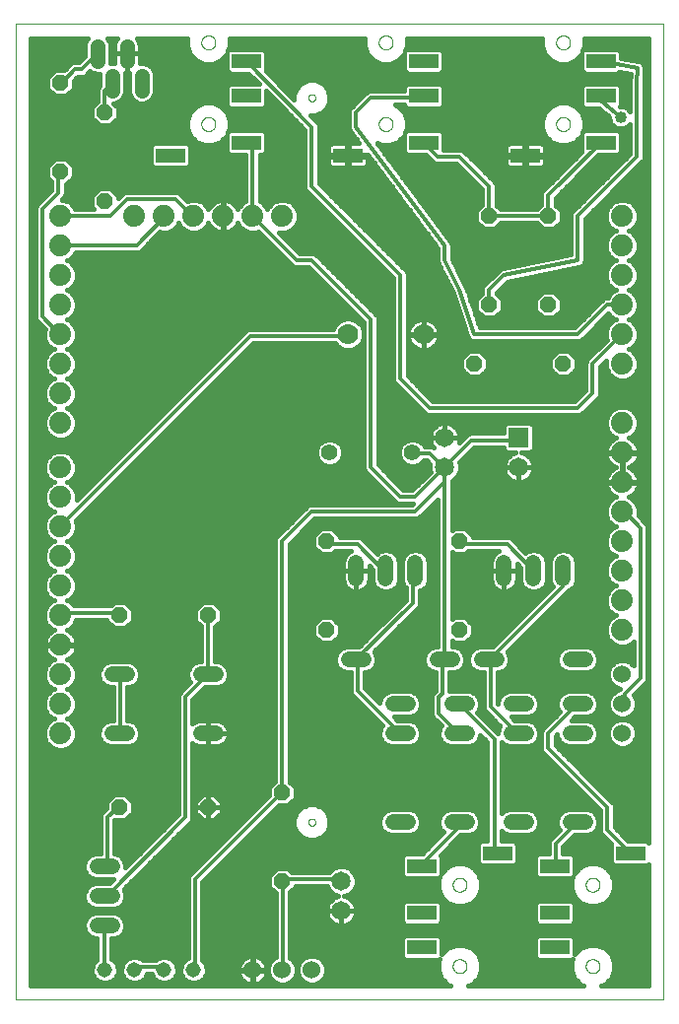
<source format=gtl>
G75*
%MOIN*%
%OFA0B0*%
%FSLAX25Y25*%
%IPPOS*%
%LPD*%
%AMOC8*
5,1,8,0,0,1.08239X$1,22.5*
%
%ADD10C,0.00000*%
%ADD11C,0.07400*%
%ADD12C,0.06500*%
%ADD13R,0.06500X0.06500*%
%ADD14C,0.05543*%
%ADD15C,0.05200*%
%ADD16C,0.05150*%
%ADD17C,0.06000*%
%ADD18OC8,0.05200*%
%ADD19C,0.07000*%
%ADD20R,0.09843X0.04724*%
%ADD21C,0.05000*%
%ADD22C,0.01200*%
%ADD23C,0.01600*%
%ADD24C,0.03962*%
%ADD25C,0.04000*%
D10*
X0006800Y0012524D02*
X0006800Y0342484D01*
X0225501Y0342484D01*
X0225501Y0012524D01*
X0006800Y0012524D01*
X0105619Y0072524D02*
X0105621Y0072593D01*
X0105627Y0072661D01*
X0105637Y0072729D01*
X0105651Y0072796D01*
X0105669Y0072863D01*
X0105690Y0072928D01*
X0105716Y0072992D01*
X0105745Y0073054D01*
X0105777Y0073114D01*
X0105813Y0073173D01*
X0105853Y0073229D01*
X0105895Y0073283D01*
X0105941Y0073334D01*
X0105990Y0073383D01*
X0106041Y0073429D01*
X0106095Y0073471D01*
X0106151Y0073511D01*
X0106209Y0073547D01*
X0106270Y0073579D01*
X0106332Y0073608D01*
X0106396Y0073634D01*
X0106461Y0073655D01*
X0106528Y0073673D01*
X0106595Y0073687D01*
X0106663Y0073697D01*
X0106731Y0073703D01*
X0106800Y0073705D01*
X0106869Y0073703D01*
X0106937Y0073697D01*
X0107005Y0073687D01*
X0107072Y0073673D01*
X0107139Y0073655D01*
X0107204Y0073634D01*
X0107268Y0073608D01*
X0107330Y0073579D01*
X0107390Y0073547D01*
X0107449Y0073511D01*
X0107505Y0073471D01*
X0107559Y0073429D01*
X0107610Y0073383D01*
X0107659Y0073334D01*
X0107705Y0073283D01*
X0107747Y0073229D01*
X0107787Y0073173D01*
X0107823Y0073114D01*
X0107855Y0073054D01*
X0107884Y0072992D01*
X0107910Y0072928D01*
X0107931Y0072863D01*
X0107949Y0072796D01*
X0107963Y0072729D01*
X0107973Y0072661D01*
X0107979Y0072593D01*
X0107981Y0072524D01*
X0107979Y0072455D01*
X0107973Y0072387D01*
X0107963Y0072319D01*
X0107949Y0072252D01*
X0107931Y0072185D01*
X0107910Y0072120D01*
X0107884Y0072056D01*
X0107855Y0071994D01*
X0107823Y0071933D01*
X0107787Y0071875D01*
X0107747Y0071819D01*
X0107705Y0071765D01*
X0107659Y0071714D01*
X0107610Y0071665D01*
X0107559Y0071619D01*
X0107505Y0071577D01*
X0107449Y0071537D01*
X0107391Y0071501D01*
X0107330Y0071469D01*
X0107268Y0071440D01*
X0107204Y0071414D01*
X0107139Y0071393D01*
X0107072Y0071375D01*
X0107005Y0071361D01*
X0106937Y0071351D01*
X0106869Y0071345D01*
X0106800Y0071343D01*
X0106731Y0071345D01*
X0106663Y0071351D01*
X0106595Y0071361D01*
X0106528Y0071375D01*
X0106461Y0071393D01*
X0106396Y0071414D01*
X0106332Y0071440D01*
X0106270Y0071469D01*
X0106209Y0071501D01*
X0106151Y0071537D01*
X0106095Y0071577D01*
X0106041Y0071619D01*
X0105990Y0071665D01*
X0105941Y0071714D01*
X0105895Y0071765D01*
X0105853Y0071819D01*
X0105813Y0071875D01*
X0105777Y0071933D01*
X0105745Y0071994D01*
X0105716Y0072056D01*
X0105690Y0072120D01*
X0105669Y0072185D01*
X0105651Y0072252D01*
X0105637Y0072319D01*
X0105627Y0072387D01*
X0105621Y0072455D01*
X0105619Y0072524D01*
X0154438Y0051382D02*
X0154440Y0051479D01*
X0154446Y0051576D01*
X0154456Y0051672D01*
X0154470Y0051768D01*
X0154488Y0051864D01*
X0154509Y0051958D01*
X0154535Y0052052D01*
X0154564Y0052144D01*
X0154598Y0052235D01*
X0154634Y0052325D01*
X0154675Y0052413D01*
X0154719Y0052499D01*
X0154767Y0052584D01*
X0154818Y0052666D01*
X0154872Y0052747D01*
X0154930Y0052825D01*
X0154991Y0052900D01*
X0155054Y0052973D01*
X0155121Y0053044D01*
X0155191Y0053111D01*
X0155263Y0053176D01*
X0155338Y0053237D01*
X0155416Y0053296D01*
X0155495Y0053351D01*
X0155577Y0053403D01*
X0155661Y0053451D01*
X0155747Y0053496D01*
X0155835Y0053538D01*
X0155924Y0053576D01*
X0156015Y0053610D01*
X0156107Y0053640D01*
X0156200Y0053667D01*
X0156295Y0053689D01*
X0156390Y0053708D01*
X0156486Y0053723D01*
X0156582Y0053734D01*
X0156679Y0053741D01*
X0156776Y0053744D01*
X0156873Y0053743D01*
X0156970Y0053738D01*
X0157066Y0053729D01*
X0157162Y0053716D01*
X0157258Y0053699D01*
X0157353Y0053678D01*
X0157446Y0053654D01*
X0157539Y0053625D01*
X0157631Y0053593D01*
X0157721Y0053557D01*
X0157809Y0053518D01*
X0157896Y0053474D01*
X0157981Y0053428D01*
X0158064Y0053377D01*
X0158145Y0053324D01*
X0158223Y0053267D01*
X0158300Y0053207D01*
X0158373Y0053144D01*
X0158444Y0053078D01*
X0158512Y0053009D01*
X0158578Y0052937D01*
X0158640Y0052863D01*
X0158699Y0052786D01*
X0158755Y0052707D01*
X0158808Y0052625D01*
X0158858Y0052542D01*
X0158903Y0052456D01*
X0158946Y0052369D01*
X0158985Y0052280D01*
X0159020Y0052190D01*
X0159051Y0052098D01*
X0159078Y0052005D01*
X0159102Y0051911D01*
X0159122Y0051816D01*
X0159138Y0051720D01*
X0159150Y0051624D01*
X0159158Y0051527D01*
X0159162Y0051430D01*
X0159162Y0051334D01*
X0159158Y0051237D01*
X0159150Y0051140D01*
X0159138Y0051044D01*
X0159122Y0050948D01*
X0159102Y0050853D01*
X0159078Y0050759D01*
X0159051Y0050666D01*
X0159020Y0050574D01*
X0158985Y0050484D01*
X0158946Y0050395D01*
X0158903Y0050308D01*
X0158858Y0050222D01*
X0158808Y0050139D01*
X0158755Y0050057D01*
X0158699Y0049978D01*
X0158640Y0049901D01*
X0158578Y0049827D01*
X0158512Y0049755D01*
X0158444Y0049686D01*
X0158373Y0049620D01*
X0158300Y0049557D01*
X0158223Y0049497D01*
X0158145Y0049440D01*
X0158064Y0049387D01*
X0157981Y0049336D01*
X0157896Y0049290D01*
X0157809Y0049246D01*
X0157721Y0049207D01*
X0157631Y0049171D01*
X0157539Y0049139D01*
X0157446Y0049110D01*
X0157353Y0049086D01*
X0157258Y0049065D01*
X0157162Y0049048D01*
X0157066Y0049035D01*
X0156970Y0049026D01*
X0156873Y0049021D01*
X0156776Y0049020D01*
X0156679Y0049023D01*
X0156582Y0049030D01*
X0156486Y0049041D01*
X0156390Y0049056D01*
X0156295Y0049075D01*
X0156200Y0049097D01*
X0156107Y0049124D01*
X0156015Y0049154D01*
X0155924Y0049188D01*
X0155835Y0049226D01*
X0155747Y0049268D01*
X0155661Y0049313D01*
X0155577Y0049361D01*
X0155495Y0049413D01*
X0155416Y0049468D01*
X0155338Y0049527D01*
X0155263Y0049588D01*
X0155191Y0049653D01*
X0155121Y0049720D01*
X0155054Y0049791D01*
X0154991Y0049864D01*
X0154930Y0049939D01*
X0154872Y0050017D01*
X0154818Y0050098D01*
X0154767Y0050180D01*
X0154719Y0050265D01*
X0154675Y0050351D01*
X0154634Y0050439D01*
X0154598Y0050529D01*
X0154564Y0050620D01*
X0154535Y0050712D01*
X0154509Y0050806D01*
X0154488Y0050900D01*
X0154470Y0050996D01*
X0154456Y0051092D01*
X0154446Y0051188D01*
X0154440Y0051285D01*
X0154438Y0051382D01*
X0154438Y0023823D02*
X0154440Y0023920D01*
X0154446Y0024017D01*
X0154456Y0024113D01*
X0154470Y0024209D01*
X0154488Y0024305D01*
X0154509Y0024399D01*
X0154535Y0024493D01*
X0154564Y0024585D01*
X0154598Y0024676D01*
X0154634Y0024766D01*
X0154675Y0024854D01*
X0154719Y0024940D01*
X0154767Y0025025D01*
X0154818Y0025107D01*
X0154872Y0025188D01*
X0154930Y0025266D01*
X0154991Y0025341D01*
X0155054Y0025414D01*
X0155121Y0025485D01*
X0155191Y0025552D01*
X0155263Y0025617D01*
X0155338Y0025678D01*
X0155416Y0025737D01*
X0155495Y0025792D01*
X0155577Y0025844D01*
X0155661Y0025892D01*
X0155747Y0025937D01*
X0155835Y0025979D01*
X0155924Y0026017D01*
X0156015Y0026051D01*
X0156107Y0026081D01*
X0156200Y0026108D01*
X0156295Y0026130D01*
X0156390Y0026149D01*
X0156486Y0026164D01*
X0156582Y0026175D01*
X0156679Y0026182D01*
X0156776Y0026185D01*
X0156873Y0026184D01*
X0156970Y0026179D01*
X0157066Y0026170D01*
X0157162Y0026157D01*
X0157258Y0026140D01*
X0157353Y0026119D01*
X0157446Y0026095D01*
X0157539Y0026066D01*
X0157631Y0026034D01*
X0157721Y0025998D01*
X0157809Y0025959D01*
X0157896Y0025915D01*
X0157981Y0025869D01*
X0158064Y0025818D01*
X0158145Y0025765D01*
X0158223Y0025708D01*
X0158300Y0025648D01*
X0158373Y0025585D01*
X0158444Y0025519D01*
X0158512Y0025450D01*
X0158578Y0025378D01*
X0158640Y0025304D01*
X0158699Y0025227D01*
X0158755Y0025148D01*
X0158808Y0025066D01*
X0158858Y0024983D01*
X0158903Y0024897D01*
X0158946Y0024810D01*
X0158985Y0024721D01*
X0159020Y0024631D01*
X0159051Y0024539D01*
X0159078Y0024446D01*
X0159102Y0024352D01*
X0159122Y0024257D01*
X0159138Y0024161D01*
X0159150Y0024065D01*
X0159158Y0023968D01*
X0159162Y0023871D01*
X0159162Y0023775D01*
X0159158Y0023678D01*
X0159150Y0023581D01*
X0159138Y0023485D01*
X0159122Y0023389D01*
X0159102Y0023294D01*
X0159078Y0023200D01*
X0159051Y0023107D01*
X0159020Y0023015D01*
X0158985Y0022925D01*
X0158946Y0022836D01*
X0158903Y0022749D01*
X0158858Y0022663D01*
X0158808Y0022580D01*
X0158755Y0022498D01*
X0158699Y0022419D01*
X0158640Y0022342D01*
X0158578Y0022268D01*
X0158512Y0022196D01*
X0158444Y0022127D01*
X0158373Y0022061D01*
X0158300Y0021998D01*
X0158223Y0021938D01*
X0158145Y0021881D01*
X0158064Y0021828D01*
X0157981Y0021777D01*
X0157896Y0021731D01*
X0157809Y0021687D01*
X0157721Y0021648D01*
X0157631Y0021612D01*
X0157539Y0021580D01*
X0157446Y0021551D01*
X0157353Y0021527D01*
X0157258Y0021506D01*
X0157162Y0021489D01*
X0157066Y0021476D01*
X0156970Y0021467D01*
X0156873Y0021462D01*
X0156776Y0021461D01*
X0156679Y0021464D01*
X0156582Y0021471D01*
X0156486Y0021482D01*
X0156390Y0021497D01*
X0156295Y0021516D01*
X0156200Y0021538D01*
X0156107Y0021565D01*
X0156015Y0021595D01*
X0155924Y0021629D01*
X0155835Y0021667D01*
X0155747Y0021709D01*
X0155661Y0021754D01*
X0155577Y0021802D01*
X0155495Y0021854D01*
X0155416Y0021909D01*
X0155338Y0021968D01*
X0155263Y0022029D01*
X0155191Y0022094D01*
X0155121Y0022161D01*
X0155054Y0022232D01*
X0154991Y0022305D01*
X0154930Y0022380D01*
X0154872Y0022458D01*
X0154818Y0022539D01*
X0154767Y0022621D01*
X0154719Y0022706D01*
X0154675Y0022792D01*
X0154634Y0022880D01*
X0154598Y0022970D01*
X0154564Y0023061D01*
X0154535Y0023153D01*
X0154509Y0023247D01*
X0154488Y0023341D01*
X0154470Y0023437D01*
X0154456Y0023533D01*
X0154446Y0023629D01*
X0154440Y0023726D01*
X0154438Y0023823D01*
X0199438Y0023823D02*
X0199440Y0023920D01*
X0199446Y0024017D01*
X0199456Y0024113D01*
X0199470Y0024209D01*
X0199488Y0024305D01*
X0199509Y0024399D01*
X0199535Y0024493D01*
X0199564Y0024585D01*
X0199598Y0024676D01*
X0199634Y0024766D01*
X0199675Y0024854D01*
X0199719Y0024940D01*
X0199767Y0025025D01*
X0199818Y0025107D01*
X0199872Y0025188D01*
X0199930Y0025266D01*
X0199991Y0025341D01*
X0200054Y0025414D01*
X0200121Y0025485D01*
X0200191Y0025552D01*
X0200263Y0025617D01*
X0200338Y0025678D01*
X0200416Y0025737D01*
X0200495Y0025792D01*
X0200577Y0025844D01*
X0200661Y0025892D01*
X0200747Y0025937D01*
X0200835Y0025979D01*
X0200924Y0026017D01*
X0201015Y0026051D01*
X0201107Y0026081D01*
X0201200Y0026108D01*
X0201295Y0026130D01*
X0201390Y0026149D01*
X0201486Y0026164D01*
X0201582Y0026175D01*
X0201679Y0026182D01*
X0201776Y0026185D01*
X0201873Y0026184D01*
X0201970Y0026179D01*
X0202066Y0026170D01*
X0202162Y0026157D01*
X0202258Y0026140D01*
X0202353Y0026119D01*
X0202446Y0026095D01*
X0202539Y0026066D01*
X0202631Y0026034D01*
X0202721Y0025998D01*
X0202809Y0025959D01*
X0202896Y0025915D01*
X0202981Y0025869D01*
X0203064Y0025818D01*
X0203145Y0025765D01*
X0203223Y0025708D01*
X0203300Y0025648D01*
X0203373Y0025585D01*
X0203444Y0025519D01*
X0203512Y0025450D01*
X0203578Y0025378D01*
X0203640Y0025304D01*
X0203699Y0025227D01*
X0203755Y0025148D01*
X0203808Y0025066D01*
X0203858Y0024983D01*
X0203903Y0024897D01*
X0203946Y0024810D01*
X0203985Y0024721D01*
X0204020Y0024631D01*
X0204051Y0024539D01*
X0204078Y0024446D01*
X0204102Y0024352D01*
X0204122Y0024257D01*
X0204138Y0024161D01*
X0204150Y0024065D01*
X0204158Y0023968D01*
X0204162Y0023871D01*
X0204162Y0023775D01*
X0204158Y0023678D01*
X0204150Y0023581D01*
X0204138Y0023485D01*
X0204122Y0023389D01*
X0204102Y0023294D01*
X0204078Y0023200D01*
X0204051Y0023107D01*
X0204020Y0023015D01*
X0203985Y0022925D01*
X0203946Y0022836D01*
X0203903Y0022749D01*
X0203858Y0022663D01*
X0203808Y0022580D01*
X0203755Y0022498D01*
X0203699Y0022419D01*
X0203640Y0022342D01*
X0203578Y0022268D01*
X0203512Y0022196D01*
X0203444Y0022127D01*
X0203373Y0022061D01*
X0203300Y0021998D01*
X0203223Y0021938D01*
X0203145Y0021881D01*
X0203064Y0021828D01*
X0202981Y0021777D01*
X0202896Y0021731D01*
X0202809Y0021687D01*
X0202721Y0021648D01*
X0202631Y0021612D01*
X0202539Y0021580D01*
X0202446Y0021551D01*
X0202353Y0021527D01*
X0202258Y0021506D01*
X0202162Y0021489D01*
X0202066Y0021476D01*
X0201970Y0021467D01*
X0201873Y0021462D01*
X0201776Y0021461D01*
X0201679Y0021464D01*
X0201582Y0021471D01*
X0201486Y0021482D01*
X0201390Y0021497D01*
X0201295Y0021516D01*
X0201200Y0021538D01*
X0201107Y0021565D01*
X0201015Y0021595D01*
X0200924Y0021629D01*
X0200835Y0021667D01*
X0200747Y0021709D01*
X0200661Y0021754D01*
X0200577Y0021802D01*
X0200495Y0021854D01*
X0200416Y0021909D01*
X0200338Y0021968D01*
X0200263Y0022029D01*
X0200191Y0022094D01*
X0200121Y0022161D01*
X0200054Y0022232D01*
X0199991Y0022305D01*
X0199930Y0022380D01*
X0199872Y0022458D01*
X0199818Y0022539D01*
X0199767Y0022621D01*
X0199719Y0022706D01*
X0199675Y0022792D01*
X0199634Y0022880D01*
X0199598Y0022970D01*
X0199564Y0023061D01*
X0199535Y0023153D01*
X0199509Y0023247D01*
X0199488Y0023341D01*
X0199470Y0023437D01*
X0199456Y0023533D01*
X0199446Y0023629D01*
X0199440Y0023726D01*
X0199438Y0023823D01*
X0199438Y0051382D02*
X0199440Y0051479D01*
X0199446Y0051576D01*
X0199456Y0051672D01*
X0199470Y0051768D01*
X0199488Y0051864D01*
X0199509Y0051958D01*
X0199535Y0052052D01*
X0199564Y0052144D01*
X0199598Y0052235D01*
X0199634Y0052325D01*
X0199675Y0052413D01*
X0199719Y0052499D01*
X0199767Y0052584D01*
X0199818Y0052666D01*
X0199872Y0052747D01*
X0199930Y0052825D01*
X0199991Y0052900D01*
X0200054Y0052973D01*
X0200121Y0053044D01*
X0200191Y0053111D01*
X0200263Y0053176D01*
X0200338Y0053237D01*
X0200416Y0053296D01*
X0200495Y0053351D01*
X0200577Y0053403D01*
X0200661Y0053451D01*
X0200747Y0053496D01*
X0200835Y0053538D01*
X0200924Y0053576D01*
X0201015Y0053610D01*
X0201107Y0053640D01*
X0201200Y0053667D01*
X0201295Y0053689D01*
X0201390Y0053708D01*
X0201486Y0053723D01*
X0201582Y0053734D01*
X0201679Y0053741D01*
X0201776Y0053744D01*
X0201873Y0053743D01*
X0201970Y0053738D01*
X0202066Y0053729D01*
X0202162Y0053716D01*
X0202258Y0053699D01*
X0202353Y0053678D01*
X0202446Y0053654D01*
X0202539Y0053625D01*
X0202631Y0053593D01*
X0202721Y0053557D01*
X0202809Y0053518D01*
X0202896Y0053474D01*
X0202981Y0053428D01*
X0203064Y0053377D01*
X0203145Y0053324D01*
X0203223Y0053267D01*
X0203300Y0053207D01*
X0203373Y0053144D01*
X0203444Y0053078D01*
X0203512Y0053009D01*
X0203578Y0052937D01*
X0203640Y0052863D01*
X0203699Y0052786D01*
X0203755Y0052707D01*
X0203808Y0052625D01*
X0203858Y0052542D01*
X0203903Y0052456D01*
X0203946Y0052369D01*
X0203985Y0052280D01*
X0204020Y0052190D01*
X0204051Y0052098D01*
X0204078Y0052005D01*
X0204102Y0051911D01*
X0204122Y0051816D01*
X0204138Y0051720D01*
X0204150Y0051624D01*
X0204158Y0051527D01*
X0204162Y0051430D01*
X0204162Y0051334D01*
X0204158Y0051237D01*
X0204150Y0051140D01*
X0204138Y0051044D01*
X0204122Y0050948D01*
X0204102Y0050853D01*
X0204078Y0050759D01*
X0204051Y0050666D01*
X0204020Y0050574D01*
X0203985Y0050484D01*
X0203946Y0050395D01*
X0203903Y0050308D01*
X0203858Y0050222D01*
X0203808Y0050139D01*
X0203755Y0050057D01*
X0203699Y0049978D01*
X0203640Y0049901D01*
X0203578Y0049827D01*
X0203512Y0049755D01*
X0203444Y0049686D01*
X0203373Y0049620D01*
X0203300Y0049557D01*
X0203223Y0049497D01*
X0203145Y0049440D01*
X0203064Y0049387D01*
X0202981Y0049336D01*
X0202896Y0049290D01*
X0202809Y0049246D01*
X0202721Y0049207D01*
X0202631Y0049171D01*
X0202539Y0049139D01*
X0202446Y0049110D01*
X0202353Y0049086D01*
X0202258Y0049065D01*
X0202162Y0049048D01*
X0202066Y0049035D01*
X0201970Y0049026D01*
X0201873Y0049021D01*
X0201776Y0049020D01*
X0201679Y0049023D01*
X0201582Y0049030D01*
X0201486Y0049041D01*
X0201390Y0049056D01*
X0201295Y0049075D01*
X0201200Y0049097D01*
X0201107Y0049124D01*
X0201015Y0049154D01*
X0200924Y0049188D01*
X0200835Y0049226D01*
X0200747Y0049268D01*
X0200661Y0049313D01*
X0200577Y0049361D01*
X0200495Y0049413D01*
X0200416Y0049468D01*
X0200338Y0049527D01*
X0200263Y0049588D01*
X0200191Y0049653D01*
X0200121Y0049720D01*
X0200054Y0049791D01*
X0199991Y0049864D01*
X0199930Y0049939D01*
X0199872Y0050017D01*
X0199818Y0050098D01*
X0199767Y0050180D01*
X0199719Y0050265D01*
X0199675Y0050351D01*
X0199634Y0050439D01*
X0199598Y0050529D01*
X0199564Y0050620D01*
X0199535Y0050712D01*
X0199509Y0050806D01*
X0199488Y0050900D01*
X0199470Y0050996D01*
X0199456Y0051092D01*
X0199446Y0051188D01*
X0199440Y0051285D01*
X0199438Y0051382D01*
X0189438Y0308665D02*
X0189440Y0308762D01*
X0189446Y0308859D01*
X0189456Y0308955D01*
X0189470Y0309051D01*
X0189488Y0309147D01*
X0189509Y0309241D01*
X0189535Y0309335D01*
X0189564Y0309427D01*
X0189598Y0309518D01*
X0189634Y0309608D01*
X0189675Y0309696D01*
X0189719Y0309782D01*
X0189767Y0309867D01*
X0189818Y0309949D01*
X0189872Y0310030D01*
X0189930Y0310108D01*
X0189991Y0310183D01*
X0190054Y0310256D01*
X0190121Y0310327D01*
X0190191Y0310394D01*
X0190263Y0310459D01*
X0190338Y0310520D01*
X0190416Y0310579D01*
X0190495Y0310634D01*
X0190577Y0310686D01*
X0190661Y0310734D01*
X0190747Y0310779D01*
X0190835Y0310821D01*
X0190924Y0310859D01*
X0191015Y0310893D01*
X0191107Y0310923D01*
X0191200Y0310950D01*
X0191295Y0310972D01*
X0191390Y0310991D01*
X0191486Y0311006D01*
X0191582Y0311017D01*
X0191679Y0311024D01*
X0191776Y0311027D01*
X0191873Y0311026D01*
X0191970Y0311021D01*
X0192066Y0311012D01*
X0192162Y0310999D01*
X0192258Y0310982D01*
X0192353Y0310961D01*
X0192446Y0310937D01*
X0192539Y0310908D01*
X0192631Y0310876D01*
X0192721Y0310840D01*
X0192809Y0310801D01*
X0192896Y0310757D01*
X0192981Y0310711D01*
X0193064Y0310660D01*
X0193145Y0310607D01*
X0193223Y0310550D01*
X0193300Y0310490D01*
X0193373Y0310427D01*
X0193444Y0310361D01*
X0193512Y0310292D01*
X0193578Y0310220D01*
X0193640Y0310146D01*
X0193699Y0310069D01*
X0193755Y0309990D01*
X0193808Y0309908D01*
X0193858Y0309825D01*
X0193903Y0309739D01*
X0193946Y0309652D01*
X0193985Y0309563D01*
X0194020Y0309473D01*
X0194051Y0309381D01*
X0194078Y0309288D01*
X0194102Y0309194D01*
X0194122Y0309099D01*
X0194138Y0309003D01*
X0194150Y0308907D01*
X0194158Y0308810D01*
X0194162Y0308713D01*
X0194162Y0308617D01*
X0194158Y0308520D01*
X0194150Y0308423D01*
X0194138Y0308327D01*
X0194122Y0308231D01*
X0194102Y0308136D01*
X0194078Y0308042D01*
X0194051Y0307949D01*
X0194020Y0307857D01*
X0193985Y0307767D01*
X0193946Y0307678D01*
X0193903Y0307591D01*
X0193858Y0307505D01*
X0193808Y0307422D01*
X0193755Y0307340D01*
X0193699Y0307261D01*
X0193640Y0307184D01*
X0193578Y0307110D01*
X0193512Y0307038D01*
X0193444Y0306969D01*
X0193373Y0306903D01*
X0193300Y0306840D01*
X0193223Y0306780D01*
X0193145Y0306723D01*
X0193064Y0306670D01*
X0192981Y0306619D01*
X0192896Y0306573D01*
X0192809Y0306529D01*
X0192721Y0306490D01*
X0192631Y0306454D01*
X0192539Y0306422D01*
X0192446Y0306393D01*
X0192353Y0306369D01*
X0192258Y0306348D01*
X0192162Y0306331D01*
X0192066Y0306318D01*
X0191970Y0306309D01*
X0191873Y0306304D01*
X0191776Y0306303D01*
X0191679Y0306306D01*
X0191582Y0306313D01*
X0191486Y0306324D01*
X0191390Y0306339D01*
X0191295Y0306358D01*
X0191200Y0306380D01*
X0191107Y0306407D01*
X0191015Y0306437D01*
X0190924Y0306471D01*
X0190835Y0306509D01*
X0190747Y0306551D01*
X0190661Y0306596D01*
X0190577Y0306644D01*
X0190495Y0306696D01*
X0190416Y0306751D01*
X0190338Y0306810D01*
X0190263Y0306871D01*
X0190191Y0306936D01*
X0190121Y0307003D01*
X0190054Y0307074D01*
X0189991Y0307147D01*
X0189930Y0307222D01*
X0189872Y0307300D01*
X0189818Y0307381D01*
X0189767Y0307463D01*
X0189719Y0307548D01*
X0189675Y0307634D01*
X0189634Y0307722D01*
X0189598Y0307812D01*
X0189564Y0307903D01*
X0189535Y0307995D01*
X0189509Y0308089D01*
X0189488Y0308183D01*
X0189470Y0308279D01*
X0189456Y0308375D01*
X0189446Y0308471D01*
X0189440Y0308568D01*
X0189438Y0308665D01*
X0189438Y0336224D02*
X0189440Y0336321D01*
X0189446Y0336418D01*
X0189456Y0336514D01*
X0189470Y0336610D01*
X0189488Y0336706D01*
X0189509Y0336800D01*
X0189535Y0336894D01*
X0189564Y0336986D01*
X0189598Y0337077D01*
X0189634Y0337167D01*
X0189675Y0337255D01*
X0189719Y0337341D01*
X0189767Y0337426D01*
X0189818Y0337508D01*
X0189872Y0337589D01*
X0189930Y0337667D01*
X0189991Y0337742D01*
X0190054Y0337815D01*
X0190121Y0337886D01*
X0190191Y0337953D01*
X0190263Y0338018D01*
X0190338Y0338079D01*
X0190416Y0338138D01*
X0190495Y0338193D01*
X0190577Y0338245D01*
X0190661Y0338293D01*
X0190747Y0338338D01*
X0190835Y0338380D01*
X0190924Y0338418D01*
X0191015Y0338452D01*
X0191107Y0338482D01*
X0191200Y0338509D01*
X0191295Y0338531D01*
X0191390Y0338550D01*
X0191486Y0338565D01*
X0191582Y0338576D01*
X0191679Y0338583D01*
X0191776Y0338586D01*
X0191873Y0338585D01*
X0191970Y0338580D01*
X0192066Y0338571D01*
X0192162Y0338558D01*
X0192258Y0338541D01*
X0192353Y0338520D01*
X0192446Y0338496D01*
X0192539Y0338467D01*
X0192631Y0338435D01*
X0192721Y0338399D01*
X0192809Y0338360D01*
X0192896Y0338316D01*
X0192981Y0338270D01*
X0193064Y0338219D01*
X0193145Y0338166D01*
X0193223Y0338109D01*
X0193300Y0338049D01*
X0193373Y0337986D01*
X0193444Y0337920D01*
X0193512Y0337851D01*
X0193578Y0337779D01*
X0193640Y0337705D01*
X0193699Y0337628D01*
X0193755Y0337549D01*
X0193808Y0337467D01*
X0193858Y0337384D01*
X0193903Y0337298D01*
X0193946Y0337211D01*
X0193985Y0337122D01*
X0194020Y0337032D01*
X0194051Y0336940D01*
X0194078Y0336847D01*
X0194102Y0336753D01*
X0194122Y0336658D01*
X0194138Y0336562D01*
X0194150Y0336466D01*
X0194158Y0336369D01*
X0194162Y0336272D01*
X0194162Y0336176D01*
X0194158Y0336079D01*
X0194150Y0335982D01*
X0194138Y0335886D01*
X0194122Y0335790D01*
X0194102Y0335695D01*
X0194078Y0335601D01*
X0194051Y0335508D01*
X0194020Y0335416D01*
X0193985Y0335326D01*
X0193946Y0335237D01*
X0193903Y0335150D01*
X0193858Y0335064D01*
X0193808Y0334981D01*
X0193755Y0334899D01*
X0193699Y0334820D01*
X0193640Y0334743D01*
X0193578Y0334669D01*
X0193512Y0334597D01*
X0193444Y0334528D01*
X0193373Y0334462D01*
X0193300Y0334399D01*
X0193223Y0334339D01*
X0193145Y0334282D01*
X0193064Y0334229D01*
X0192981Y0334178D01*
X0192896Y0334132D01*
X0192809Y0334088D01*
X0192721Y0334049D01*
X0192631Y0334013D01*
X0192539Y0333981D01*
X0192446Y0333952D01*
X0192353Y0333928D01*
X0192258Y0333907D01*
X0192162Y0333890D01*
X0192066Y0333877D01*
X0191970Y0333868D01*
X0191873Y0333863D01*
X0191776Y0333862D01*
X0191679Y0333865D01*
X0191582Y0333872D01*
X0191486Y0333883D01*
X0191390Y0333898D01*
X0191295Y0333917D01*
X0191200Y0333939D01*
X0191107Y0333966D01*
X0191015Y0333996D01*
X0190924Y0334030D01*
X0190835Y0334068D01*
X0190747Y0334110D01*
X0190661Y0334155D01*
X0190577Y0334203D01*
X0190495Y0334255D01*
X0190416Y0334310D01*
X0190338Y0334369D01*
X0190263Y0334430D01*
X0190191Y0334495D01*
X0190121Y0334562D01*
X0190054Y0334633D01*
X0189991Y0334706D01*
X0189930Y0334781D01*
X0189872Y0334859D01*
X0189818Y0334940D01*
X0189767Y0335022D01*
X0189719Y0335107D01*
X0189675Y0335193D01*
X0189634Y0335281D01*
X0189598Y0335371D01*
X0189564Y0335462D01*
X0189535Y0335554D01*
X0189509Y0335648D01*
X0189488Y0335742D01*
X0189470Y0335838D01*
X0189456Y0335934D01*
X0189446Y0336030D01*
X0189440Y0336127D01*
X0189438Y0336224D01*
X0129438Y0336224D02*
X0129440Y0336321D01*
X0129446Y0336418D01*
X0129456Y0336514D01*
X0129470Y0336610D01*
X0129488Y0336706D01*
X0129509Y0336800D01*
X0129535Y0336894D01*
X0129564Y0336986D01*
X0129598Y0337077D01*
X0129634Y0337167D01*
X0129675Y0337255D01*
X0129719Y0337341D01*
X0129767Y0337426D01*
X0129818Y0337508D01*
X0129872Y0337589D01*
X0129930Y0337667D01*
X0129991Y0337742D01*
X0130054Y0337815D01*
X0130121Y0337886D01*
X0130191Y0337953D01*
X0130263Y0338018D01*
X0130338Y0338079D01*
X0130416Y0338138D01*
X0130495Y0338193D01*
X0130577Y0338245D01*
X0130661Y0338293D01*
X0130747Y0338338D01*
X0130835Y0338380D01*
X0130924Y0338418D01*
X0131015Y0338452D01*
X0131107Y0338482D01*
X0131200Y0338509D01*
X0131295Y0338531D01*
X0131390Y0338550D01*
X0131486Y0338565D01*
X0131582Y0338576D01*
X0131679Y0338583D01*
X0131776Y0338586D01*
X0131873Y0338585D01*
X0131970Y0338580D01*
X0132066Y0338571D01*
X0132162Y0338558D01*
X0132258Y0338541D01*
X0132353Y0338520D01*
X0132446Y0338496D01*
X0132539Y0338467D01*
X0132631Y0338435D01*
X0132721Y0338399D01*
X0132809Y0338360D01*
X0132896Y0338316D01*
X0132981Y0338270D01*
X0133064Y0338219D01*
X0133145Y0338166D01*
X0133223Y0338109D01*
X0133300Y0338049D01*
X0133373Y0337986D01*
X0133444Y0337920D01*
X0133512Y0337851D01*
X0133578Y0337779D01*
X0133640Y0337705D01*
X0133699Y0337628D01*
X0133755Y0337549D01*
X0133808Y0337467D01*
X0133858Y0337384D01*
X0133903Y0337298D01*
X0133946Y0337211D01*
X0133985Y0337122D01*
X0134020Y0337032D01*
X0134051Y0336940D01*
X0134078Y0336847D01*
X0134102Y0336753D01*
X0134122Y0336658D01*
X0134138Y0336562D01*
X0134150Y0336466D01*
X0134158Y0336369D01*
X0134162Y0336272D01*
X0134162Y0336176D01*
X0134158Y0336079D01*
X0134150Y0335982D01*
X0134138Y0335886D01*
X0134122Y0335790D01*
X0134102Y0335695D01*
X0134078Y0335601D01*
X0134051Y0335508D01*
X0134020Y0335416D01*
X0133985Y0335326D01*
X0133946Y0335237D01*
X0133903Y0335150D01*
X0133858Y0335064D01*
X0133808Y0334981D01*
X0133755Y0334899D01*
X0133699Y0334820D01*
X0133640Y0334743D01*
X0133578Y0334669D01*
X0133512Y0334597D01*
X0133444Y0334528D01*
X0133373Y0334462D01*
X0133300Y0334399D01*
X0133223Y0334339D01*
X0133145Y0334282D01*
X0133064Y0334229D01*
X0132981Y0334178D01*
X0132896Y0334132D01*
X0132809Y0334088D01*
X0132721Y0334049D01*
X0132631Y0334013D01*
X0132539Y0333981D01*
X0132446Y0333952D01*
X0132353Y0333928D01*
X0132258Y0333907D01*
X0132162Y0333890D01*
X0132066Y0333877D01*
X0131970Y0333868D01*
X0131873Y0333863D01*
X0131776Y0333862D01*
X0131679Y0333865D01*
X0131582Y0333872D01*
X0131486Y0333883D01*
X0131390Y0333898D01*
X0131295Y0333917D01*
X0131200Y0333939D01*
X0131107Y0333966D01*
X0131015Y0333996D01*
X0130924Y0334030D01*
X0130835Y0334068D01*
X0130747Y0334110D01*
X0130661Y0334155D01*
X0130577Y0334203D01*
X0130495Y0334255D01*
X0130416Y0334310D01*
X0130338Y0334369D01*
X0130263Y0334430D01*
X0130191Y0334495D01*
X0130121Y0334562D01*
X0130054Y0334633D01*
X0129991Y0334706D01*
X0129930Y0334781D01*
X0129872Y0334859D01*
X0129818Y0334940D01*
X0129767Y0335022D01*
X0129719Y0335107D01*
X0129675Y0335193D01*
X0129634Y0335281D01*
X0129598Y0335371D01*
X0129564Y0335462D01*
X0129535Y0335554D01*
X0129509Y0335648D01*
X0129488Y0335742D01*
X0129470Y0335838D01*
X0129456Y0335934D01*
X0129446Y0336030D01*
X0129440Y0336127D01*
X0129438Y0336224D01*
X0129438Y0308665D02*
X0129440Y0308762D01*
X0129446Y0308859D01*
X0129456Y0308955D01*
X0129470Y0309051D01*
X0129488Y0309147D01*
X0129509Y0309241D01*
X0129535Y0309335D01*
X0129564Y0309427D01*
X0129598Y0309518D01*
X0129634Y0309608D01*
X0129675Y0309696D01*
X0129719Y0309782D01*
X0129767Y0309867D01*
X0129818Y0309949D01*
X0129872Y0310030D01*
X0129930Y0310108D01*
X0129991Y0310183D01*
X0130054Y0310256D01*
X0130121Y0310327D01*
X0130191Y0310394D01*
X0130263Y0310459D01*
X0130338Y0310520D01*
X0130416Y0310579D01*
X0130495Y0310634D01*
X0130577Y0310686D01*
X0130661Y0310734D01*
X0130747Y0310779D01*
X0130835Y0310821D01*
X0130924Y0310859D01*
X0131015Y0310893D01*
X0131107Y0310923D01*
X0131200Y0310950D01*
X0131295Y0310972D01*
X0131390Y0310991D01*
X0131486Y0311006D01*
X0131582Y0311017D01*
X0131679Y0311024D01*
X0131776Y0311027D01*
X0131873Y0311026D01*
X0131970Y0311021D01*
X0132066Y0311012D01*
X0132162Y0310999D01*
X0132258Y0310982D01*
X0132353Y0310961D01*
X0132446Y0310937D01*
X0132539Y0310908D01*
X0132631Y0310876D01*
X0132721Y0310840D01*
X0132809Y0310801D01*
X0132896Y0310757D01*
X0132981Y0310711D01*
X0133064Y0310660D01*
X0133145Y0310607D01*
X0133223Y0310550D01*
X0133300Y0310490D01*
X0133373Y0310427D01*
X0133444Y0310361D01*
X0133512Y0310292D01*
X0133578Y0310220D01*
X0133640Y0310146D01*
X0133699Y0310069D01*
X0133755Y0309990D01*
X0133808Y0309908D01*
X0133858Y0309825D01*
X0133903Y0309739D01*
X0133946Y0309652D01*
X0133985Y0309563D01*
X0134020Y0309473D01*
X0134051Y0309381D01*
X0134078Y0309288D01*
X0134102Y0309194D01*
X0134122Y0309099D01*
X0134138Y0309003D01*
X0134150Y0308907D01*
X0134158Y0308810D01*
X0134162Y0308713D01*
X0134162Y0308617D01*
X0134158Y0308520D01*
X0134150Y0308423D01*
X0134138Y0308327D01*
X0134122Y0308231D01*
X0134102Y0308136D01*
X0134078Y0308042D01*
X0134051Y0307949D01*
X0134020Y0307857D01*
X0133985Y0307767D01*
X0133946Y0307678D01*
X0133903Y0307591D01*
X0133858Y0307505D01*
X0133808Y0307422D01*
X0133755Y0307340D01*
X0133699Y0307261D01*
X0133640Y0307184D01*
X0133578Y0307110D01*
X0133512Y0307038D01*
X0133444Y0306969D01*
X0133373Y0306903D01*
X0133300Y0306840D01*
X0133223Y0306780D01*
X0133145Y0306723D01*
X0133064Y0306670D01*
X0132981Y0306619D01*
X0132896Y0306573D01*
X0132809Y0306529D01*
X0132721Y0306490D01*
X0132631Y0306454D01*
X0132539Y0306422D01*
X0132446Y0306393D01*
X0132353Y0306369D01*
X0132258Y0306348D01*
X0132162Y0306331D01*
X0132066Y0306318D01*
X0131970Y0306309D01*
X0131873Y0306304D01*
X0131776Y0306303D01*
X0131679Y0306306D01*
X0131582Y0306313D01*
X0131486Y0306324D01*
X0131390Y0306339D01*
X0131295Y0306358D01*
X0131200Y0306380D01*
X0131107Y0306407D01*
X0131015Y0306437D01*
X0130924Y0306471D01*
X0130835Y0306509D01*
X0130747Y0306551D01*
X0130661Y0306596D01*
X0130577Y0306644D01*
X0130495Y0306696D01*
X0130416Y0306751D01*
X0130338Y0306810D01*
X0130263Y0306871D01*
X0130191Y0306936D01*
X0130121Y0307003D01*
X0130054Y0307074D01*
X0129991Y0307147D01*
X0129930Y0307222D01*
X0129872Y0307300D01*
X0129818Y0307381D01*
X0129767Y0307463D01*
X0129719Y0307548D01*
X0129675Y0307634D01*
X0129634Y0307722D01*
X0129598Y0307812D01*
X0129564Y0307903D01*
X0129535Y0307995D01*
X0129509Y0308089D01*
X0129488Y0308183D01*
X0129470Y0308279D01*
X0129456Y0308375D01*
X0129446Y0308471D01*
X0129440Y0308568D01*
X0129438Y0308665D01*
X0105619Y0317524D02*
X0105621Y0317593D01*
X0105627Y0317661D01*
X0105637Y0317729D01*
X0105651Y0317796D01*
X0105669Y0317863D01*
X0105690Y0317928D01*
X0105716Y0317992D01*
X0105745Y0318054D01*
X0105777Y0318114D01*
X0105813Y0318173D01*
X0105853Y0318229D01*
X0105895Y0318283D01*
X0105941Y0318334D01*
X0105990Y0318383D01*
X0106041Y0318429D01*
X0106095Y0318471D01*
X0106151Y0318511D01*
X0106209Y0318547D01*
X0106270Y0318579D01*
X0106332Y0318608D01*
X0106396Y0318634D01*
X0106461Y0318655D01*
X0106528Y0318673D01*
X0106595Y0318687D01*
X0106663Y0318697D01*
X0106731Y0318703D01*
X0106800Y0318705D01*
X0106869Y0318703D01*
X0106937Y0318697D01*
X0107005Y0318687D01*
X0107072Y0318673D01*
X0107139Y0318655D01*
X0107204Y0318634D01*
X0107268Y0318608D01*
X0107330Y0318579D01*
X0107390Y0318547D01*
X0107449Y0318511D01*
X0107505Y0318471D01*
X0107559Y0318429D01*
X0107610Y0318383D01*
X0107659Y0318334D01*
X0107705Y0318283D01*
X0107747Y0318229D01*
X0107787Y0318173D01*
X0107823Y0318114D01*
X0107855Y0318054D01*
X0107884Y0317992D01*
X0107910Y0317928D01*
X0107931Y0317863D01*
X0107949Y0317796D01*
X0107963Y0317729D01*
X0107973Y0317661D01*
X0107979Y0317593D01*
X0107981Y0317524D01*
X0107979Y0317455D01*
X0107973Y0317387D01*
X0107963Y0317319D01*
X0107949Y0317252D01*
X0107931Y0317185D01*
X0107910Y0317120D01*
X0107884Y0317056D01*
X0107855Y0316994D01*
X0107823Y0316933D01*
X0107787Y0316875D01*
X0107747Y0316819D01*
X0107705Y0316765D01*
X0107659Y0316714D01*
X0107610Y0316665D01*
X0107559Y0316619D01*
X0107505Y0316577D01*
X0107449Y0316537D01*
X0107391Y0316501D01*
X0107330Y0316469D01*
X0107268Y0316440D01*
X0107204Y0316414D01*
X0107139Y0316393D01*
X0107072Y0316375D01*
X0107005Y0316361D01*
X0106937Y0316351D01*
X0106869Y0316345D01*
X0106800Y0316343D01*
X0106731Y0316345D01*
X0106663Y0316351D01*
X0106595Y0316361D01*
X0106528Y0316375D01*
X0106461Y0316393D01*
X0106396Y0316414D01*
X0106332Y0316440D01*
X0106270Y0316469D01*
X0106209Y0316501D01*
X0106151Y0316537D01*
X0106095Y0316577D01*
X0106041Y0316619D01*
X0105990Y0316665D01*
X0105941Y0316714D01*
X0105895Y0316765D01*
X0105853Y0316819D01*
X0105813Y0316875D01*
X0105777Y0316933D01*
X0105745Y0316994D01*
X0105716Y0317056D01*
X0105690Y0317120D01*
X0105669Y0317185D01*
X0105651Y0317252D01*
X0105637Y0317319D01*
X0105627Y0317387D01*
X0105621Y0317455D01*
X0105619Y0317524D01*
X0069438Y0308665D02*
X0069440Y0308762D01*
X0069446Y0308859D01*
X0069456Y0308955D01*
X0069470Y0309051D01*
X0069488Y0309147D01*
X0069509Y0309241D01*
X0069535Y0309335D01*
X0069564Y0309427D01*
X0069598Y0309518D01*
X0069634Y0309608D01*
X0069675Y0309696D01*
X0069719Y0309782D01*
X0069767Y0309867D01*
X0069818Y0309949D01*
X0069872Y0310030D01*
X0069930Y0310108D01*
X0069991Y0310183D01*
X0070054Y0310256D01*
X0070121Y0310327D01*
X0070191Y0310394D01*
X0070263Y0310459D01*
X0070338Y0310520D01*
X0070416Y0310579D01*
X0070495Y0310634D01*
X0070577Y0310686D01*
X0070661Y0310734D01*
X0070747Y0310779D01*
X0070835Y0310821D01*
X0070924Y0310859D01*
X0071015Y0310893D01*
X0071107Y0310923D01*
X0071200Y0310950D01*
X0071295Y0310972D01*
X0071390Y0310991D01*
X0071486Y0311006D01*
X0071582Y0311017D01*
X0071679Y0311024D01*
X0071776Y0311027D01*
X0071873Y0311026D01*
X0071970Y0311021D01*
X0072066Y0311012D01*
X0072162Y0310999D01*
X0072258Y0310982D01*
X0072353Y0310961D01*
X0072446Y0310937D01*
X0072539Y0310908D01*
X0072631Y0310876D01*
X0072721Y0310840D01*
X0072809Y0310801D01*
X0072896Y0310757D01*
X0072981Y0310711D01*
X0073064Y0310660D01*
X0073145Y0310607D01*
X0073223Y0310550D01*
X0073300Y0310490D01*
X0073373Y0310427D01*
X0073444Y0310361D01*
X0073512Y0310292D01*
X0073578Y0310220D01*
X0073640Y0310146D01*
X0073699Y0310069D01*
X0073755Y0309990D01*
X0073808Y0309908D01*
X0073858Y0309825D01*
X0073903Y0309739D01*
X0073946Y0309652D01*
X0073985Y0309563D01*
X0074020Y0309473D01*
X0074051Y0309381D01*
X0074078Y0309288D01*
X0074102Y0309194D01*
X0074122Y0309099D01*
X0074138Y0309003D01*
X0074150Y0308907D01*
X0074158Y0308810D01*
X0074162Y0308713D01*
X0074162Y0308617D01*
X0074158Y0308520D01*
X0074150Y0308423D01*
X0074138Y0308327D01*
X0074122Y0308231D01*
X0074102Y0308136D01*
X0074078Y0308042D01*
X0074051Y0307949D01*
X0074020Y0307857D01*
X0073985Y0307767D01*
X0073946Y0307678D01*
X0073903Y0307591D01*
X0073858Y0307505D01*
X0073808Y0307422D01*
X0073755Y0307340D01*
X0073699Y0307261D01*
X0073640Y0307184D01*
X0073578Y0307110D01*
X0073512Y0307038D01*
X0073444Y0306969D01*
X0073373Y0306903D01*
X0073300Y0306840D01*
X0073223Y0306780D01*
X0073145Y0306723D01*
X0073064Y0306670D01*
X0072981Y0306619D01*
X0072896Y0306573D01*
X0072809Y0306529D01*
X0072721Y0306490D01*
X0072631Y0306454D01*
X0072539Y0306422D01*
X0072446Y0306393D01*
X0072353Y0306369D01*
X0072258Y0306348D01*
X0072162Y0306331D01*
X0072066Y0306318D01*
X0071970Y0306309D01*
X0071873Y0306304D01*
X0071776Y0306303D01*
X0071679Y0306306D01*
X0071582Y0306313D01*
X0071486Y0306324D01*
X0071390Y0306339D01*
X0071295Y0306358D01*
X0071200Y0306380D01*
X0071107Y0306407D01*
X0071015Y0306437D01*
X0070924Y0306471D01*
X0070835Y0306509D01*
X0070747Y0306551D01*
X0070661Y0306596D01*
X0070577Y0306644D01*
X0070495Y0306696D01*
X0070416Y0306751D01*
X0070338Y0306810D01*
X0070263Y0306871D01*
X0070191Y0306936D01*
X0070121Y0307003D01*
X0070054Y0307074D01*
X0069991Y0307147D01*
X0069930Y0307222D01*
X0069872Y0307300D01*
X0069818Y0307381D01*
X0069767Y0307463D01*
X0069719Y0307548D01*
X0069675Y0307634D01*
X0069634Y0307722D01*
X0069598Y0307812D01*
X0069564Y0307903D01*
X0069535Y0307995D01*
X0069509Y0308089D01*
X0069488Y0308183D01*
X0069470Y0308279D01*
X0069456Y0308375D01*
X0069446Y0308471D01*
X0069440Y0308568D01*
X0069438Y0308665D01*
X0069438Y0336224D02*
X0069440Y0336321D01*
X0069446Y0336418D01*
X0069456Y0336514D01*
X0069470Y0336610D01*
X0069488Y0336706D01*
X0069509Y0336800D01*
X0069535Y0336894D01*
X0069564Y0336986D01*
X0069598Y0337077D01*
X0069634Y0337167D01*
X0069675Y0337255D01*
X0069719Y0337341D01*
X0069767Y0337426D01*
X0069818Y0337508D01*
X0069872Y0337589D01*
X0069930Y0337667D01*
X0069991Y0337742D01*
X0070054Y0337815D01*
X0070121Y0337886D01*
X0070191Y0337953D01*
X0070263Y0338018D01*
X0070338Y0338079D01*
X0070416Y0338138D01*
X0070495Y0338193D01*
X0070577Y0338245D01*
X0070661Y0338293D01*
X0070747Y0338338D01*
X0070835Y0338380D01*
X0070924Y0338418D01*
X0071015Y0338452D01*
X0071107Y0338482D01*
X0071200Y0338509D01*
X0071295Y0338531D01*
X0071390Y0338550D01*
X0071486Y0338565D01*
X0071582Y0338576D01*
X0071679Y0338583D01*
X0071776Y0338586D01*
X0071873Y0338585D01*
X0071970Y0338580D01*
X0072066Y0338571D01*
X0072162Y0338558D01*
X0072258Y0338541D01*
X0072353Y0338520D01*
X0072446Y0338496D01*
X0072539Y0338467D01*
X0072631Y0338435D01*
X0072721Y0338399D01*
X0072809Y0338360D01*
X0072896Y0338316D01*
X0072981Y0338270D01*
X0073064Y0338219D01*
X0073145Y0338166D01*
X0073223Y0338109D01*
X0073300Y0338049D01*
X0073373Y0337986D01*
X0073444Y0337920D01*
X0073512Y0337851D01*
X0073578Y0337779D01*
X0073640Y0337705D01*
X0073699Y0337628D01*
X0073755Y0337549D01*
X0073808Y0337467D01*
X0073858Y0337384D01*
X0073903Y0337298D01*
X0073946Y0337211D01*
X0073985Y0337122D01*
X0074020Y0337032D01*
X0074051Y0336940D01*
X0074078Y0336847D01*
X0074102Y0336753D01*
X0074122Y0336658D01*
X0074138Y0336562D01*
X0074150Y0336466D01*
X0074158Y0336369D01*
X0074162Y0336272D01*
X0074162Y0336176D01*
X0074158Y0336079D01*
X0074150Y0335982D01*
X0074138Y0335886D01*
X0074122Y0335790D01*
X0074102Y0335695D01*
X0074078Y0335601D01*
X0074051Y0335508D01*
X0074020Y0335416D01*
X0073985Y0335326D01*
X0073946Y0335237D01*
X0073903Y0335150D01*
X0073858Y0335064D01*
X0073808Y0334981D01*
X0073755Y0334899D01*
X0073699Y0334820D01*
X0073640Y0334743D01*
X0073578Y0334669D01*
X0073512Y0334597D01*
X0073444Y0334528D01*
X0073373Y0334462D01*
X0073300Y0334399D01*
X0073223Y0334339D01*
X0073145Y0334282D01*
X0073064Y0334229D01*
X0072981Y0334178D01*
X0072896Y0334132D01*
X0072809Y0334088D01*
X0072721Y0334049D01*
X0072631Y0334013D01*
X0072539Y0333981D01*
X0072446Y0333952D01*
X0072353Y0333928D01*
X0072258Y0333907D01*
X0072162Y0333890D01*
X0072066Y0333877D01*
X0071970Y0333868D01*
X0071873Y0333863D01*
X0071776Y0333862D01*
X0071679Y0333865D01*
X0071582Y0333872D01*
X0071486Y0333883D01*
X0071390Y0333898D01*
X0071295Y0333917D01*
X0071200Y0333939D01*
X0071107Y0333966D01*
X0071015Y0333996D01*
X0070924Y0334030D01*
X0070835Y0334068D01*
X0070747Y0334110D01*
X0070661Y0334155D01*
X0070577Y0334203D01*
X0070495Y0334255D01*
X0070416Y0334310D01*
X0070338Y0334369D01*
X0070263Y0334430D01*
X0070191Y0334495D01*
X0070121Y0334562D01*
X0070054Y0334633D01*
X0069991Y0334706D01*
X0069930Y0334781D01*
X0069872Y0334859D01*
X0069818Y0334940D01*
X0069767Y0335022D01*
X0069719Y0335107D01*
X0069675Y0335193D01*
X0069634Y0335281D01*
X0069598Y0335371D01*
X0069564Y0335462D01*
X0069535Y0335554D01*
X0069509Y0335648D01*
X0069488Y0335742D01*
X0069470Y0335838D01*
X0069456Y0335934D01*
X0069446Y0336030D01*
X0069440Y0336127D01*
X0069438Y0336224D01*
D11*
X0066800Y0277524D03*
X0056800Y0277524D03*
X0046800Y0277524D03*
X0021800Y0277524D03*
X0021800Y0267524D03*
X0021800Y0257524D03*
X0021800Y0247524D03*
X0021800Y0237524D03*
X0021800Y0227524D03*
X0021800Y0217524D03*
X0021800Y0207524D03*
X0021800Y0192524D03*
X0021800Y0182524D03*
X0021800Y0172524D03*
X0021800Y0162524D03*
X0021800Y0152524D03*
X0021800Y0142524D03*
X0021800Y0132524D03*
X0021800Y0122524D03*
X0021800Y0112524D03*
X0021800Y0102524D03*
X0076800Y0277524D03*
X0086800Y0277524D03*
X0096800Y0277524D03*
X0211800Y0277524D03*
X0211800Y0267524D03*
X0211800Y0257524D03*
X0211800Y0247524D03*
X0211800Y0237524D03*
X0211800Y0227524D03*
X0211800Y0207524D03*
X0211800Y0197524D03*
X0211800Y0187524D03*
X0211800Y0177524D03*
X0211800Y0167524D03*
X0211800Y0157524D03*
X0211800Y0147524D03*
X0211800Y0137524D03*
D12*
X0176800Y0192524D03*
X0151800Y0192524D03*
X0151800Y0202524D03*
X0116800Y0052524D03*
X0116800Y0042524D03*
D13*
X0176800Y0202524D03*
D14*
X0140800Y0197524D03*
X0112800Y0197524D03*
D15*
X0121800Y0160124D02*
X0121800Y0154924D01*
X0131800Y0154924D02*
X0131800Y0160124D01*
X0141800Y0160124D02*
X0141800Y0154924D01*
X0149200Y0127524D02*
X0154400Y0127524D01*
X0164200Y0127524D02*
X0169400Y0127524D01*
X0174200Y0112524D02*
X0179400Y0112524D01*
X0179400Y0102524D02*
X0174200Y0102524D01*
X0159400Y0102524D02*
X0154200Y0102524D01*
X0154200Y0112524D02*
X0159400Y0112524D01*
X0139400Y0112524D02*
X0134200Y0112524D01*
X0134200Y0102524D02*
X0139400Y0102524D01*
X0124400Y0127524D02*
X0119200Y0127524D01*
X0134200Y0072524D02*
X0139400Y0072524D01*
X0154200Y0072524D02*
X0159400Y0072524D01*
X0174200Y0072524D02*
X0179400Y0072524D01*
X0194200Y0072524D02*
X0199400Y0072524D01*
X0199400Y0102524D02*
X0194200Y0102524D01*
X0194200Y0112524D02*
X0199400Y0112524D01*
X0199400Y0127524D02*
X0194200Y0127524D01*
X0191800Y0154924D02*
X0191800Y0160124D01*
X0181800Y0160124D02*
X0181800Y0154924D01*
X0171800Y0154924D02*
X0171800Y0160124D01*
X0074400Y0122524D02*
X0069200Y0122524D01*
X0069200Y0102524D02*
X0074400Y0102524D01*
X0044400Y0102524D02*
X0039200Y0102524D01*
X0039200Y0122524D02*
X0044400Y0122524D01*
X0039400Y0057524D02*
X0034200Y0057524D01*
X0034200Y0047524D02*
X0039400Y0047524D01*
X0039400Y0037524D02*
X0034200Y0037524D01*
D16*
X0036800Y0022524D03*
X0046800Y0022524D03*
X0056800Y0022524D03*
X0066800Y0022524D03*
D17*
X0086800Y0022524D03*
X0096800Y0022524D03*
X0106800Y0022524D03*
X0211800Y0102524D03*
X0211800Y0112524D03*
X0211800Y0122524D03*
D18*
X0156800Y0137524D03*
X0156800Y0167524D03*
X0161800Y0227524D03*
X0166800Y0247524D03*
X0186800Y0247524D03*
X0191800Y0227524D03*
X0186800Y0277524D03*
X0166800Y0277524D03*
X0111800Y0167524D03*
X0111800Y0137524D03*
X0096800Y0082524D03*
X0096800Y0052524D03*
X0071800Y0077524D03*
X0041800Y0077524D03*
X0041800Y0142524D03*
X0071800Y0142524D03*
X0036800Y0282524D03*
X0021800Y0292524D03*
X0036800Y0312524D03*
X0021800Y0322524D03*
D19*
X0119005Y0237524D03*
X0144595Y0237524D03*
D20*
X0119005Y0298035D03*
X0144595Y0302366D03*
X0144595Y0318114D03*
X0144595Y0329925D03*
X0179005Y0298035D03*
X0204595Y0302366D03*
X0204595Y0318114D03*
X0204595Y0329925D03*
X0084595Y0329925D03*
X0084595Y0318114D03*
X0084595Y0302366D03*
X0059005Y0298035D03*
X0169595Y0062012D03*
X0189005Y0057681D03*
X0189005Y0041933D03*
X0189005Y0030122D03*
X0214595Y0062012D03*
X0144005Y0057681D03*
X0144005Y0041933D03*
X0144005Y0030122D03*
D21*
X0049300Y0320024D02*
X0049300Y0325024D01*
X0044300Y0330024D02*
X0044300Y0335024D01*
X0039300Y0325024D02*
X0039300Y0320024D01*
X0034300Y0330024D02*
X0034300Y0335024D01*
D22*
X0034300Y0332524D02*
X0028900Y0327124D01*
X0026600Y0327124D01*
X0022200Y0322724D01*
X0021800Y0322524D01*
X0036800Y0320024D02*
X0036800Y0312524D01*
X0036800Y0320024D02*
X0039300Y0322524D01*
X0021800Y0292524D02*
X0021100Y0291924D01*
X0021100Y0285324D01*
X0015600Y0279824D01*
X0015600Y0243524D01*
X0021100Y0238024D01*
X0021800Y0237524D01*
X0021800Y0267524D02*
X0022200Y0267724D01*
X0047500Y0267724D01*
X0056300Y0276524D01*
X0056800Y0277524D01*
X0060700Y0283124D02*
X0066200Y0277624D01*
X0066800Y0277524D01*
X0060700Y0283124D02*
X0044200Y0283124D01*
X0038700Y0277624D01*
X0022200Y0277624D01*
X0021800Y0277524D01*
X0084595Y0302366D02*
X0086800Y0300161D01*
X0086800Y0277524D01*
X0101800Y0262524D01*
X0106800Y0262524D01*
X0126800Y0242524D01*
X0126800Y0192524D01*
X0136800Y0182524D01*
X0141800Y0182524D01*
X0151100Y0191824D01*
X0151800Y0191824D01*
X0151800Y0192524D01*
X0152000Y0192924D01*
X0160800Y0201724D01*
X0176200Y0201724D01*
X0176800Y0202524D01*
X0196800Y0212524D02*
X0146800Y0212524D01*
X0136800Y0222524D01*
X0136800Y0257524D01*
X0106800Y0287524D01*
X0106800Y0307720D01*
X0084595Y0329925D01*
X0121800Y0312524D02*
X0121800Y0307524D01*
X0151800Y0267524D01*
X0151800Y0262524D01*
X0156800Y0252524D01*
X0161800Y0237524D01*
X0196800Y0237524D01*
X0206800Y0247524D01*
X0211800Y0247524D01*
X0211800Y0237524D02*
X0201800Y0227524D01*
X0201800Y0217524D01*
X0196800Y0212524D01*
X0211800Y0177524D02*
X0212500Y0177524D01*
X0218000Y0172024D01*
X0218000Y0121424D01*
X0212500Y0115924D01*
X0212500Y0112624D01*
X0211800Y0112524D01*
X0196800Y0112524D02*
X0186800Y0102524D01*
X0186800Y0097524D01*
X0206800Y0077524D01*
X0206800Y0069807D01*
X0214595Y0062012D01*
X0196800Y0072524D02*
X0196000Y0071924D01*
X0189400Y0065324D01*
X0189400Y0058724D01*
X0189005Y0057681D01*
X0169595Y0062012D02*
X0168500Y0062024D01*
X0168500Y0100524D01*
X0157500Y0111524D01*
X0156800Y0112524D01*
X0149800Y0109324D02*
X0156400Y0102724D01*
X0156800Y0102524D01*
X0149800Y0109324D02*
X0149800Y0114824D01*
X0150900Y0115924D01*
X0150900Y0126924D01*
X0151800Y0127524D01*
X0151800Y0187524D01*
X0141800Y0177524D01*
X0106800Y0177524D01*
X0096800Y0167524D01*
X0096800Y0082524D01*
X0095900Y0081824D01*
X0067300Y0053224D01*
X0067300Y0023524D01*
X0066800Y0022524D01*
X0056800Y0022524D02*
X0056300Y0023524D01*
X0047500Y0023524D01*
X0046800Y0022524D01*
X0036800Y0022524D02*
X0036500Y0023524D01*
X0036500Y0036724D01*
X0036800Y0037524D01*
X0036800Y0047524D02*
X0037600Y0047724D01*
X0064000Y0074124D01*
X0064000Y0114824D01*
X0071700Y0122524D01*
X0071800Y0122524D01*
X0071700Y0122524D02*
X0071700Y0142324D01*
X0071800Y0142524D01*
X0041800Y0142524D02*
X0040900Y0143424D01*
X0022200Y0143424D01*
X0021800Y0142524D01*
X0041800Y0122524D02*
X0042000Y0122524D01*
X0042000Y0102724D01*
X0041800Y0102524D01*
X0041800Y0077524D02*
X0040900Y0077424D01*
X0037600Y0074124D01*
X0037600Y0057624D01*
X0036800Y0057524D01*
X0096800Y0052524D02*
X0097000Y0052124D01*
X0097000Y0023524D01*
X0096800Y0022524D01*
X0096800Y0052524D02*
X0097000Y0053224D01*
X0116800Y0053224D01*
X0116800Y0052524D01*
X0144005Y0057681D02*
X0144300Y0058724D01*
X0157500Y0071924D01*
X0156800Y0072524D01*
X0176200Y0102724D02*
X0176800Y0102524D01*
X0176200Y0102724D02*
X0167400Y0111524D01*
X0167400Y0126924D01*
X0166800Y0127524D01*
X0167400Y0128024D01*
X0191600Y0152224D01*
X0191600Y0156624D01*
X0191800Y0157524D01*
X0181800Y0157524D02*
X0181700Y0157724D01*
X0172900Y0166524D01*
X0157500Y0166524D01*
X0156800Y0167524D01*
X0151800Y0187524D02*
X0151800Y0191824D01*
X0152000Y0191824D01*
X0151800Y0192524D02*
X0150900Y0192924D01*
X0146500Y0197324D01*
X0141000Y0197324D01*
X0140800Y0197524D01*
X0122300Y0166524D02*
X0112400Y0166524D01*
X0111800Y0167524D01*
X0122300Y0166524D02*
X0131100Y0157724D01*
X0131800Y0157524D01*
X0141000Y0156624D02*
X0141000Y0146724D01*
X0121800Y0127524D01*
X0122300Y0126924D01*
X0122300Y0117024D01*
X0136800Y0102524D01*
X0151800Y0127524D02*
X0152000Y0128024D01*
X0141000Y0156624D02*
X0141800Y0157524D01*
X0119000Y0236924D02*
X0119005Y0237524D01*
X0119000Y0236924D02*
X0086000Y0236924D01*
X0022200Y0173124D01*
X0021800Y0172524D01*
X0121800Y0312524D02*
X0126800Y0317524D01*
X0144005Y0317524D01*
X0144595Y0318114D01*
X0144595Y0302366D02*
X0149438Y0297524D01*
X0156800Y0297524D01*
X0166800Y0287524D01*
X0166800Y0277524D01*
X0167400Y0277624D01*
X0186700Y0277624D01*
X0186800Y0277524D01*
X0186800Y0284571D01*
X0204595Y0302366D01*
X0211200Y0310924D02*
X0203700Y0317224D01*
X0204595Y0318114D01*
X0204595Y0329925D02*
X0216997Y0327524D01*
X0216800Y0322524D01*
X0216800Y0297524D01*
X0196800Y0277524D01*
X0196800Y0262524D01*
X0171800Y0257524D01*
X0166800Y0252524D01*
X0166800Y0247524D01*
X0186100Y0277624D02*
X0186800Y0277524D01*
D23*
X0183422Y0274679D02*
X0170178Y0274679D01*
X0170723Y0275224D02*
X0168623Y0273124D01*
X0164977Y0273124D01*
X0162400Y0275701D01*
X0162400Y0279346D01*
X0164400Y0281346D01*
X0164400Y0286530D01*
X0155806Y0295124D01*
X0148960Y0295124D01*
X0148078Y0295489D01*
X0145363Y0298204D01*
X0138928Y0298204D01*
X0137874Y0299258D01*
X0137874Y0304614D01*
X0137872Y0304608D01*
X0135857Y0302594D01*
X0133225Y0301503D01*
X0130375Y0301503D01*
X0128838Y0302140D01*
X0153618Y0269100D01*
X0153835Y0268883D01*
X0153902Y0268722D01*
X0154006Y0268582D01*
X0154083Y0268284D01*
X0154200Y0268001D01*
X0154200Y0267826D01*
X0154243Y0267657D01*
X0154200Y0267353D01*
X0154200Y0263090D01*
X0158811Y0253868D01*
X0158926Y0253735D01*
X0159023Y0253444D01*
X0159160Y0253170D01*
X0159173Y0252996D01*
X0163530Y0239924D01*
X0195806Y0239924D01*
X0205441Y0249558D01*
X0206323Y0249924D01*
X0206841Y0249924D01*
X0207137Y0250639D01*
X0208684Y0252186D01*
X0209499Y0252524D01*
X0208684Y0252861D01*
X0207137Y0254408D01*
X0206300Y0256430D01*
X0206300Y0258618D01*
X0207137Y0260639D01*
X0208684Y0262186D01*
X0209499Y0262524D01*
X0208684Y0262861D01*
X0207137Y0264408D01*
X0206300Y0266430D01*
X0206300Y0268618D01*
X0207137Y0270639D01*
X0208684Y0272186D01*
X0209499Y0272524D01*
X0208684Y0272861D01*
X0207137Y0274408D01*
X0206300Y0276430D01*
X0206300Y0278618D01*
X0207137Y0280639D01*
X0208684Y0282186D01*
X0210706Y0283024D01*
X0212894Y0283024D01*
X0214915Y0282186D01*
X0216463Y0280639D01*
X0217300Y0278618D01*
X0217300Y0276430D01*
X0216463Y0274408D01*
X0214915Y0272861D01*
X0214101Y0272524D01*
X0214915Y0272186D01*
X0216463Y0270639D01*
X0217300Y0268618D01*
X0217300Y0266430D01*
X0216463Y0264408D01*
X0214915Y0262861D01*
X0214101Y0262524D01*
X0214915Y0262186D01*
X0216463Y0260639D01*
X0217300Y0258618D01*
X0217300Y0256430D01*
X0216463Y0254408D01*
X0214915Y0252861D01*
X0214101Y0252524D01*
X0214915Y0252186D01*
X0216463Y0250639D01*
X0217300Y0248618D01*
X0217300Y0246430D01*
X0216463Y0244408D01*
X0214915Y0242861D01*
X0214101Y0242524D01*
X0214915Y0242186D01*
X0216463Y0240639D01*
X0217300Y0238618D01*
X0217300Y0236430D01*
X0216463Y0234408D01*
X0214915Y0232861D01*
X0214101Y0232524D01*
X0214915Y0232186D01*
X0216463Y0230639D01*
X0217300Y0228618D01*
X0217300Y0226430D01*
X0216463Y0224408D01*
X0214915Y0222861D01*
X0212894Y0222024D01*
X0210706Y0222024D01*
X0208684Y0222861D01*
X0207137Y0224408D01*
X0206300Y0226430D01*
X0206300Y0228618D01*
X0206308Y0228638D01*
X0204200Y0226530D01*
X0204200Y0217046D01*
X0203835Y0216164D01*
X0198835Y0211164D01*
X0198159Y0210489D01*
X0197277Y0210124D01*
X0146323Y0210124D01*
X0145441Y0210489D01*
X0135441Y0220489D01*
X0134765Y0221164D01*
X0134400Y0222046D01*
X0134400Y0256530D01*
X0105441Y0285489D01*
X0104765Y0286164D01*
X0104400Y0287046D01*
X0104400Y0306726D01*
X0091317Y0319810D01*
X0091317Y0315006D01*
X0090262Y0313952D01*
X0078928Y0313952D01*
X0077874Y0315006D01*
X0077874Y0321222D01*
X0078928Y0322276D01*
X0088850Y0322276D01*
X0085363Y0325763D01*
X0078928Y0325763D01*
X0077874Y0326817D01*
X0077874Y0332173D01*
X0077872Y0332167D01*
X0075857Y0330153D01*
X0073225Y0329062D01*
X0070375Y0329062D01*
X0067743Y0330153D01*
X0065728Y0332167D01*
X0064638Y0334800D01*
X0064638Y0337649D01*
X0064652Y0337684D01*
X0047682Y0337684D01*
X0047978Y0337277D01*
X0048285Y0336674D01*
X0048494Y0336031D01*
X0048600Y0335362D01*
X0048600Y0332524D01*
X0044300Y0332524D01*
X0044300Y0332524D01*
X0044300Y0332524D01*
X0040000Y0332524D01*
X0040000Y0335362D01*
X0040106Y0336031D01*
X0040315Y0336674D01*
X0040622Y0337277D01*
X0040918Y0337684D01*
X0037720Y0337684D01*
X0037945Y0337459D01*
X0038600Y0335879D01*
X0038600Y0329324D01*
X0040057Y0329324D01*
X0040000Y0329685D01*
X0040000Y0332524D01*
X0044300Y0332524D01*
X0048600Y0332524D01*
X0048600Y0329685D01*
X0048543Y0329324D01*
X0050155Y0329324D01*
X0051736Y0328669D01*
X0052945Y0327459D01*
X0053600Y0325879D01*
X0053600Y0319168D01*
X0052945Y0317588D01*
X0051736Y0316378D01*
X0050155Y0315724D01*
X0048445Y0315724D01*
X0046864Y0316378D01*
X0045655Y0317588D01*
X0045000Y0319168D01*
X0045000Y0325781D01*
X0044638Y0325724D01*
X0044300Y0325724D01*
X0044300Y0332523D01*
X0044300Y0332523D01*
X0044300Y0325724D01*
X0043962Y0325724D01*
X0043600Y0325781D01*
X0043600Y0319168D01*
X0042945Y0317588D01*
X0041736Y0316378D01*
X0040155Y0315724D01*
X0039823Y0315724D01*
X0041200Y0314346D01*
X0041200Y0310701D01*
X0038623Y0308124D01*
X0034977Y0308124D01*
X0032400Y0310701D01*
X0032400Y0314346D01*
X0034400Y0316346D01*
X0034400Y0320501D01*
X0034765Y0321383D01*
X0035000Y0321618D01*
X0035000Y0325724D01*
X0033445Y0325724D01*
X0031864Y0326378D01*
X0031706Y0326536D01*
X0030259Y0325089D01*
X0029377Y0324724D01*
X0027594Y0324724D01*
X0026200Y0323330D01*
X0026200Y0320701D01*
X0023623Y0318124D01*
X0019977Y0318124D01*
X0017400Y0320701D01*
X0017400Y0324346D01*
X0019977Y0326924D01*
X0023006Y0326924D01*
X0024565Y0328483D01*
X0024565Y0328483D01*
X0025241Y0329158D01*
X0026123Y0329524D01*
X0027906Y0329524D01*
X0030000Y0331618D01*
X0030000Y0335879D01*
X0030655Y0337459D01*
X0030880Y0337684D01*
X0011600Y0337684D01*
X0011600Y0017324D01*
X0153775Y0017324D01*
X0152743Y0017751D01*
X0150728Y0019766D01*
X0149638Y0022398D01*
X0149638Y0025247D01*
X0150118Y0026406D01*
X0149672Y0025960D01*
X0138338Y0025960D01*
X0137283Y0027014D01*
X0137283Y0033230D01*
X0138338Y0034284D01*
X0149672Y0034284D01*
X0150726Y0033230D01*
X0150726Y0027875D01*
X0150728Y0027880D01*
X0152743Y0029895D01*
X0155375Y0030985D01*
X0158225Y0030985D01*
X0160857Y0029895D01*
X0162872Y0027880D01*
X0163962Y0025247D01*
X0163962Y0022398D01*
X0162872Y0019766D01*
X0160857Y0017751D01*
X0159825Y0017324D01*
X0198775Y0017324D01*
X0197743Y0017751D01*
X0195728Y0019766D01*
X0194638Y0022398D01*
X0194638Y0025247D01*
X0195118Y0026406D01*
X0194672Y0025960D01*
X0183338Y0025960D01*
X0182283Y0027014D01*
X0182283Y0033230D01*
X0183338Y0034284D01*
X0194672Y0034284D01*
X0195726Y0033230D01*
X0195726Y0027875D01*
X0195728Y0027880D01*
X0197743Y0029895D01*
X0200375Y0030985D01*
X0203225Y0030985D01*
X0205857Y0029895D01*
X0207872Y0027880D01*
X0208962Y0025247D01*
X0208962Y0022398D01*
X0207872Y0019766D01*
X0205857Y0017751D01*
X0204825Y0017324D01*
X0220701Y0017324D01*
X0220701Y0058288D01*
X0220262Y0057850D01*
X0208928Y0057850D01*
X0207874Y0058904D01*
X0207874Y0065120D01*
X0207984Y0065229D01*
X0204765Y0068448D01*
X0204400Y0069330D01*
X0204400Y0076530D01*
X0184765Y0096164D01*
X0184400Y0097046D01*
X0184400Y0103001D01*
X0184765Y0103883D01*
X0185441Y0104558D01*
X0190692Y0109809D01*
X0190470Y0110031D01*
X0189800Y0111648D01*
X0189800Y0113399D01*
X0190470Y0115016D01*
X0191708Y0116254D01*
X0193325Y0116924D01*
X0200275Y0116924D01*
X0201892Y0116254D01*
X0203130Y0115016D01*
X0203800Y0113399D01*
X0203800Y0111648D01*
X0203130Y0110031D01*
X0201892Y0108793D01*
X0200275Y0108124D01*
X0195794Y0108124D01*
X0194594Y0106924D01*
X0200275Y0106924D01*
X0201892Y0106254D01*
X0203130Y0105016D01*
X0203800Y0103399D01*
X0203800Y0101648D01*
X0203130Y0100031D01*
X0201892Y0098793D01*
X0200275Y0098124D01*
X0193325Y0098124D01*
X0191708Y0098793D01*
X0190470Y0100031D01*
X0189800Y0101648D01*
X0189800Y0102130D01*
X0189200Y0101530D01*
X0189200Y0098518D01*
X0208159Y0079558D01*
X0208835Y0078883D01*
X0209200Y0078001D01*
X0209200Y0070801D01*
X0213827Y0066174D01*
X0220262Y0066174D01*
X0220701Y0065735D01*
X0220701Y0337684D01*
X0198948Y0337684D01*
X0198962Y0337649D01*
X0198962Y0334800D01*
X0198482Y0333641D01*
X0198928Y0334087D01*
X0210262Y0334087D01*
X0211317Y0333033D01*
X0211317Y0331068D01*
X0217274Y0329915D01*
X0217568Y0329903D01*
X0217738Y0329825D01*
X0217922Y0329789D01*
X0218168Y0329627D01*
X0218435Y0329503D01*
X0218562Y0329366D01*
X0218718Y0329263D01*
X0218883Y0329018D01*
X0219083Y0328802D01*
X0219148Y0328627D01*
X0219253Y0328471D01*
X0219312Y0328183D01*
X0219414Y0327906D01*
X0219406Y0327719D01*
X0219444Y0327536D01*
X0219388Y0327247D01*
X0219200Y0322476D01*
X0219200Y0297046D01*
X0218835Y0296164D01*
X0218159Y0295489D01*
X0199200Y0276530D01*
X0199200Y0262761D01*
X0199247Y0262526D01*
X0199200Y0262288D01*
X0199200Y0262046D01*
X0199108Y0261825D01*
X0199062Y0261590D01*
X0198927Y0261388D01*
X0198835Y0261164D01*
X0198665Y0260995D01*
X0198532Y0260795D01*
X0198331Y0260660D01*
X0198159Y0260489D01*
X0197938Y0260397D01*
X0197739Y0260264D01*
X0197501Y0260216D01*
X0197277Y0260124D01*
X0197038Y0260124D01*
X0172983Y0255313D01*
X0169200Y0251530D01*
X0169200Y0251346D01*
X0171200Y0249346D01*
X0171200Y0245701D01*
X0168623Y0243124D01*
X0164977Y0243124D01*
X0162400Y0245701D01*
X0162400Y0249346D01*
X0164400Y0251346D01*
X0164400Y0253001D01*
X0164765Y0253883D01*
X0169935Y0259053D01*
X0170068Y0259252D01*
X0170269Y0259387D01*
X0170441Y0259558D01*
X0170662Y0259650D01*
X0170861Y0259783D01*
X0171099Y0259831D01*
X0171323Y0259924D01*
X0171562Y0259924D01*
X0194400Y0264491D01*
X0194400Y0278001D01*
X0194765Y0278883D01*
X0214400Y0298518D01*
X0214400Y0308750D01*
X0213353Y0307702D01*
X0211956Y0307124D01*
X0210444Y0307124D01*
X0209047Y0307702D01*
X0207979Y0308771D01*
X0207400Y0310168D01*
X0207400Y0310981D01*
X0203863Y0313952D01*
X0198928Y0313952D01*
X0197874Y0315006D01*
X0197874Y0321222D01*
X0198928Y0322276D01*
X0210262Y0322276D01*
X0211317Y0321222D01*
X0211317Y0315006D01*
X0211034Y0314724D01*
X0211956Y0314724D01*
X0213353Y0314145D01*
X0214400Y0313098D01*
X0214400Y0322095D01*
X0214383Y0322141D01*
X0214400Y0322571D01*
X0214400Y0323001D01*
X0214419Y0323046D01*
X0214518Y0325559D01*
X0210782Y0326283D01*
X0210262Y0325763D01*
X0198928Y0325763D01*
X0197874Y0326817D01*
X0197874Y0332173D01*
X0197872Y0332167D01*
X0195857Y0330153D01*
X0193225Y0329062D01*
X0190375Y0329062D01*
X0187743Y0330153D01*
X0185728Y0332167D01*
X0184638Y0334800D01*
X0184638Y0337649D01*
X0184652Y0337684D01*
X0138948Y0337684D01*
X0138962Y0337649D01*
X0138962Y0334800D01*
X0138482Y0333641D01*
X0138928Y0334087D01*
X0150262Y0334087D01*
X0151317Y0333033D01*
X0151317Y0326817D01*
X0150262Y0325763D01*
X0138928Y0325763D01*
X0137874Y0326817D01*
X0137874Y0332173D01*
X0137872Y0332167D01*
X0135857Y0330153D01*
X0133225Y0329062D01*
X0130375Y0329062D01*
X0127743Y0330153D01*
X0125728Y0332167D01*
X0124638Y0334800D01*
X0124638Y0337649D01*
X0124652Y0337684D01*
X0078948Y0337684D01*
X0078962Y0337649D01*
X0078962Y0334800D01*
X0078482Y0333641D01*
X0078928Y0334087D01*
X0090262Y0334087D01*
X0091317Y0333033D01*
X0091317Y0326817D01*
X0091207Y0326708D01*
X0100819Y0317096D01*
X0100819Y0318713D01*
X0101729Y0320912D01*
X0103412Y0322594D01*
X0105610Y0323505D01*
X0107990Y0323505D01*
X0110188Y0322594D01*
X0111871Y0320912D01*
X0112781Y0318713D01*
X0112781Y0316334D01*
X0111871Y0314136D01*
X0110188Y0312453D01*
X0107990Y0311543D01*
X0106372Y0311543D01*
X0108835Y0309080D01*
X0109200Y0308198D01*
X0109200Y0288518D01*
X0138835Y0258883D01*
X0139200Y0258001D01*
X0139200Y0223518D01*
X0147794Y0214924D01*
X0195806Y0214924D01*
X0199400Y0218518D01*
X0199400Y0228001D01*
X0199765Y0228883D01*
X0200441Y0229558D01*
X0200441Y0229558D01*
X0206596Y0235714D01*
X0206300Y0236430D01*
X0206300Y0238618D01*
X0207137Y0240639D01*
X0208684Y0242186D01*
X0209499Y0242524D01*
X0208684Y0242861D01*
X0207137Y0244408D01*
X0207120Y0244450D01*
X0198835Y0236164D01*
X0198159Y0235489D01*
X0197277Y0235124D01*
X0162189Y0235124D01*
X0162106Y0235096D01*
X0161715Y0235124D01*
X0161323Y0235124D01*
X0161241Y0235157D01*
X0161154Y0235163D01*
X0160803Y0235339D01*
X0160441Y0235489D01*
X0160378Y0235551D01*
X0160300Y0235590D01*
X0160043Y0235887D01*
X0159765Y0236164D01*
X0159732Y0236245D01*
X0159674Y0236312D01*
X0159550Y0236684D01*
X0159400Y0237046D01*
X0159400Y0237134D01*
X0154577Y0251603D01*
X0149828Y0261102D01*
X0149765Y0261164D01*
X0149615Y0261526D01*
X0149440Y0261877D01*
X0149434Y0261965D01*
X0149400Y0262046D01*
X0149400Y0262438D01*
X0149372Y0262830D01*
X0149400Y0262913D01*
X0149400Y0266724D01*
X0125630Y0298417D01*
X0119386Y0298417D01*
X0118624Y0298417D01*
X0118624Y0302198D01*
X0113846Y0302198D01*
X0113389Y0302075D01*
X0112978Y0301838D01*
X0112643Y0301503D01*
X0112406Y0301092D01*
X0112283Y0300635D01*
X0112283Y0298417D01*
X0118624Y0298417D01*
X0118624Y0297654D01*
X0119386Y0297654D01*
X0119386Y0293873D01*
X0124163Y0293873D01*
X0124621Y0293996D01*
X0125031Y0294233D01*
X0125366Y0294568D01*
X0125603Y0294978D01*
X0125726Y0295436D01*
X0125726Y0297654D01*
X0119386Y0297654D01*
X0119386Y0298417D01*
X0119386Y0302198D01*
X0122795Y0302198D01*
X0119982Y0305947D01*
X0119765Y0306164D01*
X0119698Y0306326D01*
X0119594Y0306466D01*
X0119517Y0306763D01*
X0119400Y0307046D01*
X0119400Y0307221D01*
X0119357Y0307390D01*
X0119400Y0307694D01*
X0119400Y0313001D01*
X0119765Y0313883D01*
X0124765Y0318883D01*
X0125441Y0319558D01*
X0126323Y0319924D01*
X0137874Y0319924D01*
X0137874Y0321222D01*
X0138928Y0322276D01*
X0150262Y0322276D01*
X0151317Y0321222D01*
X0151317Y0315006D01*
X0150262Y0313952D01*
X0138928Y0313952D01*
X0137874Y0315006D01*
X0137874Y0315124D01*
X0134924Y0315124D01*
X0135857Y0314737D01*
X0137872Y0312722D01*
X0138962Y0310090D01*
X0138962Y0307241D01*
X0138482Y0306082D01*
X0138928Y0306528D01*
X0150262Y0306528D01*
X0151317Y0305474D01*
X0151317Y0299924D01*
X0157277Y0299924D01*
X0158159Y0299558D01*
X0158835Y0298883D01*
X0168835Y0288883D01*
X0169200Y0288001D01*
X0169200Y0281346D01*
X0170523Y0280024D01*
X0183077Y0280024D01*
X0184400Y0281346D01*
X0184400Y0285048D01*
X0184765Y0285930D01*
X0185441Y0286605D01*
X0197984Y0299149D01*
X0197874Y0299258D01*
X0197874Y0304614D01*
X0197872Y0304608D01*
X0195857Y0302594D01*
X0193225Y0301503D01*
X0190375Y0301503D01*
X0187743Y0302594D01*
X0185728Y0304608D01*
X0184638Y0307241D01*
X0184638Y0310090D01*
X0185728Y0312722D01*
X0187743Y0314737D01*
X0190375Y0315828D01*
X0193225Y0315828D01*
X0195857Y0314737D01*
X0197872Y0312722D01*
X0198962Y0310090D01*
X0198962Y0307241D01*
X0198482Y0306082D01*
X0198928Y0306528D01*
X0210262Y0306528D01*
X0211317Y0305474D01*
X0211317Y0299258D01*
X0210262Y0298204D01*
X0203827Y0298204D01*
X0189200Y0283577D01*
X0189200Y0281346D01*
X0191200Y0279346D01*
X0191200Y0275701D01*
X0188623Y0273124D01*
X0184977Y0273124D01*
X0182877Y0275224D01*
X0170723Y0275224D01*
X0169473Y0281074D02*
X0184127Y0281074D01*
X0184400Y0282672D02*
X0169200Y0282672D01*
X0169200Y0284271D02*
X0184400Y0284271D01*
X0184740Y0285869D02*
X0169200Y0285869D01*
X0169200Y0287468D02*
X0186303Y0287468D01*
X0187901Y0289066D02*
X0168652Y0289066D01*
X0167053Y0290665D02*
X0189500Y0290665D01*
X0191098Y0292263D02*
X0165455Y0292263D01*
X0163856Y0293862D02*
X0192697Y0293862D01*
X0194295Y0295460D02*
X0185726Y0295460D01*
X0185726Y0295436D02*
X0185726Y0297654D01*
X0179386Y0297654D01*
X0179386Y0293873D01*
X0184163Y0293873D01*
X0184621Y0293996D01*
X0185031Y0294233D01*
X0185366Y0294568D01*
X0185603Y0294978D01*
X0185726Y0295436D01*
X0185726Y0297059D02*
X0195894Y0297059D01*
X0197492Y0298657D02*
X0185726Y0298657D01*
X0185726Y0298417D02*
X0185726Y0300635D01*
X0185603Y0301092D01*
X0185366Y0301503D01*
X0185031Y0301838D01*
X0184621Y0302075D01*
X0184163Y0302198D01*
X0179386Y0302198D01*
X0179386Y0298417D01*
X0178624Y0298417D01*
X0178624Y0302198D01*
X0173846Y0302198D01*
X0173389Y0302075D01*
X0172978Y0301838D01*
X0172643Y0301503D01*
X0172406Y0301092D01*
X0172283Y0300635D01*
X0172283Y0298417D01*
X0178624Y0298417D01*
X0178624Y0297654D01*
X0179386Y0297654D01*
X0179386Y0298417D01*
X0185726Y0298417D01*
X0185726Y0300256D02*
X0197874Y0300256D01*
X0197874Y0301854D02*
X0194072Y0301854D01*
X0196716Y0303453D02*
X0197874Y0303453D01*
X0198717Y0306650D02*
X0214400Y0306650D01*
X0214400Y0308248D02*
X0213899Y0308248D01*
X0214400Y0305051D02*
X0211317Y0305051D01*
X0211317Y0303453D02*
X0214400Y0303453D01*
X0214400Y0301854D02*
X0211317Y0301854D01*
X0211317Y0300256D02*
X0214400Y0300256D01*
X0214400Y0298657D02*
X0210715Y0298657D01*
X0212941Y0297059D02*
X0202682Y0297059D01*
X0201083Y0295460D02*
X0211342Y0295460D01*
X0209744Y0293862D02*
X0199485Y0293862D01*
X0197886Y0292263D02*
X0208145Y0292263D01*
X0206547Y0290665D02*
X0196288Y0290665D01*
X0194689Y0289066D02*
X0204948Y0289066D01*
X0203350Y0287468D02*
X0193091Y0287468D01*
X0191492Y0285869D02*
X0201751Y0285869D01*
X0200153Y0284271D02*
X0189894Y0284271D01*
X0189200Y0282672D02*
X0198554Y0282672D01*
X0196956Y0281074D02*
X0189473Y0281074D01*
X0191071Y0279475D02*
X0195357Y0279475D01*
X0194400Y0277877D02*
X0191200Y0277877D01*
X0191200Y0276278D02*
X0194400Y0276278D01*
X0194400Y0274679D02*
X0190178Y0274679D01*
X0194400Y0273081D02*
X0150632Y0273081D01*
X0149433Y0274679D02*
X0163422Y0274679D01*
X0162400Y0276278D02*
X0148234Y0276278D01*
X0147035Y0277877D02*
X0162400Y0277877D01*
X0162529Y0279475D02*
X0145836Y0279475D01*
X0144638Y0281074D02*
X0164127Y0281074D01*
X0164400Y0282672D02*
X0143439Y0282672D01*
X0142240Y0284271D02*
X0164400Y0284271D01*
X0164400Y0285869D02*
X0141041Y0285869D01*
X0139842Y0287468D02*
X0163462Y0287468D01*
X0161863Y0289066D02*
X0138643Y0289066D01*
X0137444Y0290665D02*
X0160265Y0290665D01*
X0158666Y0292263D02*
X0136245Y0292263D01*
X0135046Y0293862D02*
X0157068Y0293862D01*
X0160659Y0297059D02*
X0172283Y0297059D01*
X0172283Y0297654D02*
X0172283Y0295436D01*
X0172406Y0294978D01*
X0172643Y0294568D01*
X0172978Y0294233D01*
X0173389Y0293996D01*
X0173846Y0293873D01*
X0178624Y0293873D01*
X0178624Y0297654D01*
X0172283Y0297654D01*
X0172283Y0298657D02*
X0159061Y0298657D01*
X0162258Y0295460D02*
X0172283Y0295460D01*
X0172283Y0300256D02*
X0151317Y0300256D01*
X0151317Y0301854D02*
X0173006Y0301854D01*
X0178624Y0301854D02*
X0179386Y0301854D01*
X0179386Y0300256D02*
X0178624Y0300256D01*
X0178624Y0298657D02*
X0179386Y0298657D01*
X0179386Y0297059D02*
X0178624Y0297059D01*
X0178624Y0295460D02*
X0179386Y0295460D01*
X0185003Y0301854D02*
X0189528Y0301854D01*
X0186884Y0303453D02*
X0151317Y0303453D01*
X0151317Y0305051D02*
X0185545Y0305051D01*
X0184883Y0306650D02*
X0138717Y0306650D01*
X0138962Y0308248D02*
X0184638Y0308248D01*
X0184638Y0309847D02*
X0138962Y0309847D01*
X0138401Y0311445D02*
X0185199Y0311445D01*
X0186050Y0313044D02*
X0137550Y0313044D01*
X0138238Y0314642D02*
X0135952Y0314642D01*
X0137874Y0321036D02*
X0111746Y0321036D01*
X0112481Y0319438D02*
X0125320Y0319438D01*
X0123722Y0317839D02*
X0112781Y0317839D01*
X0112743Y0316241D02*
X0122123Y0316241D01*
X0120525Y0314642D02*
X0112080Y0314642D01*
X0110779Y0313044D02*
X0119418Y0313044D01*
X0119400Y0311445D02*
X0106469Y0311445D01*
X0108068Y0309847D02*
X0119400Y0309847D01*
X0119400Y0308248D02*
X0109179Y0308248D01*
X0109200Y0306650D02*
X0119546Y0306650D01*
X0120654Y0305051D02*
X0109200Y0305051D01*
X0109200Y0303453D02*
X0121853Y0303453D01*
X0119386Y0301854D02*
X0118624Y0301854D01*
X0118624Y0300256D02*
X0119386Y0300256D01*
X0119386Y0298657D02*
X0118624Y0298657D01*
X0118624Y0297654D02*
X0112283Y0297654D01*
X0112283Y0295436D01*
X0112406Y0294978D01*
X0112643Y0294568D01*
X0112978Y0294233D01*
X0113389Y0293996D01*
X0113846Y0293873D01*
X0118624Y0293873D01*
X0118624Y0297654D01*
X0118624Y0297059D02*
X0119386Y0297059D01*
X0119386Y0295460D02*
X0118624Y0295460D01*
X0112283Y0295460D02*
X0109200Y0295460D01*
X0109200Y0293862D02*
X0129046Y0293862D01*
X0127848Y0295460D02*
X0125726Y0295460D01*
X0125726Y0297059D02*
X0126649Y0297059D01*
X0130251Y0300256D02*
X0137874Y0300256D01*
X0137874Y0301854D02*
X0134072Y0301854D01*
X0136716Y0303453D02*
X0137874Y0303453D01*
X0138475Y0298657D02*
X0131450Y0298657D01*
X0132649Y0297059D02*
X0146509Y0297059D01*
X0148148Y0295460D02*
X0133848Y0295460D01*
X0131444Y0290665D02*
X0109200Y0290665D01*
X0109200Y0292263D02*
X0130245Y0292263D01*
X0132643Y0289066D02*
X0109200Y0289066D01*
X0110250Y0287468D02*
X0133842Y0287468D01*
X0135041Y0285869D02*
X0111849Y0285869D01*
X0113447Y0284271D02*
X0136240Y0284271D01*
X0137439Y0282672D02*
X0115046Y0282672D01*
X0116644Y0281074D02*
X0138638Y0281074D01*
X0139836Y0279475D02*
X0118243Y0279475D01*
X0119841Y0277877D02*
X0141035Y0277877D01*
X0142234Y0276278D02*
X0121440Y0276278D01*
X0123038Y0274679D02*
X0143433Y0274679D01*
X0144632Y0273081D02*
X0124637Y0273081D01*
X0126235Y0271482D02*
X0145831Y0271482D01*
X0147030Y0269884D02*
X0127834Y0269884D01*
X0129432Y0268285D02*
X0148229Y0268285D01*
X0149400Y0266687D02*
X0131031Y0266687D01*
X0132629Y0265088D02*
X0149400Y0265088D01*
X0149400Y0263490D02*
X0134228Y0263490D01*
X0135826Y0261891D02*
X0149439Y0261891D01*
X0150232Y0260293D02*
X0137425Y0260293D01*
X0138913Y0258694D02*
X0151031Y0258694D01*
X0151831Y0257096D02*
X0139200Y0257096D01*
X0139200Y0255497D02*
X0152630Y0255497D01*
X0153429Y0253899D02*
X0139200Y0253899D01*
X0139200Y0252300D02*
X0154228Y0252300D01*
X0154877Y0250702D02*
X0139200Y0250702D01*
X0139200Y0249103D02*
X0155410Y0249103D01*
X0155943Y0247505D02*
X0139200Y0247505D01*
X0139200Y0245906D02*
X0156476Y0245906D01*
X0157009Y0244308D02*
X0139200Y0244308D01*
X0139200Y0242709D02*
X0143456Y0242709D01*
X0143354Y0242693D02*
X0142561Y0242435D01*
X0141817Y0242057D01*
X0141143Y0241566D01*
X0140553Y0240976D01*
X0140062Y0240301D01*
X0139684Y0239558D01*
X0139426Y0238765D01*
X0139295Y0237941D01*
X0139295Y0237609D01*
X0144509Y0237609D01*
X0144509Y0237438D01*
X0139295Y0237438D01*
X0139295Y0237106D01*
X0139426Y0236283D01*
X0139684Y0235489D01*
X0140062Y0234746D01*
X0140553Y0234071D01*
X0141143Y0233481D01*
X0141817Y0232991D01*
X0142561Y0232612D01*
X0143354Y0232354D01*
X0144178Y0232224D01*
X0144509Y0232224D01*
X0144509Y0237438D01*
X0144681Y0237438D01*
X0144681Y0237609D01*
X0149895Y0237609D01*
X0149895Y0237941D01*
X0149765Y0238765D01*
X0149507Y0239558D01*
X0149128Y0240301D01*
X0148638Y0240976D01*
X0148048Y0241566D01*
X0147373Y0242057D01*
X0146630Y0242435D01*
X0145836Y0242693D01*
X0145012Y0242824D01*
X0144681Y0242824D01*
X0144681Y0237610D01*
X0144509Y0237610D01*
X0144509Y0242824D01*
X0144178Y0242824D01*
X0143354Y0242693D01*
X0144509Y0242709D02*
X0144681Y0242709D01*
X0145734Y0242709D02*
X0157542Y0242709D01*
X0158074Y0241111D02*
X0148503Y0241111D01*
X0149522Y0239512D02*
X0158607Y0239512D01*
X0159140Y0237914D02*
X0149895Y0237914D01*
X0149895Y0237438D02*
X0144681Y0237438D01*
X0144681Y0232224D01*
X0145012Y0232224D01*
X0145836Y0232354D01*
X0146630Y0232612D01*
X0147373Y0232991D01*
X0148048Y0233481D01*
X0148638Y0234071D01*
X0149128Y0234746D01*
X0149507Y0235489D01*
X0149765Y0236283D01*
X0149895Y0237106D01*
X0149895Y0237438D01*
X0149770Y0236315D02*
X0159673Y0236315D01*
X0163134Y0241111D02*
X0196993Y0241111D01*
X0198592Y0242709D02*
X0162601Y0242709D01*
X0162068Y0244308D02*
X0163793Y0244308D01*
X0162400Y0245906D02*
X0161536Y0245906D01*
X0161003Y0247505D02*
X0162400Y0247505D01*
X0162400Y0249103D02*
X0160470Y0249103D01*
X0159937Y0250702D02*
X0163756Y0250702D01*
X0164400Y0252300D02*
X0159404Y0252300D01*
X0158796Y0253899D02*
X0164781Y0253899D01*
X0166380Y0255497D02*
X0157996Y0255497D01*
X0157197Y0257096D02*
X0167978Y0257096D01*
X0169577Y0258694D02*
X0156398Y0258694D01*
X0155599Y0260293D02*
X0173409Y0260293D01*
X0173906Y0255497D02*
X0206686Y0255497D01*
X0206300Y0257096D02*
X0181899Y0257096D01*
X0181401Y0261891D02*
X0154799Y0261891D01*
X0154200Y0263490D02*
X0189394Y0263490D01*
X0189891Y0258694D02*
X0206332Y0258694D01*
X0206994Y0260293D02*
X0197782Y0260293D01*
X0199136Y0261891D02*
X0208390Y0261891D01*
X0208056Y0263490D02*
X0199200Y0263490D01*
X0199200Y0265088D02*
X0206856Y0265088D01*
X0206300Y0266687D02*
X0199200Y0266687D01*
X0199200Y0268285D02*
X0206300Y0268285D01*
X0206825Y0269884D02*
X0199200Y0269884D01*
X0199200Y0271482D02*
X0207981Y0271482D01*
X0208464Y0273081D02*
X0199200Y0273081D01*
X0199200Y0274679D02*
X0207025Y0274679D01*
X0206363Y0276278D02*
X0199200Y0276278D01*
X0200547Y0277877D02*
X0206300Y0277877D01*
X0206655Y0279475D02*
X0202145Y0279475D01*
X0203744Y0281074D02*
X0207572Y0281074D01*
X0205343Y0282672D02*
X0209857Y0282672D01*
X0206941Y0284271D02*
X0220701Y0284271D01*
X0220701Y0285869D02*
X0208540Y0285869D01*
X0210138Y0287468D02*
X0220701Y0287468D01*
X0220701Y0289066D02*
X0211737Y0289066D01*
X0213335Y0290665D02*
X0220701Y0290665D01*
X0220701Y0292263D02*
X0214934Y0292263D01*
X0216532Y0293862D02*
X0220701Y0293862D01*
X0220701Y0295460D02*
X0218131Y0295460D01*
X0219200Y0297059D02*
X0220701Y0297059D01*
X0220701Y0298657D02*
X0219200Y0298657D01*
X0219200Y0300256D02*
X0220701Y0300256D01*
X0220701Y0301854D02*
X0219200Y0301854D01*
X0219200Y0303453D02*
X0220701Y0303453D01*
X0220701Y0305051D02*
X0219200Y0305051D01*
X0219200Y0306650D02*
X0220701Y0306650D01*
X0220701Y0308248D02*
X0219200Y0308248D01*
X0219200Y0309847D02*
X0220701Y0309847D01*
X0220701Y0311445D02*
X0219200Y0311445D01*
X0219200Y0313044D02*
X0220701Y0313044D01*
X0220701Y0314642D02*
X0219200Y0314642D01*
X0219200Y0316241D02*
X0220701Y0316241D01*
X0220701Y0317839D02*
X0219200Y0317839D01*
X0219200Y0319438D02*
X0220701Y0319438D01*
X0220701Y0321036D02*
X0219200Y0321036D01*
X0219206Y0322635D02*
X0220701Y0322635D01*
X0220701Y0324233D02*
X0219269Y0324233D01*
X0219332Y0325832D02*
X0220701Y0325832D01*
X0220701Y0327430D02*
X0219423Y0327430D01*
X0218876Y0329029D02*
X0220701Y0329029D01*
X0220701Y0330627D02*
X0213593Y0330627D01*
X0211317Y0332226D02*
X0220701Y0332226D01*
X0220701Y0333824D02*
X0210525Y0333824D01*
X0210331Y0325832D02*
X0213109Y0325832D01*
X0214465Y0324233D02*
X0093681Y0324233D01*
X0095280Y0322635D02*
X0103510Y0322635D01*
X0101854Y0321036D02*
X0096878Y0321036D01*
X0098477Y0319438D02*
X0101119Y0319438D01*
X0100819Y0317839D02*
X0100075Y0317839D01*
X0096484Y0314642D02*
X0090952Y0314642D01*
X0091317Y0316241D02*
X0094886Y0316241D01*
X0093287Y0317839D02*
X0091317Y0317839D01*
X0091317Y0319438D02*
X0091689Y0319438D01*
X0088492Y0322635D02*
X0053600Y0322635D01*
X0053600Y0324233D02*
X0086893Y0324233D01*
X0092083Y0325832D02*
X0138860Y0325832D01*
X0137874Y0327430D02*
X0091317Y0327430D01*
X0091317Y0329029D02*
X0137874Y0329029D01*
X0137874Y0330627D02*
X0136332Y0330627D01*
X0138558Y0333824D02*
X0138665Y0333824D01*
X0138962Y0335423D02*
X0184638Y0335423D01*
X0184638Y0337021D02*
X0138962Y0337021D01*
X0150525Y0333824D02*
X0185042Y0333824D01*
X0185704Y0332226D02*
X0151317Y0332226D01*
X0151317Y0330627D02*
X0187268Y0330627D01*
X0196332Y0330627D02*
X0197874Y0330627D01*
X0197874Y0329029D02*
X0151317Y0329029D01*
X0151317Y0327430D02*
X0197874Y0327430D01*
X0198860Y0325832D02*
X0150331Y0325832D01*
X0151317Y0321036D02*
X0197874Y0321036D01*
X0197874Y0319438D02*
X0151317Y0319438D01*
X0151317Y0317839D02*
X0197874Y0317839D01*
X0197874Y0316241D02*
X0151317Y0316241D01*
X0150952Y0314642D02*
X0187648Y0314642D01*
X0195952Y0314642D02*
X0198238Y0314642D01*
X0197550Y0313044D02*
X0204945Y0313044D01*
X0206848Y0311445D02*
X0198401Y0311445D01*
X0198962Y0309847D02*
X0207533Y0309847D01*
X0208501Y0308248D02*
X0198962Y0308248D01*
X0212152Y0314642D02*
X0214400Y0314642D01*
X0214400Y0316241D02*
X0211317Y0316241D01*
X0211317Y0317839D02*
X0214400Y0317839D01*
X0214400Y0319438D02*
X0211317Y0319438D01*
X0211317Y0321036D02*
X0214400Y0321036D01*
X0214400Y0322635D02*
X0110090Y0322635D01*
X0101280Y0309847D02*
X0078962Y0309847D01*
X0078962Y0310090D02*
X0077872Y0312722D01*
X0075857Y0314737D01*
X0073225Y0315828D01*
X0070375Y0315828D01*
X0067743Y0314737D01*
X0065728Y0312722D01*
X0064638Y0310090D01*
X0064638Y0307241D01*
X0065728Y0304608D01*
X0067743Y0302594D01*
X0070375Y0301503D01*
X0073225Y0301503D01*
X0075857Y0302594D01*
X0077872Y0304608D01*
X0077874Y0304614D01*
X0077874Y0299258D01*
X0078928Y0298204D01*
X0084400Y0298204D01*
X0084400Y0282483D01*
X0083684Y0282186D01*
X0082137Y0280639D01*
X0081800Y0279825D01*
X0081504Y0280406D01*
X0080995Y0281107D01*
X0080383Y0281719D01*
X0079683Y0282228D01*
X0078911Y0282621D01*
X0078088Y0282888D01*
X0077233Y0283024D01*
X0077000Y0283024D01*
X0077000Y0277724D01*
X0076600Y0277724D01*
X0076600Y0283024D01*
X0076367Y0283024D01*
X0075512Y0282888D01*
X0074689Y0282621D01*
X0073917Y0282228D01*
X0073217Y0281719D01*
X0072605Y0281107D01*
X0072096Y0280406D01*
X0071800Y0279825D01*
X0071463Y0280639D01*
X0069915Y0282186D01*
X0067894Y0283024D01*
X0065706Y0283024D01*
X0064637Y0282581D01*
X0062059Y0285158D01*
X0061177Y0285524D01*
X0043723Y0285524D01*
X0042841Y0285158D01*
X0042165Y0284483D01*
X0041200Y0283518D01*
X0041200Y0284346D01*
X0038623Y0286924D01*
X0034977Y0286924D01*
X0032400Y0284346D01*
X0032400Y0280701D01*
X0033077Y0280024D01*
X0026718Y0280024D01*
X0026463Y0280639D01*
X0024915Y0282186D01*
X0022894Y0283024D01*
X0022194Y0283024D01*
X0022459Y0283289D01*
X0022459Y0283289D01*
X0023135Y0283964D01*
X0023500Y0284846D01*
X0023500Y0288124D01*
X0023623Y0288124D01*
X0026200Y0290701D01*
X0026200Y0294346D01*
X0023623Y0296924D01*
X0019977Y0296924D01*
X0017400Y0294346D01*
X0017400Y0290701D01*
X0018700Y0289401D01*
X0018700Y0286318D01*
X0014241Y0281858D01*
X0014241Y0281858D01*
X0013565Y0281183D01*
X0013200Y0280301D01*
X0013200Y0243046D01*
X0013565Y0242164D01*
X0016538Y0239192D01*
X0016300Y0238618D01*
X0016300Y0236430D01*
X0017137Y0234408D01*
X0018684Y0232861D01*
X0019499Y0232524D01*
X0018684Y0232186D01*
X0017137Y0230639D01*
X0016300Y0228618D01*
X0016300Y0226430D01*
X0017137Y0224408D01*
X0018684Y0222861D01*
X0019499Y0222524D01*
X0018684Y0222186D01*
X0017137Y0220639D01*
X0016300Y0218618D01*
X0016300Y0216430D01*
X0017137Y0214408D01*
X0018684Y0212861D01*
X0019499Y0212524D01*
X0018684Y0212186D01*
X0017137Y0210639D01*
X0016300Y0208618D01*
X0016300Y0206430D01*
X0017137Y0204408D01*
X0018684Y0202861D01*
X0020706Y0202024D01*
X0022894Y0202024D01*
X0024915Y0202861D01*
X0026463Y0204408D01*
X0027300Y0206430D01*
X0027300Y0208618D01*
X0026463Y0210639D01*
X0024915Y0212186D01*
X0024101Y0212524D01*
X0024915Y0212861D01*
X0026463Y0214408D01*
X0027300Y0216430D01*
X0027300Y0218618D01*
X0026463Y0220639D01*
X0024915Y0222186D01*
X0024101Y0222524D01*
X0024915Y0222861D01*
X0026463Y0224408D01*
X0027300Y0226430D01*
X0027300Y0228618D01*
X0026463Y0230639D01*
X0024915Y0232186D01*
X0024101Y0232524D01*
X0024915Y0232861D01*
X0026463Y0234408D01*
X0027300Y0236430D01*
X0027300Y0238618D01*
X0026463Y0240639D01*
X0024915Y0242186D01*
X0024101Y0242524D01*
X0024915Y0242861D01*
X0026463Y0244408D01*
X0027300Y0246430D01*
X0027300Y0248618D01*
X0026463Y0250639D01*
X0024915Y0252186D01*
X0024101Y0252524D01*
X0024915Y0252861D01*
X0026463Y0254408D01*
X0027300Y0256430D01*
X0027300Y0258618D01*
X0026463Y0260639D01*
X0024915Y0262186D01*
X0024101Y0262524D01*
X0024915Y0262861D01*
X0026463Y0264408D01*
X0026842Y0265324D01*
X0047977Y0265324D01*
X0048859Y0265689D01*
X0055344Y0272174D01*
X0055706Y0272024D01*
X0057894Y0272024D01*
X0059915Y0272861D01*
X0061463Y0274408D01*
X0061800Y0275223D01*
X0062137Y0274408D01*
X0063684Y0272861D01*
X0065706Y0272024D01*
X0067894Y0272024D01*
X0069915Y0272861D01*
X0071463Y0274408D01*
X0071800Y0275222D01*
X0072096Y0274641D01*
X0072605Y0273941D01*
X0073217Y0273328D01*
X0073917Y0272820D01*
X0074689Y0272427D01*
X0075512Y0272159D01*
X0076367Y0272024D01*
X0076600Y0272024D01*
X0076600Y0277324D01*
X0077000Y0277324D01*
X0077000Y0272024D01*
X0077233Y0272024D01*
X0078088Y0272159D01*
X0078911Y0272427D01*
X0079683Y0272820D01*
X0080383Y0273328D01*
X0080995Y0273941D01*
X0081504Y0274641D01*
X0081800Y0275222D01*
X0082137Y0274408D01*
X0083684Y0272861D01*
X0085706Y0272024D01*
X0087894Y0272024D01*
X0088610Y0272320D01*
X0100441Y0260489D01*
X0101323Y0260124D01*
X0105806Y0260124D01*
X0124400Y0241530D01*
X0124400Y0192046D01*
X0124765Y0191164D01*
X0125441Y0190489D01*
X0135441Y0180489D01*
X0136323Y0180124D01*
X0141006Y0180124D01*
X0140806Y0179924D01*
X0106323Y0179924D01*
X0105441Y0179558D01*
X0095441Y0169558D01*
X0094765Y0168883D01*
X0094400Y0168001D01*
X0094400Y0086346D01*
X0092400Y0084346D01*
X0092400Y0081718D01*
X0065265Y0054583D01*
X0064900Y0053701D01*
X0064900Y0026472D01*
X0064322Y0026232D01*
X0063091Y0025002D01*
X0062425Y0023394D01*
X0062425Y0021653D01*
X0063091Y0020045D01*
X0064322Y0018815D01*
X0065930Y0018149D01*
X0067670Y0018149D01*
X0069278Y0018815D01*
X0070509Y0020045D01*
X0071175Y0021653D01*
X0071175Y0023394D01*
X0070509Y0025002D01*
X0069700Y0025811D01*
X0069700Y0052230D01*
X0095594Y0078124D01*
X0098623Y0078124D01*
X0101200Y0080701D01*
X0101200Y0084346D01*
X0099200Y0086346D01*
X0099200Y0166530D01*
X0107794Y0175124D01*
X0142277Y0175124D01*
X0143159Y0175489D01*
X0143835Y0176164D01*
X0149400Y0181730D01*
X0149400Y0131924D01*
X0148325Y0131924D01*
X0146708Y0131254D01*
X0145470Y0130016D01*
X0144800Y0128399D01*
X0144800Y0126648D01*
X0145470Y0125031D01*
X0146708Y0123793D01*
X0148325Y0123124D01*
X0148500Y0123124D01*
X0148500Y0116918D01*
X0148441Y0116858D01*
X0147765Y0116183D01*
X0147400Y0115301D01*
X0147400Y0108846D01*
X0147765Y0107964D01*
X0150592Y0105138D01*
X0150470Y0105016D01*
X0149800Y0103399D01*
X0149800Y0101648D01*
X0150470Y0100031D01*
X0151708Y0098793D01*
X0153325Y0098124D01*
X0160275Y0098124D01*
X0161892Y0098793D01*
X0163130Y0100031D01*
X0163800Y0101648D01*
X0163800Y0101830D01*
X0166100Y0099530D01*
X0166100Y0066174D01*
X0163928Y0066174D01*
X0162874Y0065120D01*
X0162874Y0058904D01*
X0163928Y0057850D01*
X0175262Y0057850D01*
X0176317Y0058904D01*
X0176317Y0065120D01*
X0175262Y0066174D01*
X0170900Y0066174D01*
X0170900Y0069601D01*
X0171708Y0068793D01*
X0173325Y0068124D01*
X0180275Y0068124D01*
X0181892Y0068793D01*
X0183130Y0070031D01*
X0183800Y0071648D01*
X0183800Y0073399D01*
X0183130Y0075016D01*
X0181892Y0076254D01*
X0180275Y0076924D01*
X0173325Y0076924D01*
X0171708Y0076254D01*
X0170900Y0075446D01*
X0170900Y0099601D01*
X0171708Y0098793D01*
X0173325Y0098124D01*
X0180275Y0098124D01*
X0181892Y0098793D01*
X0183130Y0100031D01*
X0183800Y0101648D01*
X0183800Y0103399D01*
X0183130Y0105016D01*
X0181892Y0106254D01*
X0180275Y0106924D01*
X0175394Y0106924D01*
X0174194Y0108124D01*
X0180275Y0108124D01*
X0181892Y0108793D01*
X0183130Y0110031D01*
X0183800Y0111648D01*
X0183800Y0113399D01*
X0183130Y0115016D01*
X0181892Y0116254D01*
X0180275Y0116924D01*
X0173325Y0116924D01*
X0171708Y0116254D01*
X0170470Y0115016D01*
X0169800Y0113399D01*
X0169800Y0112518D01*
X0169800Y0123124D01*
X0170275Y0123124D01*
X0171892Y0123793D01*
X0173130Y0125031D01*
X0173800Y0126648D01*
X0173800Y0128399D01*
X0173130Y0130016D01*
X0172958Y0130188D01*
X0193635Y0150864D01*
X0193663Y0150933D01*
X0194292Y0151193D01*
X0195530Y0152431D01*
X0196200Y0154048D01*
X0196200Y0160999D01*
X0195530Y0162616D01*
X0194292Y0163854D01*
X0192675Y0164524D01*
X0190925Y0164524D01*
X0189308Y0163854D01*
X0188070Y0162616D01*
X0187400Y0160999D01*
X0187400Y0154048D01*
X0188070Y0152431D01*
X0188242Y0152259D01*
X0167906Y0131924D01*
X0163325Y0131924D01*
X0161708Y0131254D01*
X0160470Y0130016D01*
X0159800Y0128399D01*
X0159800Y0126648D01*
X0160470Y0125031D01*
X0161708Y0123793D01*
X0163325Y0123124D01*
X0165000Y0123124D01*
X0165000Y0111046D01*
X0165365Y0110164D01*
X0170492Y0105038D01*
X0170470Y0105016D01*
X0169800Y0103399D01*
X0169800Y0102618D01*
X0162758Y0109659D01*
X0163130Y0110031D01*
X0163800Y0111648D01*
X0163800Y0113399D01*
X0163130Y0115016D01*
X0161892Y0116254D01*
X0160275Y0116924D01*
X0153325Y0116924D01*
X0153300Y0116913D01*
X0153300Y0123124D01*
X0155275Y0123124D01*
X0156892Y0123793D01*
X0158130Y0125031D01*
X0158800Y0126648D01*
X0158800Y0128399D01*
X0158130Y0130016D01*
X0156892Y0131254D01*
X0155275Y0131924D01*
X0154200Y0131924D01*
X0154200Y0133901D01*
X0154977Y0133124D01*
X0158623Y0133124D01*
X0161200Y0135701D01*
X0161200Y0139346D01*
X0158623Y0141924D01*
X0154977Y0141924D01*
X0154200Y0141146D01*
X0154200Y0163901D01*
X0154977Y0163124D01*
X0158623Y0163124D01*
X0159623Y0164124D01*
X0169959Y0164124D01*
X0169494Y0163887D01*
X0168934Y0163480D01*
X0168444Y0162990D01*
X0168037Y0162430D01*
X0167722Y0161813D01*
X0167508Y0161154D01*
X0167400Y0160470D01*
X0167400Y0157524D01*
X0171800Y0157524D01*
X0176200Y0157524D01*
X0176200Y0159830D01*
X0177400Y0158630D01*
X0177400Y0154048D01*
X0178070Y0152431D01*
X0179308Y0151193D01*
X0180925Y0150524D01*
X0182675Y0150524D01*
X0184292Y0151193D01*
X0185530Y0152431D01*
X0186200Y0154048D01*
X0186200Y0160999D01*
X0185530Y0162616D01*
X0184292Y0163854D01*
X0182675Y0164524D01*
X0180925Y0164524D01*
X0179308Y0163854D01*
X0179136Y0163682D01*
X0174935Y0167883D01*
X0174259Y0168558D01*
X0173377Y0168924D01*
X0161200Y0168924D01*
X0161200Y0169346D01*
X0158623Y0171924D01*
X0154977Y0171924D01*
X0154200Y0171146D01*
X0154200Y0188052D01*
X0154661Y0188242D01*
X0156081Y0189663D01*
X0156850Y0191519D01*
X0156850Y0193528D01*
X0156601Y0194130D01*
X0161794Y0199324D01*
X0171750Y0199324D01*
X0171750Y0198528D01*
X0172804Y0197474D01*
X0175771Y0197474D01*
X0175617Y0197449D01*
X0174861Y0197204D01*
X0174153Y0196843D01*
X0173510Y0196376D01*
X0172948Y0195813D01*
X0172481Y0195170D01*
X0172120Y0194462D01*
X0171874Y0193706D01*
X0171750Y0192921D01*
X0171750Y0192524D01*
X0176800Y0192524D01*
X0181850Y0192524D01*
X0181850Y0192921D01*
X0181726Y0193706D01*
X0181480Y0194462D01*
X0181119Y0195170D01*
X0180652Y0195813D01*
X0180090Y0196376D01*
X0179447Y0196843D01*
X0178739Y0197204D01*
X0177983Y0197449D01*
X0177829Y0197474D01*
X0180796Y0197474D01*
X0181850Y0198528D01*
X0181850Y0206519D01*
X0180796Y0207574D01*
X0172804Y0207574D01*
X0171750Y0206519D01*
X0171750Y0204124D01*
X0160323Y0204124D01*
X0159441Y0203758D01*
X0156582Y0200900D01*
X0156726Y0201341D01*
X0156850Y0202126D01*
X0156850Y0202524D01*
X0156850Y0202921D01*
X0156726Y0203706D01*
X0156480Y0204462D01*
X0156119Y0205170D01*
X0155652Y0205813D01*
X0155090Y0206376D01*
X0154447Y0206843D01*
X0153739Y0207204D01*
X0152983Y0207449D01*
X0152197Y0207574D01*
X0151800Y0207574D01*
X0151403Y0207574D01*
X0150617Y0207449D01*
X0149861Y0207204D01*
X0149153Y0206843D01*
X0148510Y0206376D01*
X0147948Y0205813D01*
X0147481Y0205170D01*
X0147120Y0204462D01*
X0146874Y0203706D01*
X0146750Y0202921D01*
X0146750Y0202524D01*
X0151800Y0202524D01*
X0151800Y0207574D01*
X0151800Y0202524D01*
X0151800Y0202524D01*
X0156850Y0202524D01*
X0151800Y0202524D01*
X0151800Y0202524D01*
X0151800Y0202524D01*
X0146750Y0202524D01*
X0146750Y0202126D01*
X0146874Y0201341D01*
X0147120Y0200585D01*
X0147481Y0199877D01*
X0147857Y0199359D01*
X0146977Y0199724D01*
X0144837Y0199724D01*
X0144676Y0200113D01*
X0143390Y0201399D01*
X0141709Y0202095D01*
X0139891Y0202095D01*
X0138210Y0201399D01*
X0136924Y0200113D01*
X0136228Y0198433D01*
X0136228Y0196614D01*
X0136924Y0194934D01*
X0138210Y0193648D01*
X0139891Y0192952D01*
X0141709Y0192952D01*
X0143390Y0193648D01*
X0144665Y0194924D01*
X0145506Y0194924D01*
X0146794Y0193635D01*
X0146750Y0193528D01*
X0146750Y0191519D01*
X0146941Y0191059D01*
X0140806Y0184924D01*
X0137794Y0184924D01*
X0129200Y0193518D01*
X0129200Y0243001D01*
X0128835Y0243883D01*
X0108835Y0263883D01*
X0108159Y0264558D01*
X0107277Y0264924D01*
X0102794Y0264924D01*
X0095686Y0272032D01*
X0095706Y0272024D01*
X0097894Y0272024D01*
X0099915Y0272861D01*
X0101463Y0274408D01*
X0102300Y0276430D01*
X0102300Y0278618D01*
X0101463Y0280639D01*
X0099915Y0282186D01*
X0097894Y0283024D01*
X0095706Y0283024D01*
X0093684Y0282186D01*
X0092137Y0280639D01*
X0091800Y0279825D01*
X0091463Y0280639D01*
X0089915Y0282186D01*
X0089200Y0282483D01*
X0089200Y0298204D01*
X0090262Y0298204D01*
X0091317Y0299258D01*
X0091317Y0305474D01*
X0090262Y0306528D01*
X0078928Y0306528D01*
X0078482Y0306082D01*
X0078962Y0307241D01*
X0078962Y0310090D01*
X0078401Y0311445D02*
X0099681Y0311445D01*
X0098083Y0313044D02*
X0077550Y0313044D01*
X0078238Y0314642D02*
X0075952Y0314642D01*
X0077874Y0316241D02*
X0051404Y0316241D01*
X0053049Y0317839D02*
X0077874Y0317839D01*
X0077874Y0319438D02*
X0053600Y0319438D01*
X0053600Y0321036D02*
X0077874Y0321036D01*
X0078860Y0325832D02*
X0053600Y0325832D01*
X0052957Y0327430D02*
X0077874Y0327430D01*
X0077874Y0329029D02*
X0050867Y0329029D01*
X0048600Y0330627D02*
X0067268Y0330627D01*
X0065704Y0332226D02*
X0048600Y0332226D01*
X0048600Y0333824D02*
X0065042Y0333824D01*
X0064638Y0335423D02*
X0048590Y0335423D01*
X0048108Y0337021D02*
X0064638Y0337021D01*
X0076332Y0330627D02*
X0077874Y0330627D01*
X0078558Y0333824D02*
X0078665Y0333824D01*
X0078962Y0335423D02*
X0124638Y0335423D01*
X0124638Y0337021D02*
X0078962Y0337021D01*
X0090525Y0333824D02*
X0125042Y0333824D01*
X0125704Y0332226D02*
X0091317Y0332226D01*
X0091317Y0330627D02*
X0127268Y0330627D01*
X0129052Y0301854D02*
X0129528Y0301854D01*
X0113006Y0301854D02*
X0109200Y0301854D01*
X0109200Y0300256D02*
X0112283Y0300256D01*
X0112283Y0298657D02*
X0109200Y0298657D01*
X0109200Y0297059D02*
X0112283Y0297059D01*
X0104400Y0297059D02*
X0089200Y0297059D01*
X0089200Y0295460D02*
X0104400Y0295460D01*
X0104400Y0293862D02*
X0089200Y0293862D01*
X0089200Y0292263D02*
X0104400Y0292263D01*
X0104400Y0290665D02*
X0089200Y0290665D01*
X0089200Y0289066D02*
X0104400Y0289066D01*
X0104400Y0287468D02*
X0089200Y0287468D01*
X0089200Y0285869D02*
X0105060Y0285869D01*
X0106659Y0284271D02*
X0089200Y0284271D01*
X0089200Y0282672D02*
X0094857Y0282672D01*
X0092572Y0281074D02*
X0091028Y0281074D01*
X0084400Y0282672D02*
X0078753Y0282672D01*
X0077000Y0282672D02*
X0076600Y0282672D01*
X0076600Y0281074D02*
X0077000Y0281074D01*
X0077000Y0279475D02*
X0076600Y0279475D01*
X0076600Y0277877D02*
X0077000Y0277877D01*
X0077000Y0276278D02*
X0076600Y0276278D01*
X0076600Y0274679D02*
X0077000Y0274679D01*
X0077000Y0273081D02*
X0076600Y0273081D01*
X0073558Y0273081D02*
X0070136Y0273081D01*
X0071575Y0274679D02*
X0072076Y0274679D01*
X0072581Y0281074D02*
X0071028Y0281074D01*
X0068743Y0282672D02*
X0074847Y0282672D01*
X0081019Y0281074D02*
X0082572Y0281074D01*
X0084400Y0284271D02*
X0062947Y0284271D01*
X0064546Y0282672D02*
X0064857Y0282672D01*
X0062025Y0274679D02*
X0061575Y0274679D01*
X0060136Y0273081D02*
X0063464Y0273081D01*
X0054653Y0271482D02*
X0089447Y0271482D01*
X0091046Y0269884D02*
X0053054Y0269884D01*
X0051456Y0268285D02*
X0092644Y0268285D01*
X0094243Y0266687D02*
X0049857Y0266687D01*
X0041953Y0284271D02*
X0041200Y0284271D01*
X0039677Y0285869D02*
X0084400Y0285869D01*
X0084400Y0287468D02*
X0023500Y0287468D01*
X0023500Y0285869D02*
X0033923Y0285869D01*
X0032400Y0284271D02*
X0023262Y0284271D01*
X0023743Y0282672D02*
X0032400Y0282672D01*
X0032400Y0281074D02*
X0026028Y0281074D01*
X0024565Y0289066D02*
X0084400Y0289066D01*
X0084400Y0290665D02*
X0026163Y0290665D01*
X0026200Y0292263D02*
X0084400Y0292263D01*
X0084400Y0293862D02*
X0026200Y0293862D01*
X0025086Y0295460D02*
X0052283Y0295460D01*
X0052283Y0294928D02*
X0053338Y0293873D01*
X0064672Y0293873D01*
X0065726Y0294928D01*
X0065726Y0301143D01*
X0064672Y0302198D01*
X0053338Y0302198D01*
X0052283Y0301143D01*
X0052283Y0294928D01*
X0052283Y0297059D02*
X0011600Y0297059D01*
X0011600Y0298657D02*
X0052283Y0298657D01*
X0052283Y0300256D02*
X0011600Y0300256D01*
X0011600Y0301854D02*
X0052994Y0301854D01*
X0047196Y0316241D02*
X0041404Y0316241D01*
X0040904Y0314642D02*
X0067648Y0314642D01*
X0066050Y0313044D02*
X0041200Y0313044D01*
X0041200Y0311445D02*
X0065199Y0311445D01*
X0064638Y0309847D02*
X0040346Y0309847D01*
X0038747Y0308248D02*
X0064638Y0308248D01*
X0064883Y0306650D02*
X0011600Y0306650D01*
X0011600Y0308248D02*
X0034853Y0308248D01*
X0033254Y0309847D02*
X0011600Y0309847D01*
X0011600Y0311445D02*
X0032400Y0311445D01*
X0032400Y0313044D02*
X0011600Y0313044D01*
X0011600Y0314642D02*
X0032696Y0314642D01*
X0034295Y0316241D02*
X0011600Y0316241D01*
X0011600Y0317839D02*
X0034400Y0317839D01*
X0034400Y0319438D02*
X0024937Y0319438D01*
X0026200Y0321036D02*
X0034622Y0321036D01*
X0035000Y0322635D02*
X0026200Y0322635D01*
X0027104Y0324233D02*
X0035000Y0324233D01*
X0033183Y0325832D02*
X0031002Y0325832D01*
X0029010Y0330627D02*
X0011600Y0330627D01*
X0011600Y0329029D02*
X0025111Y0329029D01*
X0023513Y0327430D02*
X0011600Y0327430D01*
X0011600Y0325832D02*
X0018886Y0325832D01*
X0017400Y0324233D02*
X0011600Y0324233D01*
X0011600Y0322635D02*
X0017400Y0322635D01*
X0017400Y0321036D02*
X0011600Y0321036D01*
X0011600Y0319438D02*
X0018663Y0319438D01*
X0011600Y0332226D02*
X0030000Y0332226D01*
X0030000Y0333824D02*
X0011600Y0333824D01*
X0011600Y0335423D02*
X0030000Y0335423D01*
X0030473Y0337021D02*
X0011600Y0337021D01*
X0011600Y0305051D02*
X0065545Y0305051D01*
X0066884Y0303453D02*
X0011600Y0303453D01*
X0011600Y0295460D02*
X0018514Y0295460D01*
X0017400Y0293862D02*
X0011600Y0293862D01*
X0011600Y0292263D02*
X0017400Y0292263D01*
X0017436Y0290665D02*
X0011600Y0290665D01*
X0011600Y0289066D02*
X0018700Y0289066D01*
X0018700Y0287468D02*
X0011600Y0287468D01*
X0011600Y0285869D02*
X0018251Y0285869D01*
X0016653Y0284271D02*
X0011600Y0284271D01*
X0011600Y0282672D02*
X0015054Y0282672D01*
X0013520Y0281074D02*
X0011600Y0281074D01*
X0011600Y0279475D02*
X0013200Y0279475D01*
X0013200Y0277877D02*
X0011600Y0277877D01*
X0011600Y0276278D02*
X0013200Y0276278D01*
X0013200Y0274679D02*
X0011600Y0274679D01*
X0011600Y0273081D02*
X0013200Y0273081D01*
X0013200Y0271482D02*
X0011600Y0271482D01*
X0011600Y0269884D02*
X0013200Y0269884D01*
X0013200Y0268285D02*
X0011600Y0268285D01*
X0011600Y0266687D02*
X0013200Y0266687D01*
X0013200Y0265088D02*
X0011600Y0265088D01*
X0011600Y0263490D02*
X0013200Y0263490D01*
X0013200Y0261891D02*
X0011600Y0261891D01*
X0011600Y0260293D02*
X0013200Y0260293D01*
X0013200Y0258694D02*
X0011600Y0258694D01*
X0011600Y0257096D02*
X0013200Y0257096D01*
X0013200Y0255497D02*
X0011600Y0255497D01*
X0011600Y0253899D02*
X0013200Y0253899D01*
X0013200Y0252300D02*
X0011600Y0252300D01*
X0011600Y0250702D02*
X0013200Y0250702D01*
X0013200Y0249103D02*
X0011600Y0249103D01*
X0011600Y0247505D02*
X0013200Y0247505D01*
X0013200Y0245906D02*
X0011600Y0245906D01*
X0011600Y0244308D02*
X0013200Y0244308D01*
X0013340Y0242709D02*
X0011600Y0242709D01*
X0011600Y0241111D02*
X0014619Y0241111D01*
X0016217Y0239512D02*
X0011600Y0239512D01*
X0011600Y0237914D02*
X0016300Y0237914D01*
X0016347Y0236315D02*
X0011600Y0236315D01*
X0011600Y0234717D02*
X0017010Y0234717D01*
X0018427Y0233118D02*
X0011600Y0233118D01*
X0011600Y0231520D02*
X0018018Y0231520D01*
X0016840Y0229921D02*
X0011600Y0229921D01*
X0011600Y0228323D02*
X0016300Y0228323D01*
X0016300Y0226724D02*
X0011600Y0226724D01*
X0011600Y0225126D02*
X0016840Y0225126D01*
X0018018Y0223527D02*
X0011600Y0223527D01*
X0011600Y0221929D02*
X0018427Y0221929D01*
X0017009Y0220330D02*
X0011600Y0220330D01*
X0011600Y0218732D02*
X0016347Y0218732D01*
X0016300Y0217133D02*
X0011600Y0217133D01*
X0011600Y0215535D02*
X0016671Y0215535D01*
X0017609Y0213936D02*
X0011600Y0213936D01*
X0011600Y0212338D02*
X0019050Y0212338D01*
X0017237Y0210739D02*
X0011600Y0210739D01*
X0011600Y0209141D02*
X0016517Y0209141D01*
X0016300Y0207542D02*
X0011600Y0207542D01*
X0011600Y0205943D02*
X0016501Y0205943D01*
X0017200Y0204345D02*
X0011600Y0204345D01*
X0011600Y0202746D02*
X0018961Y0202746D01*
X0020706Y0198024D02*
X0018684Y0197186D01*
X0017137Y0195639D01*
X0016300Y0193618D01*
X0016300Y0191430D01*
X0017137Y0189408D01*
X0018684Y0187861D01*
X0019499Y0187524D01*
X0018684Y0187186D01*
X0017137Y0185639D01*
X0016300Y0183618D01*
X0016300Y0181430D01*
X0017137Y0179408D01*
X0018684Y0177861D01*
X0019499Y0177524D01*
X0018684Y0177186D01*
X0017137Y0175639D01*
X0016300Y0173618D01*
X0016300Y0171430D01*
X0017137Y0169408D01*
X0018684Y0167861D01*
X0019499Y0167524D01*
X0018684Y0167186D01*
X0017137Y0165639D01*
X0016300Y0163618D01*
X0016300Y0161430D01*
X0017137Y0159408D01*
X0018684Y0157861D01*
X0019499Y0157524D01*
X0018684Y0157186D01*
X0017137Y0155639D01*
X0016300Y0153618D01*
X0016300Y0151430D01*
X0017137Y0149408D01*
X0018684Y0147861D01*
X0019499Y0147524D01*
X0018684Y0147186D01*
X0017137Y0145639D01*
X0016300Y0143618D01*
X0016300Y0141430D01*
X0017137Y0139408D01*
X0018684Y0137861D01*
X0019499Y0137524D01*
X0018917Y0137228D01*
X0018217Y0136719D01*
X0017605Y0136107D01*
X0017096Y0135406D01*
X0016703Y0134635D01*
X0016435Y0133812D01*
X0016300Y0132956D01*
X0016300Y0132724D01*
X0021600Y0132724D01*
X0021600Y0132324D01*
X0016300Y0132324D01*
X0016300Y0132091D01*
X0016435Y0131236D01*
X0016703Y0130412D01*
X0017096Y0129641D01*
X0017605Y0128941D01*
X0018217Y0128328D01*
X0018917Y0127820D01*
X0019499Y0127523D01*
X0018684Y0127186D01*
X0017137Y0125639D01*
X0016300Y0123618D01*
X0016300Y0121430D01*
X0017137Y0119408D01*
X0018684Y0117861D01*
X0019499Y0117524D01*
X0018684Y0117186D01*
X0017137Y0115639D01*
X0016300Y0113618D01*
X0016300Y0111430D01*
X0017137Y0109408D01*
X0018684Y0107861D01*
X0019499Y0107524D01*
X0018684Y0107186D01*
X0017137Y0105639D01*
X0016300Y0103618D01*
X0016300Y0101430D01*
X0017137Y0099408D01*
X0018684Y0097861D01*
X0020706Y0097024D01*
X0022894Y0097024D01*
X0024915Y0097861D01*
X0026463Y0099408D01*
X0027300Y0101430D01*
X0027300Y0103618D01*
X0026463Y0105639D01*
X0024915Y0107186D01*
X0024101Y0107524D01*
X0024915Y0107861D01*
X0026463Y0109408D01*
X0027300Y0111430D01*
X0027300Y0113618D01*
X0026463Y0115639D01*
X0024915Y0117186D01*
X0024101Y0117524D01*
X0024915Y0117861D01*
X0026463Y0119408D01*
X0027300Y0121430D01*
X0027300Y0123618D01*
X0026463Y0125639D01*
X0024915Y0127186D01*
X0024101Y0127523D01*
X0024683Y0127820D01*
X0025383Y0128328D01*
X0025995Y0128941D01*
X0026504Y0129641D01*
X0026897Y0130412D01*
X0027165Y0131236D01*
X0027300Y0132091D01*
X0027300Y0132324D01*
X0022000Y0132324D01*
X0022000Y0132724D01*
X0027300Y0132724D01*
X0027300Y0132956D01*
X0027165Y0133812D01*
X0026897Y0134635D01*
X0026504Y0135406D01*
X0025995Y0136107D01*
X0025383Y0136719D01*
X0024683Y0137228D01*
X0024101Y0137524D01*
X0024915Y0137861D01*
X0026463Y0139408D01*
X0027132Y0141024D01*
X0037400Y0141024D01*
X0037400Y0140701D01*
X0039977Y0138124D01*
X0043623Y0138124D01*
X0046200Y0140701D01*
X0046200Y0144346D01*
X0043623Y0146924D01*
X0039977Y0146924D01*
X0038877Y0145824D01*
X0026278Y0145824D01*
X0024915Y0147186D01*
X0024101Y0147524D01*
X0024915Y0147861D01*
X0026463Y0149408D01*
X0027300Y0151430D01*
X0027300Y0153618D01*
X0026463Y0155639D01*
X0024915Y0157186D01*
X0024101Y0157524D01*
X0024915Y0157861D01*
X0026463Y0159408D01*
X0027300Y0161430D01*
X0027300Y0163618D01*
X0026463Y0165639D01*
X0024915Y0167186D01*
X0024101Y0167524D01*
X0024915Y0167861D01*
X0026463Y0169408D01*
X0027300Y0171430D01*
X0027300Y0173618D01*
X0026945Y0174475D01*
X0086994Y0234524D01*
X0114511Y0234524D01*
X0114512Y0234521D01*
X0116003Y0233030D01*
X0117950Y0232224D01*
X0120059Y0232224D01*
X0122007Y0233030D01*
X0123498Y0234521D01*
X0124305Y0236469D01*
X0124305Y0238578D01*
X0123498Y0240526D01*
X0122007Y0242017D01*
X0120059Y0242824D01*
X0117950Y0242824D01*
X0116003Y0242017D01*
X0114512Y0240526D01*
X0114014Y0239324D01*
X0085523Y0239324D01*
X0084641Y0238958D01*
X0027300Y0181618D01*
X0027300Y0183618D01*
X0026463Y0185639D01*
X0024915Y0187186D01*
X0024101Y0187524D01*
X0024915Y0187861D01*
X0026463Y0189408D01*
X0027300Y0191430D01*
X0027300Y0193618D01*
X0026463Y0195639D01*
X0024915Y0197186D01*
X0022894Y0198024D01*
X0020706Y0198024D01*
X0020531Y0197951D02*
X0011600Y0197951D01*
X0011600Y0199549D02*
X0045232Y0199549D01*
X0043633Y0197951D02*
X0023069Y0197951D01*
X0024639Y0202746D02*
X0048429Y0202746D01*
X0046830Y0201148D02*
X0011600Y0201148D01*
X0011600Y0196352D02*
X0017851Y0196352D01*
X0016771Y0194754D02*
X0011600Y0194754D01*
X0011600Y0193155D02*
X0016300Y0193155D01*
X0016300Y0191557D02*
X0011600Y0191557D01*
X0011600Y0189958D02*
X0016909Y0189958D01*
X0018186Y0188360D02*
X0011600Y0188360D01*
X0011600Y0186761D02*
X0018260Y0186761D01*
X0016940Y0185163D02*
X0011600Y0185163D01*
X0011600Y0183564D02*
X0016300Y0183564D01*
X0016300Y0181966D02*
X0011600Y0181966D01*
X0011600Y0180367D02*
X0016740Y0180367D01*
X0017777Y0178769D02*
X0011600Y0178769D01*
X0011600Y0177170D02*
X0018669Y0177170D01*
X0017109Y0175572D02*
X0011600Y0175572D01*
X0011600Y0173973D02*
X0016447Y0173973D01*
X0016300Y0172375D02*
X0011600Y0172375D01*
X0011600Y0170776D02*
X0016571Y0170776D01*
X0017368Y0169178D02*
X0011600Y0169178D01*
X0011600Y0167579D02*
X0019365Y0167579D01*
X0017479Y0165981D02*
X0011600Y0165981D01*
X0011600Y0164382D02*
X0016617Y0164382D01*
X0016300Y0162784D02*
X0011600Y0162784D01*
X0011600Y0161185D02*
X0016401Y0161185D01*
X0017063Y0159587D02*
X0011600Y0159587D01*
X0011600Y0157988D02*
X0018557Y0157988D01*
X0017888Y0156390D02*
X0011600Y0156390D01*
X0011600Y0154791D02*
X0016786Y0154791D01*
X0016300Y0153193D02*
X0011600Y0153193D01*
X0011600Y0151594D02*
X0016300Y0151594D01*
X0016894Y0149996D02*
X0011600Y0149996D01*
X0011600Y0148397D02*
X0018148Y0148397D01*
X0018297Y0146799D02*
X0011600Y0146799D01*
X0011600Y0145200D02*
X0016955Y0145200D01*
X0016300Y0143602D02*
X0011600Y0143602D01*
X0011600Y0142003D02*
X0016300Y0142003D01*
X0016725Y0140405D02*
X0011600Y0140405D01*
X0011600Y0138806D02*
X0017739Y0138806D01*
X0018890Y0137208D02*
X0011600Y0137208D01*
X0011600Y0135609D02*
X0017243Y0135609D01*
X0016500Y0134010D02*
X0011600Y0134010D01*
X0011600Y0132412D02*
X0021600Y0132412D01*
X0022000Y0132412D02*
X0069300Y0132412D01*
X0069300Y0134010D02*
X0027100Y0134010D01*
X0026357Y0135609D02*
X0069300Y0135609D01*
X0069300Y0137208D02*
X0024710Y0137208D01*
X0025861Y0138806D02*
X0039295Y0138806D01*
X0037697Y0140405D02*
X0026875Y0140405D01*
X0025303Y0146799D02*
X0039852Y0146799D01*
X0043748Y0146799D02*
X0069852Y0146799D01*
X0069977Y0146924D02*
X0067400Y0144346D01*
X0067400Y0140701D01*
X0069300Y0138801D01*
X0069300Y0126924D01*
X0068325Y0126924D01*
X0066708Y0126254D01*
X0065470Y0125016D01*
X0064800Y0123399D01*
X0064800Y0121648D01*
X0065470Y0120031D01*
X0065642Y0119859D01*
X0061965Y0116183D01*
X0061600Y0115301D01*
X0061600Y0075118D01*
X0043800Y0057318D01*
X0043800Y0058399D01*
X0043130Y0060016D01*
X0041892Y0061254D01*
X0040275Y0061924D01*
X0040000Y0061924D01*
X0040000Y0073124D01*
X0043623Y0073124D01*
X0046200Y0075701D01*
X0046200Y0079346D01*
X0043623Y0081924D01*
X0039977Y0081924D01*
X0037400Y0079346D01*
X0037400Y0077318D01*
X0035565Y0075483D01*
X0035200Y0074601D01*
X0035200Y0061924D01*
X0033325Y0061924D01*
X0031708Y0061254D01*
X0030470Y0060016D01*
X0029800Y0058399D01*
X0029800Y0056648D01*
X0030470Y0055031D01*
X0031708Y0053793D01*
X0033325Y0053124D01*
X0039606Y0053124D01*
X0038406Y0051924D01*
X0033325Y0051924D01*
X0031708Y0051254D01*
X0030470Y0050016D01*
X0029800Y0048399D01*
X0029800Y0046648D01*
X0030470Y0045031D01*
X0031708Y0043793D01*
X0033325Y0043124D01*
X0040275Y0043124D01*
X0041892Y0043793D01*
X0043130Y0045031D01*
X0043800Y0046648D01*
X0043800Y0048399D01*
X0043176Y0049905D01*
X0065359Y0072089D01*
X0066035Y0072764D01*
X0066400Y0073646D01*
X0066400Y0099119D01*
X0066894Y0098760D01*
X0067511Y0098446D01*
X0068170Y0098232D01*
X0068854Y0098124D01*
X0071800Y0098124D01*
X0074746Y0098124D01*
X0075430Y0098232D01*
X0076089Y0098446D01*
X0076706Y0098760D01*
X0077266Y0099167D01*
X0077756Y0099657D01*
X0078163Y0100218D01*
X0078478Y0100835D01*
X0078692Y0101493D01*
X0078800Y0102177D01*
X0078800Y0102524D01*
X0078800Y0102870D01*
X0078692Y0103554D01*
X0078478Y0104213D01*
X0078163Y0104830D01*
X0077756Y0105390D01*
X0077266Y0105880D01*
X0076706Y0106287D01*
X0076089Y0106601D01*
X0075430Y0106815D01*
X0074746Y0106924D01*
X0071800Y0106924D01*
X0068854Y0106924D01*
X0068170Y0106815D01*
X0067511Y0106601D01*
X0066894Y0106287D01*
X0066400Y0105928D01*
X0066400Y0113830D01*
X0070694Y0118124D01*
X0075275Y0118124D01*
X0076892Y0118793D01*
X0078130Y0120031D01*
X0078800Y0121648D01*
X0078800Y0123399D01*
X0078130Y0125016D01*
X0076892Y0126254D01*
X0075275Y0126924D01*
X0074100Y0126924D01*
X0074100Y0138601D01*
X0076200Y0140701D01*
X0076200Y0144346D01*
X0073623Y0146924D01*
X0069977Y0146924D01*
X0068254Y0145200D02*
X0045346Y0145200D01*
X0046200Y0143602D02*
X0067400Y0143602D01*
X0067400Y0142003D02*
X0046200Y0142003D01*
X0045903Y0140405D02*
X0067697Y0140405D01*
X0069295Y0138806D02*
X0044305Y0138806D01*
X0045275Y0126924D02*
X0038325Y0126924D01*
X0036708Y0126254D01*
X0035470Y0125016D01*
X0034800Y0123399D01*
X0034800Y0121648D01*
X0035470Y0120031D01*
X0036708Y0118793D01*
X0038325Y0118124D01*
X0039600Y0118124D01*
X0039600Y0106924D01*
X0038325Y0106924D01*
X0036708Y0106254D01*
X0035470Y0105016D01*
X0034800Y0103399D01*
X0034800Y0101648D01*
X0035470Y0100031D01*
X0036708Y0098793D01*
X0038325Y0098124D01*
X0045275Y0098124D01*
X0046892Y0098793D01*
X0048130Y0100031D01*
X0048800Y0101648D01*
X0048800Y0103399D01*
X0048130Y0105016D01*
X0046892Y0106254D01*
X0045275Y0106924D01*
X0044400Y0106924D01*
X0044400Y0118124D01*
X0045275Y0118124D01*
X0046892Y0118793D01*
X0048130Y0120031D01*
X0048800Y0121648D01*
X0048800Y0123399D01*
X0048130Y0125016D01*
X0046892Y0126254D01*
X0045275Y0126924D01*
X0047128Y0126018D02*
X0066472Y0126018D01*
X0065223Y0124419D02*
X0048377Y0124419D01*
X0048800Y0122821D02*
X0064800Y0122821D01*
X0064976Y0121222D02*
X0048624Y0121222D01*
X0047723Y0119624D02*
X0065406Y0119624D01*
X0063808Y0118025D02*
X0044400Y0118025D01*
X0044400Y0116427D02*
X0062209Y0116427D01*
X0061600Y0114828D02*
X0044400Y0114828D01*
X0044400Y0113230D02*
X0061600Y0113230D01*
X0061600Y0111631D02*
X0044400Y0111631D01*
X0044400Y0110033D02*
X0061600Y0110033D01*
X0061600Y0108434D02*
X0044400Y0108434D01*
X0045487Y0106836D02*
X0061600Y0106836D01*
X0061600Y0105237D02*
X0047909Y0105237D01*
X0048701Y0103639D02*
X0061600Y0103639D01*
X0061600Y0102040D02*
X0048800Y0102040D01*
X0048300Y0100442D02*
X0061600Y0100442D01*
X0061600Y0098843D02*
X0046942Y0098843D01*
X0038113Y0106836D02*
X0025266Y0106836D01*
X0025489Y0108434D02*
X0039600Y0108434D01*
X0039600Y0110033D02*
X0026721Y0110033D01*
X0027300Y0111631D02*
X0039600Y0111631D01*
X0039600Y0113230D02*
X0027300Y0113230D01*
X0026798Y0114828D02*
X0039600Y0114828D01*
X0039600Y0116427D02*
X0025675Y0116427D01*
X0025080Y0118025D02*
X0039600Y0118025D01*
X0035877Y0119624D02*
X0026552Y0119624D01*
X0027214Y0121222D02*
X0034976Y0121222D01*
X0034800Y0122821D02*
X0027300Y0122821D01*
X0026968Y0124419D02*
X0035223Y0124419D01*
X0036472Y0126018D02*
X0026084Y0126018D01*
X0024284Y0127616D02*
X0069300Y0127616D01*
X0069300Y0129215D02*
X0026194Y0129215D01*
X0027027Y0130813D02*
X0069300Y0130813D01*
X0074100Y0130813D02*
X0094400Y0130813D01*
X0094400Y0129215D02*
X0074100Y0129215D01*
X0074100Y0127616D02*
X0094400Y0127616D01*
X0094400Y0126018D02*
X0077128Y0126018D01*
X0078377Y0124419D02*
X0094400Y0124419D01*
X0094400Y0122821D02*
X0078800Y0122821D01*
X0078624Y0121222D02*
X0094400Y0121222D01*
X0094400Y0119624D02*
X0077723Y0119624D01*
X0070596Y0118025D02*
X0094400Y0118025D01*
X0094400Y0116427D02*
X0068997Y0116427D01*
X0067399Y0114828D02*
X0094400Y0114828D01*
X0094400Y0113230D02*
X0066400Y0113230D01*
X0066400Y0111631D02*
X0094400Y0111631D01*
X0094400Y0110033D02*
X0066400Y0110033D01*
X0066400Y0108434D02*
X0094400Y0108434D01*
X0094400Y0106836D02*
X0075301Y0106836D01*
X0077867Y0105237D02*
X0094400Y0105237D01*
X0094400Y0103639D02*
X0078664Y0103639D01*
X0078800Y0102524D02*
X0071800Y0102524D01*
X0071800Y0106924D01*
X0071800Y0102524D01*
X0071800Y0102524D01*
X0071800Y0102524D01*
X0078800Y0102524D01*
X0078778Y0102040D02*
X0094400Y0102040D01*
X0094400Y0100442D02*
X0078277Y0100442D01*
X0076820Y0098843D02*
X0094400Y0098843D01*
X0094400Y0097245D02*
X0066400Y0097245D01*
X0066400Y0098843D02*
X0066780Y0098843D01*
X0066400Y0095646D02*
X0094400Y0095646D01*
X0094400Y0094048D02*
X0066400Y0094048D01*
X0066400Y0092449D02*
X0094400Y0092449D01*
X0094400Y0090851D02*
X0066400Y0090851D01*
X0066400Y0089252D02*
X0094400Y0089252D01*
X0094400Y0087654D02*
X0066400Y0087654D01*
X0066400Y0086055D02*
X0094109Y0086055D01*
X0092510Y0084457D02*
X0066400Y0084457D01*
X0066400Y0082858D02*
X0092400Y0082858D01*
X0091942Y0081260D02*
X0074287Y0081260D01*
X0073623Y0081924D02*
X0071800Y0081924D01*
X0069977Y0081924D01*
X0067400Y0079346D01*
X0067400Y0077524D01*
X0071800Y0077524D01*
X0071800Y0081924D01*
X0071800Y0077524D01*
X0071800Y0077524D01*
X0076200Y0077524D01*
X0076200Y0079346D01*
X0073623Y0081924D01*
X0071800Y0081260D02*
X0071800Y0081260D01*
X0071800Y0079661D02*
X0071800Y0079661D01*
X0071800Y0078063D02*
X0071800Y0078063D01*
X0071800Y0077524D02*
X0071800Y0077524D01*
X0071800Y0077524D01*
X0076200Y0077524D01*
X0076200Y0075701D01*
X0073623Y0073124D01*
X0071800Y0073124D01*
X0071800Y0077523D01*
X0071800Y0077523D01*
X0071800Y0073124D01*
X0069977Y0073124D01*
X0067400Y0075701D01*
X0067400Y0077524D01*
X0071800Y0077524D01*
X0071800Y0076464D02*
X0071800Y0076464D01*
X0071800Y0074866D02*
X0071800Y0074866D01*
X0071800Y0073267D02*
X0071800Y0073267D01*
X0073766Y0073267D02*
X0083949Y0073267D01*
X0082351Y0071669D02*
X0064939Y0071669D01*
X0066243Y0073267D02*
X0069834Y0073267D01*
X0068236Y0074866D02*
X0066400Y0074866D01*
X0066400Y0076464D02*
X0067400Y0076464D01*
X0067400Y0078063D02*
X0066400Y0078063D01*
X0066400Y0079661D02*
X0067715Y0079661D01*
X0066400Y0081260D02*
X0069313Y0081260D01*
X0075885Y0079661D02*
X0090343Y0079661D01*
X0088745Y0078063D02*
X0076200Y0078063D01*
X0076200Y0076464D02*
X0087146Y0076464D01*
X0085548Y0074866D02*
X0075364Y0074866D01*
X0080752Y0070070D02*
X0063341Y0070070D01*
X0061742Y0068472D02*
X0079154Y0068472D01*
X0077555Y0066873D02*
X0060143Y0066873D01*
X0058545Y0065274D02*
X0075957Y0065274D01*
X0074358Y0063676D02*
X0056946Y0063676D01*
X0055348Y0062077D02*
X0072760Y0062077D01*
X0071161Y0060479D02*
X0053749Y0060479D01*
X0052151Y0058880D02*
X0069563Y0058880D01*
X0067964Y0057282D02*
X0050552Y0057282D01*
X0048954Y0055683D02*
X0066366Y0055683D01*
X0065059Y0054085D02*
X0047355Y0054085D01*
X0045757Y0052486D02*
X0064900Y0052486D01*
X0064900Y0050888D02*
X0044158Y0050888D01*
X0043431Y0049289D02*
X0064900Y0049289D01*
X0064900Y0047691D02*
X0043800Y0047691D01*
X0043570Y0046092D02*
X0064900Y0046092D01*
X0064900Y0044494D02*
X0042593Y0044494D01*
X0041788Y0041297D02*
X0064900Y0041297D01*
X0064900Y0042895D02*
X0011600Y0042895D01*
X0011600Y0041297D02*
X0031812Y0041297D01*
X0031708Y0041254D02*
X0030470Y0040016D01*
X0029800Y0038399D01*
X0029800Y0036648D01*
X0030470Y0035031D01*
X0031708Y0033793D01*
X0033325Y0033124D01*
X0034100Y0033124D01*
X0034100Y0026011D01*
X0033091Y0025002D01*
X0032425Y0023394D01*
X0032425Y0021653D01*
X0033091Y0020045D01*
X0034322Y0018815D01*
X0035930Y0018149D01*
X0037670Y0018149D01*
X0039278Y0018815D01*
X0040509Y0020045D01*
X0041175Y0021653D01*
X0041175Y0023394D01*
X0040509Y0025002D01*
X0039278Y0026232D01*
X0038900Y0026389D01*
X0038900Y0033124D01*
X0040275Y0033124D01*
X0041892Y0033793D01*
X0043130Y0035031D01*
X0043800Y0036648D01*
X0043800Y0038399D01*
X0043130Y0040016D01*
X0041892Y0041254D01*
X0040275Y0041924D01*
X0033325Y0041924D01*
X0031708Y0041254D01*
X0030338Y0039698D02*
X0011600Y0039698D01*
X0011600Y0038100D02*
X0029800Y0038100D01*
X0029861Y0036501D02*
X0011600Y0036501D01*
X0011600Y0034903D02*
X0030598Y0034903D01*
X0032889Y0033304D02*
X0011600Y0033304D01*
X0011600Y0031706D02*
X0034100Y0031706D01*
X0034100Y0030107D02*
X0011600Y0030107D01*
X0011600Y0028509D02*
X0034100Y0028509D01*
X0034100Y0026910D02*
X0011600Y0026910D01*
X0011600Y0025312D02*
X0033401Y0025312D01*
X0032557Y0023713D02*
X0011600Y0023713D01*
X0011600Y0022115D02*
X0032425Y0022115D01*
X0032896Y0020516D02*
X0011600Y0020516D01*
X0011600Y0018918D02*
X0034219Y0018918D01*
X0039381Y0018918D02*
X0044219Y0018918D01*
X0044322Y0018815D02*
X0045930Y0018149D01*
X0047670Y0018149D01*
X0049278Y0018815D01*
X0050509Y0020045D01*
X0050955Y0021124D01*
X0052645Y0021124D01*
X0053091Y0020045D01*
X0054322Y0018815D01*
X0055930Y0018149D01*
X0057670Y0018149D01*
X0059278Y0018815D01*
X0060509Y0020045D01*
X0061175Y0021653D01*
X0061175Y0023394D01*
X0060509Y0025002D01*
X0059278Y0026232D01*
X0057670Y0026898D01*
X0055930Y0026898D01*
X0054322Y0026232D01*
X0054013Y0025924D01*
X0049587Y0025924D01*
X0049278Y0026232D01*
X0047670Y0026898D01*
X0045930Y0026898D01*
X0044322Y0026232D01*
X0043091Y0025002D01*
X0042425Y0023394D01*
X0042425Y0021653D01*
X0043091Y0020045D01*
X0044322Y0018815D01*
X0042896Y0020516D02*
X0040704Y0020516D01*
X0041175Y0022115D02*
X0042425Y0022115D01*
X0042557Y0023713D02*
X0041043Y0023713D01*
X0040199Y0025312D02*
X0043401Y0025312D01*
X0038900Y0026910D02*
X0064900Y0026910D01*
X0064900Y0028509D02*
X0038900Y0028509D01*
X0038900Y0030107D02*
X0064900Y0030107D01*
X0064900Y0031706D02*
X0038900Y0031706D01*
X0040711Y0033304D02*
X0064900Y0033304D01*
X0064900Y0034903D02*
X0043002Y0034903D01*
X0043739Y0036501D02*
X0064900Y0036501D01*
X0064900Y0038100D02*
X0043800Y0038100D01*
X0043262Y0039698D02*
X0064900Y0039698D01*
X0069700Y0039698D02*
X0094600Y0039698D01*
X0094600Y0038100D02*
X0069700Y0038100D01*
X0069700Y0036501D02*
X0094600Y0036501D01*
X0094600Y0034903D02*
X0069700Y0034903D01*
X0069700Y0033304D02*
X0094600Y0033304D01*
X0094600Y0031706D02*
X0069700Y0031706D01*
X0069700Y0030107D02*
X0094600Y0030107D01*
X0094600Y0028509D02*
X0069700Y0028509D01*
X0069700Y0026910D02*
X0084836Y0026910D01*
X0084957Y0026972D02*
X0084284Y0026629D01*
X0083673Y0026185D01*
X0083139Y0025651D01*
X0082695Y0025039D01*
X0082352Y0024366D01*
X0082118Y0023648D01*
X0082000Y0022901D01*
X0082000Y0022724D01*
X0086600Y0022724D01*
X0086600Y0027324D01*
X0086422Y0027324D01*
X0085676Y0027205D01*
X0084957Y0026972D01*
X0086600Y0026910D02*
X0087000Y0026910D01*
X0087000Y0027324D02*
X0087000Y0022724D01*
X0086600Y0022724D01*
X0086600Y0022324D01*
X0082000Y0022324D01*
X0082000Y0022146D01*
X0082118Y0021400D01*
X0082352Y0020681D01*
X0082695Y0020008D01*
X0083139Y0019397D01*
X0083673Y0018862D01*
X0084284Y0018418D01*
X0084957Y0018075D01*
X0085676Y0017842D01*
X0086422Y0017724D01*
X0086600Y0017724D01*
X0086600Y0022324D01*
X0087000Y0022324D01*
X0087000Y0022724D01*
X0091600Y0022724D01*
X0091600Y0022901D01*
X0091482Y0023648D01*
X0091248Y0024366D01*
X0090905Y0025039D01*
X0090461Y0025651D01*
X0089927Y0026185D01*
X0089316Y0026629D01*
X0088643Y0026972D01*
X0087924Y0027205D01*
X0087178Y0027324D01*
X0087000Y0027324D01*
X0088764Y0026910D02*
X0094600Y0026910D01*
X0094600Y0026808D02*
X0094081Y0026593D01*
X0092731Y0025243D01*
X0092000Y0023478D01*
X0092000Y0021569D01*
X0092731Y0019805D01*
X0094081Y0018454D01*
X0095845Y0017724D01*
X0097755Y0017724D01*
X0099519Y0018454D01*
X0100869Y0019805D01*
X0101600Y0021569D01*
X0101600Y0023478D01*
X0100869Y0025243D01*
X0099519Y0026593D01*
X0099400Y0026642D01*
X0099400Y0048901D01*
X0101200Y0050701D01*
X0101200Y0050824D01*
X0112038Y0050824D01*
X0112519Y0049663D01*
X0113939Y0048242D01*
X0115789Y0047476D01*
X0115617Y0047449D01*
X0114861Y0047204D01*
X0114153Y0046843D01*
X0113510Y0046376D01*
X0112948Y0045813D01*
X0112481Y0045170D01*
X0112120Y0044462D01*
X0111874Y0043706D01*
X0111750Y0042921D01*
X0111750Y0042524D01*
X0116800Y0042524D01*
X0121850Y0042524D01*
X0121850Y0042921D01*
X0121726Y0043706D01*
X0121480Y0044462D01*
X0121119Y0045170D01*
X0120652Y0045813D01*
X0120090Y0046376D01*
X0119447Y0046843D01*
X0118739Y0047204D01*
X0117983Y0047449D01*
X0117811Y0047476D01*
X0119661Y0048242D01*
X0121081Y0049663D01*
X0121850Y0051519D01*
X0121850Y0053528D01*
X0121081Y0055384D01*
X0119661Y0056805D01*
X0117805Y0057574D01*
X0115795Y0057574D01*
X0113939Y0056805D01*
X0112758Y0055624D01*
X0099923Y0055624D01*
X0098623Y0056924D01*
X0094977Y0056924D01*
X0092400Y0054346D01*
X0092400Y0050701D01*
X0094600Y0048501D01*
X0094600Y0026808D01*
X0092800Y0025312D02*
X0090707Y0025312D01*
X0091460Y0023713D02*
X0092097Y0023713D01*
X0091600Y0022324D02*
X0087000Y0022324D01*
X0087000Y0017724D01*
X0087178Y0017724D01*
X0087924Y0017842D01*
X0088643Y0018075D01*
X0089316Y0018418D01*
X0089927Y0018862D01*
X0090461Y0019397D01*
X0090905Y0020008D01*
X0091248Y0020681D01*
X0091482Y0021400D01*
X0091600Y0022146D01*
X0091600Y0022324D01*
X0091595Y0022115D02*
X0092000Y0022115D01*
X0092436Y0020516D02*
X0091164Y0020516D01*
X0089982Y0018918D02*
X0093618Y0018918D01*
X0099982Y0018918D02*
X0103618Y0018918D01*
X0104081Y0018454D02*
X0105845Y0017724D01*
X0107755Y0017724D01*
X0109519Y0018454D01*
X0110869Y0019805D01*
X0111600Y0021569D01*
X0111600Y0023478D01*
X0110869Y0025243D01*
X0109519Y0026593D01*
X0107755Y0027324D01*
X0105845Y0027324D01*
X0104081Y0026593D01*
X0102731Y0025243D01*
X0102000Y0023478D01*
X0102000Y0021569D01*
X0102731Y0019805D01*
X0104081Y0018454D01*
X0102436Y0020516D02*
X0101164Y0020516D01*
X0101600Y0022115D02*
X0102000Y0022115D01*
X0102097Y0023713D02*
X0101503Y0023713D01*
X0100800Y0025312D02*
X0102800Y0025312D01*
X0104847Y0026910D02*
X0099400Y0026910D01*
X0099400Y0028509D02*
X0137283Y0028509D01*
X0137283Y0030107D02*
X0099400Y0030107D01*
X0099400Y0031706D02*
X0137283Y0031706D01*
X0137358Y0033304D02*
X0099400Y0033304D01*
X0099400Y0034903D02*
X0220701Y0034903D01*
X0220701Y0036501D02*
X0099400Y0036501D01*
X0099400Y0038100D02*
X0114359Y0038100D01*
X0114153Y0038204D02*
X0114861Y0037844D01*
X0115617Y0037598D01*
X0116403Y0037474D01*
X0116800Y0037474D01*
X0117197Y0037474D01*
X0117983Y0037598D01*
X0118739Y0037844D01*
X0119447Y0038204D01*
X0120090Y0038672D01*
X0120652Y0039234D01*
X0121119Y0039877D01*
X0121480Y0040585D01*
X0121726Y0041341D01*
X0121850Y0042126D01*
X0121850Y0042524D01*
X0116800Y0042524D01*
X0116800Y0042524D01*
X0116800Y0042524D01*
X0111750Y0042524D01*
X0111750Y0042126D01*
X0111874Y0041341D01*
X0112120Y0040585D01*
X0112481Y0039877D01*
X0112948Y0039234D01*
X0113510Y0038672D01*
X0114153Y0038204D01*
X0112611Y0039698D02*
X0099400Y0039698D01*
X0099400Y0041297D02*
X0111889Y0041297D01*
X0111750Y0042895D02*
X0099400Y0042895D01*
X0099400Y0044494D02*
X0112136Y0044494D01*
X0113227Y0046092D02*
X0099400Y0046092D01*
X0099400Y0047691D02*
X0115271Y0047691D01*
X0112892Y0049289D02*
X0099788Y0049289D01*
X0099863Y0055683D02*
X0112818Y0055683D01*
X0115091Y0057282D02*
X0074752Y0057282D01*
X0073154Y0055683D02*
X0093737Y0055683D01*
X0092400Y0054085D02*
X0071555Y0054085D01*
X0069957Y0052486D02*
X0092400Y0052486D01*
X0092400Y0050888D02*
X0069700Y0050888D01*
X0069700Y0049289D02*
X0093812Y0049289D01*
X0094600Y0047691D02*
X0069700Y0047691D01*
X0069700Y0046092D02*
X0094600Y0046092D01*
X0094600Y0044494D02*
X0069700Y0044494D01*
X0069700Y0042895D02*
X0094600Y0042895D01*
X0094600Y0041297D02*
X0069700Y0041297D01*
X0070199Y0025312D02*
X0082893Y0025312D01*
X0082140Y0023713D02*
X0071043Y0023713D01*
X0071175Y0022115D02*
X0082005Y0022115D01*
X0082436Y0020516D02*
X0070704Y0020516D01*
X0069381Y0018918D02*
X0083618Y0018918D01*
X0086600Y0018918D02*
X0087000Y0018918D01*
X0087000Y0020516D02*
X0086600Y0020516D01*
X0086600Y0022115D02*
X0087000Y0022115D01*
X0087000Y0023713D02*
X0086600Y0023713D01*
X0086600Y0025312D02*
X0087000Y0025312D01*
X0108753Y0026910D02*
X0137387Y0026910D01*
X0138338Y0037771D02*
X0149672Y0037771D01*
X0150726Y0038825D01*
X0150726Y0045041D01*
X0149672Y0046095D01*
X0138338Y0046095D01*
X0137283Y0045041D01*
X0137283Y0038825D01*
X0138338Y0037771D01*
X0138009Y0038100D02*
X0119241Y0038100D01*
X0120989Y0039698D02*
X0137283Y0039698D01*
X0137283Y0041297D02*
X0121711Y0041297D01*
X0121850Y0042895D02*
X0137283Y0042895D01*
X0137283Y0044494D02*
X0121464Y0044494D01*
X0120373Y0046092D02*
X0138335Y0046092D01*
X0138338Y0053519D02*
X0137283Y0054573D01*
X0137283Y0060789D01*
X0138338Y0061843D01*
X0144026Y0061843D01*
X0151342Y0069159D01*
X0150470Y0070031D01*
X0149800Y0071648D01*
X0149800Y0073399D01*
X0150470Y0075016D01*
X0151708Y0076254D01*
X0153325Y0076924D01*
X0160275Y0076924D01*
X0161892Y0076254D01*
X0163130Y0075016D01*
X0163800Y0073399D01*
X0163800Y0071648D01*
X0163130Y0070031D01*
X0161892Y0068793D01*
X0160275Y0068124D01*
X0157094Y0068124D01*
X0150243Y0061272D01*
X0150726Y0060789D01*
X0150726Y0055434D01*
X0150728Y0055439D01*
X0152743Y0057454D01*
X0155375Y0058544D01*
X0158225Y0058544D01*
X0160857Y0057454D01*
X0162872Y0055439D01*
X0163962Y0052807D01*
X0163962Y0049957D01*
X0162872Y0047325D01*
X0160857Y0045310D01*
X0158225Y0044220D01*
X0155375Y0044220D01*
X0152743Y0045310D01*
X0150728Y0047325D01*
X0149638Y0049957D01*
X0149638Y0052807D01*
X0150118Y0053965D01*
X0149672Y0053519D01*
X0138338Y0053519D01*
X0137772Y0054085D02*
X0121619Y0054085D01*
X0121850Y0052486D02*
X0149638Y0052486D01*
X0149638Y0050888D02*
X0121589Y0050888D01*
X0120708Y0049289D02*
X0149914Y0049289D01*
X0150577Y0047691D02*
X0118329Y0047691D01*
X0116800Y0042523D02*
X0116800Y0042523D01*
X0116800Y0037474D01*
X0116800Y0042523D01*
X0116800Y0041297D02*
X0116800Y0041297D01*
X0116800Y0039698D02*
X0116800Y0039698D01*
X0116800Y0038100D02*
X0116800Y0038100D01*
X0110800Y0025312D02*
X0149664Y0025312D01*
X0149638Y0023713D02*
X0111503Y0023713D01*
X0111600Y0022115D02*
X0149755Y0022115D01*
X0150417Y0020516D02*
X0111164Y0020516D01*
X0109982Y0018918D02*
X0151576Y0018918D01*
X0151357Y0028509D02*
X0150726Y0028509D01*
X0150726Y0030107D02*
X0153256Y0030107D01*
X0150726Y0031706D02*
X0182283Y0031706D01*
X0182283Y0030107D02*
X0160344Y0030107D01*
X0162243Y0028509D02*
X0182283Y0028509D01*
X0182387Y0026910D02*
X0163273Y0026910D01*
X0163936Y0025312D02*
X0194664Y0025312D01*
X0194638Y0023713D02*
X0163962Y0023713D01*
X0163845Y0022115D02*
X0194755Y0022115D01*
X0195417Y0020516D02*
X0163183Y0020516D01*
X0162024Y0018918D02*
X0196576Y0018918D01*
X0196357Y0028509D02*
X0195726Y0028509D01*
X0195726Y0030107D02*
X0198256Y0030107D01*
X0195726Y0031706D02*
X0220701Y0031706D01*
X0220701Y0033304D02*
X0195652Y0033304D01*
X0194672Y0037771D02*
X0195726Y0038825D01*
X0195726Y0045041D01*
X0194672Y0046095D01*
X0183338Y0046095D01*
X0182283Y0045041D01*
X0182283Y0038825D01*
X0183338Y0037771D01*
X0194672Y0037771D01*
X0195001Y0038100D02*
X0220701Y0038100D01*
X0220701Y0039698D02*
X0195726Y0039698D01*
X0195726Y0041297D02*
X0220701Y0041297D01*
X0220701Y0042895D02*
X0195726Y0042895D01*
X0195726Y0044494D02*
X0199713Y0044494D01*
X0200375Y0044220D02*
X0203225Y0044220D01*
X0205857Y0045310D01*
X0207872Y0047325D01*
X0208962Y0049957D01*
X0208962Y0052807D01*
X0207872Y0055439D01*
X0205857Y0057454D01*
X0203225Y0058544D01*
X0200375Y0058544D01*
X0197743Y0057454D01*
X0195728Y0055439D01*
X0195726Y0055434D01*
X0195726Y0060789D01*
X0194672Y0061843D01*
X0191800Y0061843D01*
X0191800Y0064330D01*
X0195594Y0068124D01*
X0200275Y0068124D01*
X0201892Y0068793D01*
X0203130Y0070031D01*
X0203800Y0071648D01*
X0203800Y0073399D01*
X0203130Y0075016D01*
X0201892Y0076254D01*
X0200275Y0076924D01*
X0193325Y0076924D01*
X0191708Y0076254D01*
X0190470Y0075016D01*
X0189800Y0073399D01*
X0189800Y0071648D01*
X0190470Y0070031D01*
X0190592Y0069909D01*
X0187365Y0066683D01*
X0187000Y0065801D01*
X0187000Y0061843D01*
X0183338Y0061843D01*
X0182283Y0060789D01*
X0182283Y0054573D01*
X0183338Y0053519D01*
X0194672Y0053519D01*
X0195118Y0053965D01*
X0194638Y0052807D01*
X0194638Y0049957D01*
X0195728Y0047325D01*
X0197743Y0045310D01*
X0200375Y0044220D01*
X0196961Y0046092D02*
X0194674Y0046092D01*
X0195577Y0047691D02*
X0163023Y0047691D01*
X0163686Y0049289D02*
X0194914Y0049289D01*
X0194638Y0050888D02*
X0163962Y0050888D01*
X0163962Y0052486D02*
X0194638Y0052486D01*
X0195726Y0055683D02*
X0195973Y0055683D01*
X0195726Y0057282D02*
X0197571Y0057282D01*
X0195726Y0058880D02*
X0207898Y0058880D01*
X0207874Y0060479D02*
X0195726Y0060479D01*
X0191800Y0062077D02*
X0207874Y0062077D01*
X0207874Y0063676D02*
X0191800Y0063676D01*
X0192745Y0065274D02*
X0207938Y0065274D01*
X0206340Y0066873D02*
X0194343Y0066873D01*
X0190454Y0070070D02*
X0183146Y0070070D01*
X0183800Y0071669D02*
X0189800Y0071669D01*
X0189800Y0073267D02*
X0183800Y0073267D01*
X0183192Y0074866D02*
X0190408Y0074866D01*
X0192215Y0076464D02*
X0181385Y0076464D01*
X0181115Y0068472D02*
X0189154Y0068472D01*
X0187555Y0066873D02*
X0170900Y0066873D01*
X0170900Y0068472D02*
X0172485Y0068472D01*
X0176162Y0065274D02*
X0187000Y0065274D01*
X0187000Y0063676D02*
X0176317Y0063676D01*
X0176317Y0062077D02*
X0187000Y0062077D01*
X0182283Y0060479D02*
X0176317Y0060479D01*
X0176293Y0058880D02*
X0182283Y0058880D01*
X0182283Y0057282D02*
X0161029Y0057282D01*
X0162627Y0055683D02*
X0182283Y0055683D01*
X0182772Y0054085D02*
X0163433Y0054085D01*
X0162898Y0058880D02*
X0150726Y0058880D01*
X0150726Y0057282D02*
X0152571Y0057282D01*
X0150973Y0055683D02*
X0150726Y0055683D01*
X0150726Y0060479D02*
X0162874Y0060479D01*
X0162874Y0062077D02*
X0151048Y0062077D01*
X0152646Y0063676D02*
X0162874Y0063676D01*
X0163029Y0065274D02*
X0154245Y0065274D01*
X0155843Y0066873D02*
X0166100Y0066873D01*
X0166100Y0068472D02*
X0161115Y0068472D01*
X0163146Y0070070D02*
X0166100Y0070070D01*
X0166100Y0071669D02*
X0163800Y0071669D01*
X0163800Y0073267D02*
X0166100Y0073267D01*
X0166100Y0074866D02*
X0163192Y0074866D01*
X0161385Y0076464D02*
X0166100Y0076464D01*
X0166100Y0078063D02*
X0109057Y0078063D01*
X0107990Y0078505D02*
X0105610Y0078505D01*
X0103412Y0077594D01*
X0101729Y0075912D01*
X0100819Y0073713D01*
X0100819Y0071334D01*
X0101729Y0069136D01*
X0103412Y0067453D01*
X0105610Y0066543D01*
X0107990Y0066543D01*
X0110188Y0067453D01*
X0111871Y0069136D01*
X0112781Y0071334D01*
X0112781Y0073713D01*
X0111871Y0075912D01*
X0110188Y0077594D01*
X0107990Y0078505D01*
X0111318Y0076464D02*
X0132215Y0076464D01*
X0131708Y0076254D02*
X0130470Y0075016D01*
X0129800Y0073399D01*
X0129800Y0071648D01*
X0130470Y0070031D01*
X0131708Y0068793D01*
X0133325Y0068124D01*
X0140275Y0068124D01*
X0141892Y0068793D01*
X0143130Y0070031D01*
X0143800Y0071648D01*
X0143800Y0073399D01*
X0143130Y0075016D01*
X0141892Y0076254D01*
X0140275Y0076924D01*
X0133325Y0076924D01*
X0131708Y0076254D01*
X0130408Y0074866D02*
X0112304Y0074866D01*
X0112781Y0073267D02*
X0129800Y0073267D01*
X0129800Y0071669D02*
X0112781Y0071669D01*
X0112258Y0070070D02*
X0130454Y0070070D01*
X0132485Y0068472D02*
X0111206Y0068472D01*
X0108788Y0066873D02*
X0149055Y0066873D01*
X0147457Y0065274D02*
X0082745Y0065274D01*
X0081146Y0063676D02*
X0145858Y0063676D01*
X0144260Y0062077D02*
X0079548Y0062077D01*
X0077949Y0060479D02*
X0137283Y0060479D01*
X0137283Y0058880D02*
X0076351Y0058880D01*
X0084343Y0066873D02*
X0104812Y0066873D01*
X0102394Y0068472D02*
X0085942Y0068472D01*
X0087541Y0070070D02*
X0101342Y0070070D01*
X0100819Y0071669D02*
X0089139Y0071669D01*
X0090738Y0073267D02*
X0100819Y0073267D01*
X0101296Y0074866D02*
X0092336Y0074866D01*
X0093935Y0076464D02*
X0102282Y0076464D01*
X0104543Y0078063D02*
X0095533Y0078063D01*
X0100160Y0079661D02*
X0166100Y0079661D01*
X0166100Y0081260D02*
X0101200Y0081260D01*
X0101200Y0082858D02*
X0166100Y0082858D01*
X0166100Y0084457D02*
X0101090Y0084457D01*
X0099491Y0086055D02*
X0166100Y0086055D01*
X0166100Y0087654D02*
X0099200Y0087654D01*
X0099200Y0089252D02*
X0166100Y0089252D01*
X0166100Y0090851D02*
X0099200Y0090851D01*
X0099200Y0092449D02*
X0166100Y0092449D01*
X0166100Y0094048D02*
X0099200Y0094048D01*
X0099200Y0095646D02*
X0166100Y0095646D01*
X0166100Y0097245D02*
X0099200Y0097245D01*
X0099200Y0098843D02*
X0131658Y0098843D01*
X0131708Y0098793D02*
X0133325Y0098124D01*
X0140275Y0098124D01*
X0141892Y0098793D01*
X0143130Y0100031D01*
X0143800Y0101648D01*
X0143800Y0103399D01*
X0143130Y0105016D01*
X0141892Y0106254D01*
X0140275Y0106924D01*
X0135794Y0106924D01*
X0134594Y0108124D01*
X0140275Y0108124D01*
X0141892Y0108793D01*
X0143130Y0110031D01*
X0143800Y0111648D01*
X0143800Y0113399D01*
X0143130Y0115016D01*
X0141892Y0116254D01*
X0140275Y0116924D01*
X0133325Y0116924D01*
X0131708Y0116254D01*
X0130470Y0115016D01*
X0129800Y0113399D01*
X0129800Y0112918D01*
X0124700Y0118018D01*
X0124700Y0123124D01*
X0125275Y0123124D01*
X0126892Y0123793D01*
X0128130Y0125031D01*
X0128800Y0126648D01*
X0128800Y0128399D01*
X0128130Y0130016D01*
X0127908Y0130238D01*
X0143035Y0145364D01*
X0143400Y0146246D01*
X0143400Y0150824D01*
X0144292Y0151193D01*
X0145530Y0152431D01*
X0146200Y0154048D01*
X0146200Y0160999D01*
X0145530Y0162616D01*
X0144292Y0163854D01*
X0142675Y0164524D01*
X0140925Y0164524D01*
X0139308Y0163854D01*
X0138070Y0162616D01*
X0137400Y0160999D01*
X0137400Y0154048D01*
X0138070Y0152431D01*
X0138600Y0151901D01*
X0138600Y0147718D01*
X0122806Y0131924D01*
X0118325Y0131924D01*
X0116708Y0131254D01*
X0115470Y0130016D01*
X0114800Y0128399D01*
X0114800Y0126648D01*
X0115470Y0125031D01*
X0116708Y0123793D01*
X0118325Y0123124D01*
X0119900Y0123124D01*
X0119900Y0116546D01*
X0120265Y0115664D01*
X0130692Y0105238D01*
X0130470Y0105016D01*
X0129800Y0103399D01*
X0129800Y0101648D01*
X0130470Y0100031D01*
X0131708Y0098793D01*
X0130300Y0100442D02*
X0099200Y0100442D01*
X0099200Y0102040D02*
X0129800Y0102040D01*
X0129899Y0103639D02*
X0099200Y0103639D01*
X0099200Y0105237D02*
X0130691Y0105237D01*
X0129094Y0106836D02*
X0099200Y0106836D01*
X0099200Y0108434D02*
X0127495Y0108434D01*
X0125897Y0110033D02*
X0099200Y0110033D01*
X0099200Y0111631D02*
X0124298Y0111631D01*
X0122700Y0113230D02*
X0099200Y0113230D01*
X0099200Y0114828D02*
X0121101Y0114828D01*
X0119949Y0116427D02*
X0099200Y0116427D01*
X0099200Y0118025D02*
X0119900Y0118025D01*
X0119900Y0119624D02*
X0099200Y0119624D01*
X0099200Y0121222D02*
X0119900Y0121222D01*
X0119900Y0122821D02*
X0099200Y0122821D01*
X0099200Y0124419D02*
X0116082Y0124419D01*
X0115061Y0126018D02*
X0099200Y0126018D01*
X0099200Y0127616D02*
X0114800Y0127616D01*
X0115138Y0129215D02*
X0099200Y0129215D01*
X0099200Y0130813D02*
X0116267Y0130813D01*
X0113623Y0133124D02*
X0116200Y0135701D01*
X0116200Y0139346D01*
X0113623Y0141924D01*
X0109977Y0141924D01*
X0107400Y0139346D01*
X0107400Y0135701D01*
X0109977Y0133124D01*
X0113623Y0133124D01*
X0114509Y0134010D02*
X0124893Y0134010D01*
X0123294Y0132412D02*
X0099200Y0132412D01*
X0099200Y0134010D02*
X0109091Y0134010D01*
X0107492Y0135609D02*
X0099200Y0135609D01*
X0099200Y0137208D02*
X0107400Y0137208D01*
X0107400Y0138806D02*
X0099200Y0138806D01*
X0099200Y0140405D02*
X0108458Y0140405D01*
X0115142Y0140405D02*
X0131287Y0140405D01*
X0132885Y0142003D02*
X0099200Y0142003D01*
X0099200Y0143602D02*
X0134484Y0143602D01*
X0136082Y0145200D02*
X0099200Y0145200D01*
X0099200Y0146799D02*
X0137681Y0146799D01*
X0138600Y0148397D02*
X0099200Y0148397D01*
X0099200Y0149996D02*
X0138600Y0149996D01*
X0138600Y0151594D02*
X0134693Y0151594D01*
X0134292Y0151193D02*
X0132675Y0150524D01*
X0130925Y0150524D01*
X0129308Y0151193D01*
X0128070Y0152431D01*
X0127400Y0154048D01*
X0127400Y0158030D01*
X0126200Y0159230D01*
X0126200Y0157524D01*
X0121800Y0157524D01*
X0121800Y0157524D01*
X0121800Y0157524D01*
X0117400Y0157524D01*
X0117400Y0160470D01*
X0117508Y0161154D01*
X0117722Y0161813D01*
X0118037Y0162430D01*
X0118444Y0162990D01*
X0118934Y0163480D01*
X0119494Y0163887D01*
X0119959Y0164124D01*
X0114623Y0164124D01*
X0113623Y0163124D01*
X0109977Y0163124D01*
X0107400Y0165701D01*
X0107400Y0169346D01*
X0109977Y0171924D01*
X0113623Y0171924D01*
X0116200Y0169346D01*
X0116200Y0168924D01*
X0122777Y0168924D01*
X0123659Y0168558D01*
X0124335Y0167883D01*
X0128836Y0163382D01*
X0129308Y0163854D01*
X0130925Y0164524D01*
X0132675Y0164524D01*
X0134292Y0163854D01*
X0135530Y0162616D01*
X0136200Y0160999D01*
X0136200Y0154048D01*
X0135530Y0152431D01*
X0134292Y0151193D01*
X0135846Y0153193D02*
X0137754Y0153193D01*
X0137400Y0154791D02*
X0136200Y0154791D01*
X0136200Y0156390D02*
X0137400Y0156390D01*
X0137400Y0157988D02*
X0136200Y0157988D01*
X0136200Y0159587D02*
X0137400Y0159587D01*
X0137477Y0161185D02*
X0136123Y0161185D01*
X0135362Y0162784D02*
X0138238Y0162784D01*
X0140583Y0164382D02*
X0133017Y0164382D01*
X0130583Y0164382D02*
X0127836Y0164382D01*
X0126237Y0165981D02*
X0149400Y0165981D01*
X0149400Y0167579D02*
X0124638Y0167579D01*
X0118294Y0162784D02*
X0099200Y0162784D01*
X0099200Y0164382D02*
X0108719Y0164382D01*
X0107400Y0165981D02*
X0099200Y0165981D01*
X0100250Y0167579D02*
X0107400Y0167579D01*
X0107400Y0169178D02*
X0101848Y0169178D01*
X0103447Y0170776D02*
X0108830Y0170776D01*
X0106644Y0173973D02*
X0149400Y0173973D01*
X0149400Y0172375D02*
X0105045Y0172375D01*
X0101454Y0175572D02*
X0028042Y0175572D01*
X0027153Y0173973D02*
X0099856Y0173973D01*
X0098257Y0172375D02*
X0027300Y0172375D01*
X0027029Y0170776D02*
X0096659Y0170776D01*
X0095060Y0169178D02*
X0026232Y0169178D01*
X0024235Y0167579D02*
X0094400Y0167579D01*
X0094400Y0165981D02*
X0026121Y0165981D01*
X0026983Y0164382D02*
X0094400Y0164382D01*
X0094400Y0162784D02*
X0027300Y0162784D01*
X0027199Y0161185D02*
X0094400Y0161185D01*
X0094400Y0159587D02*
X0026537Y0159587D01*
X0025043Y0157988D02*
X0094400Y0157988D01*
X0094400Y0156390D02*
X0025712Y0156390D01*
X0026814Y0154791D02*
X0094400Y0154791D01*
X0094400Y0153193D02*
X0027300Y0153193D01*
X0027300Y0151594D02*
X0094400Y0151594D01*
X0094400Y0149996D02*
X0026706Y0149996D01*
X0025452Y0148397D02*
X0094400Y0148397D01*
X0094400Y0146799D02*
X0073748Y0146799D01*
X0075346Y0145200D02*
X0094400Y0145200D01*
X0094400Y0143602D02*
X0076200Y0143602D01*
X0076200Y0142003D02*
X0094400Y0142003D01*
X0094400Y0140405D02*
X0075903Y0140405D01*
X0074305Y0138806D02*
X0094400Y0138806D01*
X0094400Y0137208D02*
X0074100Y0137208D01*
X0074100Y0135609D02*
X0094400Y0135609D01*
X0094400Y0134010D02*
X0074100Y0134010D01*
X0074100Y0132412D02*
X0094400Y0132412D01*
X0099200Y0151594D02*
X0118907Y0151594D01*
X0118934Y0151567D02*
X0119494Y0151160D01*
X0120111Y0150846D01*
X0120770Y0150632D01*
X0121454Y0150524D01*
X0121800Y0150524D01*
X0122146Y0150524D01*
X0122830Y0150632D01*
X0123489Y0150846D01*
X0124106Y0151160D01*
X0124666Y0151567D01*
X0125156Y0152057D01*
X0125563Y0152618D01*
X0125878Y0153235D01*
X0126092Y0153893D01*
X0126200Y0154577D01*
X0126200Y0157524D01*
X0121800Y0157524D01*
X0117400Y0157524D01*
X0117400Y0154577D01*
X0117508Y0153893D01*
X0117722Y0153235D01*
X0118037Y0152618D01*
X0118444Y0152057D01*
X0118934Y0151567D01*
X0117744Y0153193D02*
X0099200Y0153193D01*
X0099200Y0154791D02*
X0117400Y0154791D01*
X0117400Y0156390D02*
X0099200Y0156390D01*
X0099200Y0157988D02*
X0117400Y0157988D01*
X0117400Y0159587D02*
X0099200Y0159587D01*
X0099200Y0161185D02*
X0117518Y0161185D01*
X0121800Y0157523D02*
X0121800Y0157523D01*
X0121800Y0150524D01*
X0121800Y0157523D01*
X0121800Y0156390D02*
X0121800Y0156390D01*
X0121800Y0154791D02*
X0121800Y0154791D01*
X0121800Y0153193D02*
X0121800Y0153193D01*
X0121800Y0151594D02*
X0121800Y0151594D01*
X0124693Y0151594D02*
X0128907Y0151594D01*
X0127754Y0153193D02*
X0125856Y0153193D01*
X0126200Y0154791D02*
X0127400Y0154791D01*
X0127400Y0156390D02*
X0126200Y0156390D01*
X0126200Y0157988D02*
X0127400Y0157988D01*
X0116200Y0169178D02*
X0149400Y0169178D01*
X0149400Y0170776D02*
X0114770Y0170776D01*
X0104651Y0178769D02*
X0031239Y0178769D01*
X0029641Y0177170D02*
X0103053Y0177170D01*
X0110210Y0193648D02*
X0111891Y0192952D01*
X0113709Y0192952D01*
X0115390Y0193648D01*
X0116676Y0194934D01*
X0117372Y0196614D01*
X0117372Y0198433D01*
X0116676Y0200113D01*
X0115390Y0201399D01*
X0113709Y0202095D01*
X0111891Y0202095D01*
X0110210Y0201399D01*
X0108924Y0200113D01*
X0108228Y0198433D01*
X0108228Y0196614D01*
X0108924Y0194934D01*
X0110210Y0193648D01*
X0111399Y0193155D02*
X0045626Y0193155D01*
X0044027Y0191557D02*
X0124603Y0191557D01*
X0124400Y0193155D02*
X0114200Y0193155D01*
X0116496Y0194754D02*
X0124400Y0194754D01*
X0124400Y0196352D02*
X0117263Y0196352D01*
X0117372Y0197951D02*
X0124400Y0197951D01*
X0124400Y0199549D02*
X0116909Y0199549D01*
X0115641Y0201148D02*
X0124400Y0201148D01*
X0124400Y0202746D02*
X0055217Y0202746D01*
X0053618Y0201148D02*
X0109959Y0201148D01*
X0108691Y0199549D02*
X0052020Y0199549D01*
X0050421Y0197951D02*
X0108228Y0197951D01*
X0108337Y0196352D02*
X0048823Y0196352D01*
X0047224Y0194754D02*
X0109104Y0194754D01*
X0125971Y0189958D02*
X0042429Y0189958D01*
X0040830Y0188360D02*
X0127570Y0188360D01*
X0129168Y0186761D02*
X0039232Y0186761D01*
X0037633Y0185163D02*
X0130767Y0185163D01*
X0132365Y0183564D02*
X0036035Y0183564D01*
X0034436Y0181966D02*
X0133964Y0181966D01*
X0135734Y0180367D02*
X0032838Y0180367D01*
X0030845Y0185163D02*
X0026660Y0185163D01*
X0027300Y0183564D02*
X0029247Y0183564D01*
X0027648Y0181966D02*
X0027300Y0181966D01*
X0025340Y0186761D02*
X0032444Y0186761D01*
X0034042Y0188360D02*
X0025414Y0188360D01*
X0026691Y0189958D02*
X0035641Y0189958D01*
X0037239Y0191557D02*
X0027300Y0191557D01*
X0027300Y0193155D02*
X0038838Y0193155D01*
X0040436Y0194754D02*
X0026829Y0194754D01*
X0025749Y0196352D02*
X0042035Y0196352D01*
X0050027Y0204345D02*
X0026400Y0204345D01*
X0027099Y0205943D02*
X0051626Y0205943D01*
X0053224Y0207542D02*
X0027300Y0207542D01*
X0027083Y0209141D02*
X0054823Y0209141D01*
X0056421Y0210739D02*
X0026363Y0210739D01*
X0024550Y0212338D02*
X0058020Y0212338D01*
X0059618Y0213936D02*
X0025991Y0213936D01*
X0026929Y0215535D02*
X0061217Y0215535D01*
X0062815Y0217133D02*
X0027300Y0217133D01*
X0027253Y0218732D02*
X0064414Y0218732D01*
X0066012Y0220330D02*
X0026591Y0220330D01*
X0025173Y0221929D02*
X0067611Y0221929D01*
X0069209Y0223527D02*
X0025582Y0223527D01*
X0026760Y0225126D02*
X0070808Y0225126D01*
X0072406Y0226724D02*
X0027300Y0226724D01*
X0027300Y0228323D02*
X0074005Y0228323D01*
X0075603Y0229921D02*
X0026760Y0229921D01*
X0025582Y0231520D02*
X0077202Y0231520D01*
X0078800Y0233118D02*
X0025173Y0233118D01*
X0026590Y0234717D02*
X0080399Y0234717D01*
X0081997Y0236315D02*
X0027253Y0236315D01*
X0027300Y0237914D02*
X0083596Y0237914D01*
X0085589Y0233118D02*
X0115915Y0233118D01*
X0114092Y0239512D02*
X0026929Y0239512D01*
X0025991Y0241111D02*
X0115097Y0241111D01*
X0117674Y0242709D02*
X0024549Y0242709D01*
X0026362Y0244308D02*
X0121622Y0244308D01*
X0120335Y0242709D02*
X0123220Y0242709D01*
X0122913Y0241111D02*
X0124400Y0241111D01*
X0124400Y0239512D02*
X0123918Y0239512D01*
X0124305Y0237914D02*
X0124400Y0237914D01*
X0124400Y0236315D02*
X0124241Y0236315D01*
X0124400Y0234717D02*
X0123579Y0234717D01*
X0124400Y0233118D02*
X0122095Y0233118D01*
X0124400Y0231520D02*
X0083990Y0231520D01*
X0082392Y0229921D02*
X0124400Y0229921D01*
X0124400Y0228323D02*
X0080793Y0228323D01*
X0079195Y0226724D02*
X0124400Y0226724D01*
X0124400Y0225126D02*
X0077596Y0225126D01*
X0075998Y0223527D02*
X0124400Y0223527D01*
X0124400Y0221929D02*
X0074399Y0221929D01*
X0072801Y0220330D02*
X0124400Y0220330D01*
X0124400Y0218732D02*
X0071202Y0218732D01*
X0069604Y0217133D02*
X0124400Y0217133D01*
X0124400Y0215535D02*
X0068005Y0215535D01*
X0066407Y0213936D02*
X0124400Y0213936D01*
X0124400Y0212338D02*
X0064808Y0212338D01*
X0063209Y0210739D02*
X0124400Y0210739D01*
X0124400Y0209141D02*
X0061611Y0209141D01*
X0060012Y0207542D02*
X0124400Y0207542D01*
X0124400Y0205943D02*
X0058414Y0205943D01*
X0056815Y0204345D02*
X0124400Y0204345D01*
X0129200Y0204345D02*
X0147082Y0204345D01*
X0146750Y0202746D02*
X0129200Y0202746D01*
X0129200Y0201148D02*
X0137959Y0201148D01*
X0136691Y0199549D02*
X0129200Y0199549D01*
X0129200Y0197951D02*
X0136228Y0197951D01*
X0136337Y0196352D02*
X0129200Y0196352D01*
X0129200Y0194754D02*
X0137104Y0194754D01*
X0139399Y0193155D02*
X0129562Y0193155D01*
X0131161Y0191557D02*
X0146750Y0191557D01*
X0146750Y0193155D02*
X0142200Y0193155D01*
X0144496Y0194754D02*
X0145676Y0194754D01*
X0147398Y0199549D02*
X0147719Y0199549D01*
X0146937Y0201148D02*
X0143641Y0201148D01*
X0148078Y0205943D02*
X0129200Y0205943D01*
X0129200Y0207542D02*
X0151203Y0207542D01*
X0151800Y0207542D02*
X0151800Y0207542D01*
X0152397Y0207542D02*
X0172773Y0207542D01*
X0171750Y0205943D02*
X0155522Y0205943D01*
X0156518Y0204345D02*
X0171750Y0204345D01*
X0172327Y0197951D02*
X0160421Y0197951D01*
X0158823Y0196352D02*
X0173487Y0196352D01*
X0172269Y0194754D02*
X0157224Y0194754D01*
X0156850Y0193155D02*
X0171787Y0193155D01*
X0171750Y0192524D02*
X0171750Y0192126D01*
X0171874Y0191341D01*
X0172120Y0190585D01*
X0172481Y0189877D01*
X0172948Y0189234D01*
X0173510Y0188672D01*
X0174153Y0188204D01*
X0174861Y0187844D01*
X0175617Y0187598D01*
X0176403Y0187474D01*
X0176800Y0187474D01*
X0177197Y0187474D01*
X0177983Y0187598D01*
X0178739Y0187844D01*
X0179447Y0188204D01*
X0180090Y0188672D01*
X0180652Y0189234D01*
X0181119Y0189877D01*
X0181480Y0190585D01*
X0181726Y0191341D01*
X0181850Y0192126D01*
X0181850Y0192524D01*
X0176800Y0192524D01*
X0176800Y0192524D01*
X0176800Y0192524D01*
X0171750Y0192524D01*
X0171840Y0191557D02*
X0156850Y0191557D01*
X0156204Y0189958D02*
X0172439Y0189958D01*
X0173939Y0188360D02*
X0154778Y0188360D01*
X0154200Y0186761D02*
X0206352Y0186761D01*
X0206300Y0187091D02*
X0206435Y0186236D01*
X0206703Y0185412D01*
X0207096Y0184641D01*
X0207605Y0183941D01*
X0208217Y0183328D01*
X0208917Y0182820D01*
X0209499Y0182523D01*
X0208684Y0182186D01*
X0207137Y0180639D01*
X0206300Y0178618D01*
X0206300Y0176430D01*
X0207137Y0174408D01*
X0208684Y0172861D01*
X0209499Y0172524D01*
X0208684Y0172186D01*
X0207137Y0170639D01*
X0206300Y0168618D01*
X0206300Y0166430D01*
X0207137Y0164408D01*
X0208684Y0162861D01*
X0209499Y0162524D01*
X0208684Y0162186D01*
X0207137Y0160639D01*
X0206300Y0158618D01*
X0206300Y0156430D01*
X0207137Y0154408D01*
X0208684Y0152861D01*
X0209499Y0152524D01*
X0208684Y0152186D01*
X0207137Y0150639D01*
X0206300Y0148618D01*
X0206300Y0146430D01*
X0207137Y0144408D01*
X0208684Y0142861D01*
X0209499Y0142524D01*
X0208684Y0142186D01*
X0207137Y0140639D01*
X0206300Y0138618D01*
X0206300Y0136430D01*
X0207137Y0134408D01*
X0208684Y0132861D01*
X0210706Y0132024D01*
X0212894Y0132024D01*
X0214915Y0132861D01*
X0215600Y0133545D01*
X0215600Y0125512D01*
X0214519Y0126593D01*
X0212755Y0127324D01*
X0210845Y0127324D01*
X0209081Y0126593D01*
X0207731Y0125243D01*
X0207000Y0123478D01*
X0207000Y0121569D01*
X0207731Y0119805D01*
X0209081Y0118454D01*
X0210845Y0117724D01*
X0210906Y0117724D01*
X0210465Y0117283D01*
X0210407Y0117142D01*
X0209081Y0116593D01*
X0207731Y0115243D01*
X0207000Y0113478D01*
X0207000Y0111569D01*
X0207731Y0109805D01*
X0209081Y0108454D01*
X0210845Y0107724D01*
X0212755Y0107724D01*
X0214519Y0108454D01*
X0215869Y0109805D01*
X0216600Y0111569D01*
X0216600Y0113478D01*
X0215869Y0115243D01*
X0215541Y0115571D01*
X0219359Y0119389D01*
X0220035Y0120064D01*
X0220400Y0120946D01*
X0220400Y0172501D01*
X0220035Y0173383D01*
X0217209Y0176209D01*
X0217300Y0176430D01*
X0217300Y0178618D01*
X0216463Y0180639D01*
X0214915Y0182186D01*
X0214101Y0182523D01*
X0214683Y0182820D01*
X0215383Y0183328D01*
X0215995Y0183941D01*
X0216504Y0184641D01*
X0216897Y0185412D01*
X0217165Y0186236D01*
X0217300Y0187091D01*
X0217300Y0187324D01*
X0212000Y0187324D01*
X0212000Y0187724D01*
X0211600Y0187724D01*
X0211600Y0197324D01*
X0206300Y0197324D01*
X0206300Y0197091D01*
X0206435Y0196236D01*
X0206703Y0195412D01*
X0207096Y0194641D01*
X0207605Y0193941D01*
X0208217Y0193328D01*
X0208917Y0192820D01*
X0209498Y0192524D01*
X0208917Y0192228D01*
X0208217Y0191719D01*
X0207605Y0191107D01*
X0207096Y0190406D01*
X0206703Y0189635D01*
X0206435Y0188812D01*
X0206300Y0187956D01*
X0206300Y0187724D01*
X0211600Y0187724D01*
X0211600Y0187324D01*
X0206300Y0187324D01*
X0206300Y0187091D01*
X0206364Y0188360D02*
X0179661Y0188360D01*
X0181161Y0189958D02*
X0206868Y0189958D01*
X0208055Y0191557D02*
X0181760Y0191557D01*
X0181813Y0193155D02*
X0208455Y0193155D01*
X0207038Y0194754D02*
X0181331Y0194754D01*
X0180113Y0196352D02*
X0206417Y0196352D01*
X0206300Y0197724D02*
X0211600Y0197724D01*
X0211600Y0197324D01*
X0212000Y0197324D01*
X0212000Y0197724D01*
X0217300Y0197724D01*
X0217300Y0197956D01*
X0217165Y0198812D01*
X0216897Y0199635D01*
X0216504Y0200406D01*
X0215995Y0201107D01*
X0215383Y0201719D01*
X0214683Y0202228D01*
X0214101Y0202524D01*
X0214915Y0202861D01*
X0216463Y0204408D01*
X0217300Y0206430D01*
X0217300Y0208618D01*
X0216463Y0210639D01*
X0214915Y0212186D01*
X0212894Y0213024D01*
X0210706Y0213024D01*
X0208684Y0212186D01*
X0207137Y0210639D01*
X0206300Y0208618D01*
X0206300Y0206430D01*
X0207137Y0204408D01*
X0208684Y0202861D01*
X0209499Y0202524D01*
X0208917Y0202228D01*
X0208217Y0201719D01*
X0207605Y0201107D01*
X0207096Y0200406D01*
X0206703Y0199635D01*
X0206435Y0198812D01*
X0206300Y0197956D01*
X0206300Y0197724D01*
X0206300Y0197951D02*
X0181273Y0197951D01*
X0181850Y0199549D02*
X0206675Y0199549D01*
X0207646Y0201148D02*
X0181850Y0201148D01*
X0181850Y0202746D02*
X0208961Y0202746D01*
X0207200Y0204345D02*
X0181850Y0204345D01*
X0181850Y0205943D02*
X0206501Y0205943D01*
X0206300Y0207542D02*
X0180827Y0207542D01*
X0176800Y0192523D02*
X0176800Y0187474D01*
X0176800Y0192523D01*
X0176800Y0192523D01*
X0176800Y0191557D02*
X0176800Y0191557D01*
X0176800Y0189958D02*
X0176800Y0189958D01*
X0176800Y0188360D02*
X0176800Y0188360D01*
X0175238Y0167579D02*
X0206300Y0167579D01*
X0206486Y0165981D02*
X0176837Y0165981D01*
X0178436Y0164382D02*
X0180583Y0164382D01*
X0183017Y0164382D02*
X0190583Y0164382D01*
X0193017Y0164382D02*
X0207163Y0164382D01*
X0208871Y0162784D02*
X0195362Y0162784D01*
X0196123Y0161185D02*
X0207683Y0161185D01*
X0206701Y0159587D02*
X0196200Y0159587D01*
X0196200Y0157988D02*
X0206300Y0157988D01*
X0206317Y0156390D02*
X0196200Y0156390D01*
X0196200Y0154791D02*
X0206979Y0154791D01*
X0208353Y0153193D02*
X0195846Y0153193D01*
X0194693Y0151594D02*
X0208092Y0151594D01*
X0206871Y0149996D02*
X0192766Y0149996D01*
X0191168Y0148397D02*
X0206300Y0148397D01*
X0206300Y0146799D02*
X0189569Y0146799D01*
X0187971Y0145200D02*
X0206809Y0145200D01*
X0207944Y0143602D02*
X0186372Y0143602D01*
X0184774Y0142003D02*
X0208501Y0142003D01*
X0207040Y0140405D02*
X0183175Y0140405D01*
X0181576Y0138806D02*
X0206378Y0138806D01*
X0206300Y0137208D02*
X0179978Y0137208D01*
X0178379Y0135609D02*
X0206640Y0135609D01*
X0207535Y0134010D02*
X0176781Y0134010D01*
X0175182Y0132412D02*
X0209768Y0132412D01*
X0213832Y0132412D02*
X0215600Y0132412D01*
X0215600Y0130813D02*
X0202333Y0130813D01*
X0201892Y0131254D02*
X0200275Y0131924D01*
X0193325Y0131924D01*
X0191708Y0131254D01*
X0190470Y0130016D01*
X0189800Y0128399D01*
X0189800Y0126648D01*
X0190470Y0125031D01*
X0191708Y0123793D01*
X0193325Y0123124D01*
X0200275Y0123124D01*
X0201892Y0123793D01*
X0203130Y0125031D01*
X0203800Y0126648D01*
X0203800Y0128399D01*
X0203130Y0130016D01*
X0201892Y0131254D01*
X0203462Y0129215D02*
X0215600Y0129215D01*
X0215600Y0127616D02*
X0203800Y0127616D01*
X0203539Y0126018D02*
X0208506Y0126018D01*
X0207390Y0124419D02*
X0202518Y0124419D01*
X0207000Y0122821D02*
X0169800Y0122821D01*
X0169800Y0121222D02*
X0207143Y0121222D01*
X0207912Y0119624D02*
X0169800Y0119624D01*
X0169800Y0118025D02*
X0210117Y0118025D01*
X0208915Y0116427D02*
X0201474Y0116427D01*
X0203208Y0114828D02*
X0207559Y0114828D01*
X0207000Y0113230D02*
X0203800Y0113230D01*
X0203793Y0111631D02*
X0207000Y0111631D01*
X0207636Y0110033D02*
X0203131Y0110033D01*
X0201025Y0108434D02*
X0209129Y0108434D01*
X0209668Y0106836D02*
X0200487Y0106836D01*
X0202909Y0105237D02*
X0207729Y0105237D01*
X0207731Y0105243D02*
X0207000Y0103478D01*
X0207000Y0101569D01*
X0207731Y0099805D01*
X0209081Y0098454D01*
X0210845Y0097724D01*
X0212755Y0097724D01*
X0214519Y0098454D01*
X0215869Y0099805D01*
X0216600Y0101569D01*
X0216600Y0103478D01*
X0215869Y0105243D01*
X0214519Y0106593D01*
X0212755Y0107324D01*
X0210845Y0107324D01*
X0209081Y0106593D01*
X0207731Y0105243D01*
X0207066Y0103639D02*
X0203701Y0103639D01*
X0203800Y0102040D02*
X0207000Y0102040D01*
X0207467Y0100442D02*
X0203300Y0100442D01*
X0201942Y0098843D02*
X0208692Y0098843D01*
X0214908Y0098843D02*
X0220701Y0098843D01*
X0220701Y0097245D02*
X0190473Y0097245D01*
X0191658Y0098843D02*
X0189200Y0098843D01*
X0189200Y0100442D02*
X0190300Y0100442D01*
X0189800Y0102040D02*
X0189711Y0102040D01*
X0192072Y0095646D02*
X0220701Y0095646D01*
X0220701Y0094048D02*
X0193670Y0094048D01*
X0195269Y0092449D02*
X0220701Y0092449D01*
X0220701Y0090851D02*
X0196867Y0090851D01*
X0198466Y0089252D02*
X0220701Y0089252D01*
X0220701Y0087654D02*
X0200064Y0087654D01*
X0201663Y0086055D02*
X0220701Y0086055D01*
X0220701Y0084457D02*
X0203261Y0084457D01*
X0204860Y0082858D02*
X0220701Y0082858D01*
X0220701Y0081260D02*
X0206458Y0081260D01*
X0208057Y0079661D02*
X0220701Y0079661D01*
X0220701Y0078063D02*
X0209174Y0078063D01*
X0209200Y0076464D02*
X0220701Y0076464D01*
X0220701Y0074866D02*
X0209200Y0074866D01*
X0209200Y0073267D02*
X0220701Y0073267D01*
X0220701Y0071669D02*
X0209200Y0071669D01*
X0209931Y0070070D02*
X0220701Y0070070D01*
X0220701Y0068472D02*
X0211530Y0068472D01*
X0213128Y0066873D02*
X0220701Y0066873D01*
X0220701Y0057282D02*
X0206029Y0057282D01*
X0207627Y0055683D02*
X0220701Y0055683D01*
X0220701Y0054085D02*
X0208433Y0054085D01*
X0208962Y0052486D02*
X0220701Y0052486D01*
X0220701Y0050888D02*
X0208962Y0050888D01*
X0208686Y0049289D02*
X0220701Y0049289D01*
X0220701Y0047691D02*
X0208023Y0047691D01*
X0206639Y0046092D02*
X0220701Y0046092D01*
X0220701Y0044494D02*
X0203887Y0044494D01*
X0205344Y0030107D02*
X0220701Y0030107D01*
X0220701Y0028509D02*
X0207243Y0028509D01*
X0208273Y0026910D02*
X0220701Y0026910D01*
X0220701Y0025312D02*
X0208936Y0025312D01*
X0208962Y0023713D02*
X0220701Y0023713D01*
X0220701Y0022115D02*
X0208845Y0022115D01*
X0208183Y0020516D02*
X0220701Y0020516D01*
X0220701Y0018918D02*
X0207024Y0018918D01*
X0182358Y0033304D02*
X0150652Y0033304D01*
X0150001Y0038100D02*
X0183009Y0038100D01*
X0182283Y0039698D02*
X0150726Y0039698D01*
X0150726Y0041297D02*
X0182283Y0041297D01*
X0182283Y0042895D02*
X0150726Y0042895D01*
X0150726Y0044494D02*
X0154713Y0044494D01*
X0151961Y0046092D02*
X0149674Y0046092D01*
X0158887Y0044494D02*
X0182283Y0044494D01*
X0183335Y0046092D02*
X0161639Y0046092D01*
X0150654Y0068472D02*
X0141115Y0068472D01*
X0143146Y0070070D02*
X0150454Y0070070D01*
X0149800Y0071669D02*
X0143800Y0071669D01*
X0143800Y0073267D02*
X0149800Y0073267D01*
X0150408Y0074866D02*
X0143192Y0074866D01*
X0141385Y0076464D02*
X0152215Y0076464D01*
X0151658Y0098843D02*
X0141942Y0098843D01*
X0143300Y0100442D02*
X0150300Y0100442D01*
X0149800Y0102040D02*
X0143800Y0102040D01*
X0143701Y0103639D02*
X0149899Y0103639D01*
X0150492Y0105237D02*
X0142909Y0105237D01*
X0140487Y0106836D02*
X0148894Y0106836D01*
X0147571Y0108434D02*
X0141025Y0108434D01*
X0143131Y0110033D02*
X0147400Y0110033D01*
X0147400Y0111631D02*
X0143793Y0111631D01*
X0143800Y0113230D02*
X0147400Y0113230D01*
X0147400Y0114828D02*
X0143208Y0114828D01*
X0141474Y0116427D02*
X0148009Y0116427D01*
X0148500Y0118025D02*
X0124700Y0118025D01*
X0124700Y0119624D02*
X0148500Y0119624D01*
X0148500Y0121222D02*
X0124700Y0121222D01*
X0124700Y0122821D02*
X0148500Y0122821D01*
X0146082Y0124419D02*
X0127518Y0124419D01*
X0128539Y0126018D02*
X0145061Y0126018D01*
X0144800Y0127616D02*
X0128800Y0127616D01*
X0128462Y0129215D02*
X0145138Y0129215D01*
X0146267Y0130813D02*
X0128484Y0130813D01*
X0130082Y0132412D02*
X0149400Y0132412D01*
X0149400Y0134010D02*
X0131681Y0134010D01*
X0133279Y0135609D02*
X0149400Y0135609D01*
X0149400Y0137208D02*
X0134878Y0137208D01*
X0136476Y0138806D02*
X0149400Y0138806D01*
X0149400Y0140405D02*
X0138075Y0140405D01*
X0139674Y0142003D02*
X0149400Y0142003D01*
X0149400Y0143602D02*
X0141272Y0143602D01*
X0142871Y0145200D02*
X0149400Y0145200D01*
X0149400Y0146799D02*
X0143400Y0146799D01*
X0143400Y0148397D02*
X0149400Y0148397D01*
X0149400Y0149996D02*
X0143400Y0149996D01*
X0144693Y0151594D02*
X0149400Y0151594D01*
X0149400Y0153193D02*
X0145846Y0153193D01*
X0146200Y0154791D02*
X0149400Y0154791D01*
X0149400Y0156390D02*
X0146200Y0156390D01*
X0146200Y0157988D02*
X0149400Y0157988D01*
X0149400Y0159587D02*
X0146200Y0159587D01*
X0146123Y0161185D02*
X0149400Y0161185D01*
X0149400Y0162784D02*
X0145362Y0162784D01*
X0143017Y0164382D02*
X0149400Y0164382D01*
X0154200Y0162784D02*
X0168294Y0162784D01*
X0167518Y0161185D02*
X0154200Y0161185D01*
X0154200Y0159587D02*
X0167400Y0159587D01*
X0167400Y0157988D02*
X0154200Y0157988D01*
X0154200Y0156390D02*
X0167400Y0156390D01*
X0167400Y0157524D02*
X0167400Y0154577D01*
X0167508Y0153893D01*
X0167722Y0153235D01*
X0168037Y0152618D01*
X0168444Y0152057D01*
X0168934Y0151567D01*
X0169494Y0151160D01*
X0170111Y0150846D01*
X0170770Y0150632D01*
X0171454Y0150524D01*
X0171800Y0150524D01*
X0172146Y0150524D01*
X0172830Y0150632D01*
X0173489Y0150846D01*
X0174106Y0151160D01*
X0174666Y0151567D01*
X0175156Y0152057D01*
X0175563Y0152618D01*
X0175878Y0153235D01*
X0176092Y0153893D01*
X0176200Y0154577D01*
X0176200Y0157524D01*
X0171800Y0157524D01*
X0171800Y0157524D01*
X0171800Y0157524D01*
X0167400Y0157524D01*
X0167400Y0154791D02*
X0154200Y0154791D01*
X0154200Y0153193D02*
X0167744Y0153193D01*
X0168907Y0151594D02*
X0154200Y0151594D01*
X0154200Y0149996D02*
X0185978Y0149996D01*
X0184693Y0151594D02*
X0187576Y0151594D01*
X0187754Y0153193D02*
X0185846Y0153193D01*
X0186200Y0154791D02*
X0187400Y0154791D01*
X0187400Y0156390D02*
X0186200Y0156390D01*
X0186200Y0157988D02*
X0187400Y0157988D01*
X0187400Y0159587D02*
X0186200Y0159587D01*
X0186123Y0161185D02*
X0187477Y0161185D01*
X0188238Y0162784D02*
X0185362Y0162784D01*
X0177754Y0153193D02*
X0175856Y0153193D01*
X0176200Y0154791D02*
X0177400Y0154791D01*
X0177400Y0156390D02*
X0176200Y0156390D01*
X0176200Y0157988D02*
X0177400Y0157988D01*
X0176443Y0159587D02*
X0176200Y0159587D01*
X0171800Y0157523D02*
X0171800Y0150524D01*
X0171800Y0157523D01*
X0171800Y0157523D01*
X0171800Y0156390D02*
X0171800Y0156390D01*
X0171800Y0154791D02*
X0171800Y0154791D01*
X0171800Y0153193D02*
X0171800Y0153193D01*
X0171800Y0151594D02*
X0171800Y0151594D01*
X0174693Y0151594D02*
X0178907Y0151594D01*
X0182781Y0146799D02*
X0154200Y0146799D01*
X0154200Y0148397D02*
X0184379Y0148397D01*
X0181182Y0145200D02*
X0154200Y0145200D01*
X0154200Y0143602D02*
X0179584Y0143602D01*
X0177985Y0142003D02*
X0154200Y0142003D01*
X0160142Y0140405D02*
X0176387Y0140405D01*
X0174788Y0138806D02*
X0161200Y0138806D01*
X0161200Y0137208D02*
X0173190Y0137208D01*
X0171591Y0135609D02*
X0161108Y0135609D01*
X0159509Y0134010D02*
X0169993Y0134010D01*
X0168394Y0132412D02*
X0154200Y0132412D01*
X0157333Y0130813D02*
X0161267Y0130813D01*
X0160138Y0129215D02*
X0158462Y0129215D01*
X0158800Y0127616D02*
X0159800Y0127616D01*
X0160061Y0126018D02*
X0158539Y0126018D01*
X0157518Y0124419D02*
X0161082Y0124419D01*
X0165000Y0122821D02*
X0153300Y0122821D01*
X0153300Y0121222D02*
X0165000Y0121222D01*
X0165000Y0119624D02*
X0153300Y0119624D01*
X0153300Y0118025D02*
X0165000Y0118025D01*
X0165000Y0116427D02*
X0161474Y0116427D01*
X0163208Y0114828D02*
X0165000Y0114828D01*
X0165000Y0113230D02*
X0163800Y0113230D01*
X0163793Y0111631D02*
X0165000Y0111631D01*
X0165497Y0110033D02*
X0163131Y0110033D01*
X0163983Y0108434D02*
X0167095Y0108434D01*
X0165582Y0106836D02*
X0168694Y0106836D01*
X0167180Y0105237D02*
X0170292Y0105237D01*
X0169899Y0103639D02*
X0168779Y0103639D01*
X0170900Y0098843D02*
X0171658Y0098843D01*
X0170900Y0097245D02*
X0184400Y0097245D01*
X0184400Y0098843D02*
X0181942Y0098843D01*
X0183300Y0100442D02*
X0184400Y0100442D01*
X0184400Y0102040D02*
X0183800Y0102040D01*
X0183701Y0103639D02*
X0184664Y0103639D01*
X0186120Y0105237D02*
X0182909Y0105237D01*
X0180487Y0106836D02*
X0187718Y0106836D01*
X0189317Y0108434D02*
X0181025Y0108434D01*
X0183131Y0110033D02*
X0190469Y0110033D01*
X0189807Y0111631D02*
X0183793Y0111631D01*
X0183800Y0113230D02*
X0189800Y0113230D01*
X0190392Y0114828D02*
X0183208Y0114828D01*
X0181474Y0116427D02*
X0192126Y0116427D01*
X0191082Y0124419D02*
X0172518Y0124419D01*
X0173539Y0126018D02*
X0190061Y0126018D01*
X0189800Y0127616D02*
X0173800Y0127616D01*
X0173462Y0129215D02*
X0190138Y0129215D01*
X0191267Y0130813D02*
X0173584Y0130813D01*
X0172126Y0116427D02*
X0169800Y0116427D01*
X0169800Y0114828D02*
X0170392Y0114828D01*
X0169800Y0113230D02*
X0169800Y0113230D01*
X0169800Y0112518D02*
X0169800Y0112518D01*
X0165188Y0100442D02*
X0163300Y0100442D01*
X0161942Y0098843D02*
X0166100Y0098843D01*
X0170900Y0095646D02*
X0185283Y0095646D01*
X0186882Y0094048D02*
X0170900Y0094048D01*
X0170900Y0092449D02*
X0188480Y0092449D01*
X0190079Y0090851D02*
X0170900Y0090851D01*
X0170900Y0089252D02*
X0191677Y0089252D01*
X0193276Y0087654D02*
X0170900Y0087654D01*
X0170900Y0086055D02*
X0194874Y0086055D01*
X0196473Y0084457D02*
X0170900Y0084457D01*
X0170900Y0082858D02*
X0198071Y0082858D01*
X0199670Y0081260D02*
X0170900Y0081260D01*
X0170900Y0079661D02*
X0201268Y0079661D01*
X0202867Y0078063D02*
X0170900Y0078063D01*
X0170900Y0076464D02*
X0172215Y0076464D01*
X0201385Y0076464D02*
X0204400Y0076464D01*
X0204400Y0074866D02*
X0203192Y0074866D01*
X0203800Y0073267D02*
X0204400Y0073267D01*
X0204400Y0071669D02*
X0203800Y0071669D01*
X0204400Y0070070D02*
X0203146Y0070070D01*
X0204755Y0068472D02*
X0201115Y0068472D01*
X0216133Y0100442D02*
X0220701Y0100442D01*
X0220701Y0102040D02*
X0216600Y0102040D01*
X0216534Y0103639D02*
X0220701Y0103639D01*
X0220701Y0105237D02*
X0215871Y0105237D01*
X0213932Y0106836D02*
X0220701Y0106836D01*
X0220701Y0108434D02*
X0214470Y0108434D01*
X0215964Y0110033D02*
X0220701Y0110033D01*
X0220701Y0111631D02*
X0216600Y0111631D01*
X0216600Y0113230D02*
X0220701Y0113230D01*
X0220701Y0114828D02*
X0216041Y0114828D01*
X0216397Y0116427D02*
X0220701Y0116427D01*
X0220701Y0118025D02*
X0217996Y0118025D01*
X0219594Y0119624D02*
X0220701Y0119624D01*
X0220701Y0121222D02*
X0220400Y0121222D01*
X0220400Y0122821D02*
X0220701Y0122821D01*
X0220701Y0124419D02*
X0220400Y0124419D01*
X0220400Y0126018D02*
X0220701Y0126018D01*
X0220701Y0127616D02*
X0220400Y0127616D01*
X0220400Y0129215D02*
X0220701Y0129215D01*
X0220701Y0130813D02*
X0220400Y0130813D01*
X0220400Y0132412D02*
X0220701Y0132412D01*
X0220701Y0134010D02*
X0220400Y0134010D01*
X0220400Y0135609D02*
X0220701Y0135609D01*
X0220701Y0137208D02*
X0220400Y0137208D01*
X0220400Y0138806D02*
X0220701Y0138806D01*
X0220701Y0140405D02*
X0220400Y0140405D01*
X0220400Y0142003D02*
X0220701Y0142003D01*
X0220701Y0143602D02*
X0220400Y0143602D01*
X0220400Y0145200D02*
X0220701Y0145200D01*
X0220701Y0146799D02*
X0220400Y0146799D01*
X0220400Y0148397D02*
X0220701Y0148397D01*
X0220701Y0149996D02*
X0220400Y0149996D01*
X0220400Y0151594D02*
X0220701Y0151594D01*
X0220701Y0153193D02*
X0220400Y0153193D01*
X0220400Y0154791D02*
X0220701Y0154791D01*
X0220701Y0156390D02*
X0220400Y0156390D01*
X0220400Y0157988D02*
X0220701Y0157988D01*
X0220701Y0159587D02*
X0220400Y0159587D01*
X0220400Y0161185D02*
X0220701Y0161185D01*
X0220701Y0162784D02*
X0220400Y0162784D01*
X0220400Y0164382D02*
X0220701Y0164382D01*
X0220701Y0165981D02*
X0220400Y0165981D01*
X0220400Y0167579D02*
X0220701Y0167579D01*
X0220701Y0169178D02*
X0220400Y0169178D01*
X0220400Y0170776D02*
X0220701Y0170776D01*
X0220701Y0172375D02*
X0220400Y0172375D01*
X0220701Y0173973D02*
X0219444Y0173973D01*
X0220701Y0175572D02*
X0217846Y0175572D01*
X0217300Y0177170D02*
X0220701Y0177170D01*
X0220701Y0178769D02*
X0217237Y0178769D01*
X0216575Y0180367D02*
X0220701Y0180367D01*
X0220701Y0181966D02*
X0215136Y0181966D01*
X0215619Y0183564D02*
X0220701Y0183564D01*
X0220701Y0185163D02*
X0216770Y0185163D01*
X0217248Y0186761D02*
X0220701Y0186761D01*
X0220701Y0188360D02*
X0217236Y0188360D01*
X0217300Y0187956D02*
X0217165Y0188812D01*
X0216897Y0189635D01*
X0216504Y0190406D01*
X0215995Y0191107D01*
X0215383Y0191719D01*
X0214683Y0192228D01*
X0214102Y0192524D01*
X0214683Y0192820D01*
X0215383Y0193328D01*
X0215995Y0193941D01*
X0216504Y0194641D01*
X0216897Y0195412D01*
X0217165Y0196236D01*
X0217300Y0197091D01*
X0217300Y0197324D01*
X0212000Y0197324D01*
X0212000Y0192024D01*
X0212000Y0187724D01*
X0217300Y0187724D01*
X0217300Y0187956D01*
X0216732Y0189958D02*
X0220701Y0189958D01*
X0220701Y0191557D02*
X0215545Y0191557D01*
X0215145Y0193155D02*
X0220701Y0193155D01*
X0220701Y0194754D02*
X0216562Y0194754D01*
X0217183Y0196352D02*
X0220701Y0196352D01*
X0220701Y0197951D02*
X0217300Y0197951D01*
X0216925Y0199549D02*
X0220701Y0199549D01*
X0220701Y0201148D02*
X0215954Y0201148D01*
X0214639Y0202746D02*
X0220701Y0202746D01*
X0220701Y0204345D02*
X0216400Y0204345D01*
X0217099Y0205943D02*
X0220701Y0205943D01*
X0220701Y0207542D02*
X0217300Y0207542D01*
X0217083Y0209141D02*
X0220701Y0209141D01*
X0220701Y0210739D02*
X0216363Y0210739D01*
X0214550Y0212338D02*
X0220701Y0212338D01*
X0220701Y0213936D02*
X0201607Y0213936D01*
X0203205Y0215535D02*
X0220701Y0215535D01*
X0220701Y0217133D02*
X0204200Y0217133D01*
X0204200Y0218732D02*
X0220701Y0218732D01*
X0220701Y0220330D02*
X0204200Y0220330D01*
X0204200Y0221929D02*
X0220701Y0221929D01*
X0220701Y0223527D02*
X0215582Y0223527D01*
X0216760Y0225126D02*
X0220701Y0225126D01*
X0220701Y0226724D02*
X0217300Y0226724D01*
X0217300Y0228323D02*
X0220701Y0228323D01*
X0220701Y0229921D02*
X0216760Y0229921D01*
X0215582Y0231520D02*
X0220701Y0231520D01*
X0220701Y0233118D02*
X0215173Y0233118D01*
X0216590Y0234717D02*
X0220701Y0234717D01*
X0220701Y0236315D02*
X0217253Y0236315D01*
X0217300Y0237914D02*
X0220701Y0237914D01*
X0220701Y0239512D02*
X0216929Y0239512D01*
X0215991Y0241111D02*
X0220701Y0241111D01*
X0220701Y0242709D02*
X0214549Y0242709D01*
X0216362Y0244308D02*
X0220701Y0244308D01*
X0220701Y0245906D02*
X0217083Y0245906D01*
X0217300Y0247505D02*
X0220701Y0247505D01*
X0220701Y0249103D02*
X0217099Y0249103D01*
X0216400Y0250702D02*
X0220701Y0250702D01*
X0220701Y0252300D02*
X0214640Y0252300D01*
X0215953Y0253899D02*
X0220701Y0253899D01*
X0220701Y0255497D02*
X0216914Y0255497D01*
X0217300Y0257096D02*
X0220701Y0257096D01*
X0220701Y0258694D02*
X0217268Y0258694D01*
X0216606Y0260293D02*
X0220701Y0260293D01*
X0220701Y0261891D02*
X0215210Y0261891D01*
X0215544Y0263490D02*
X0220701Y0263490D01*
X0220701Y0265088D02*
X0216744Y0265088D01*
X0217300Y0266687D02*
X0220701Y0266687D01*
X0220701Y0268285D02*
X0217300Y0268285D01*
X0216775Y0269884D02*
X0220701Y0269884D01*
X0220701Y0271482D02*
X0215619Y0271482D01*
X0215136Y0273081D02*
X0220701Y0273081D01*
X0220701Y0274679D02*
X0216575Y0274679D01*
X0217237Y0276278D02*
X0220701Y0276278D01*
X0220701Y0277877D02*
X0217300Y0277877D01*
X0216945Y0279475D02*
X0220701Y0279475D01*
X0220701Y0281074D02*
X0216028Y0281074D01*
X0213743Y0282672D02*
X0220701Y0282672D01*
X0207647Y0253899D02*
X0171569Y0253899D01*
X0169971Y0252300D02*
X0208960Y0252300D01*
X0207200Y0250702D02*
X0189844Y0250702D01*
X0188623Y0251924D02*
X0191200Y0249346D01*
X0191200Y0245701D01*
X0188623Y0243124D01*
X0184977Y0243124D01*
X0182400Y0245701D01*
X0182400Y0249346D01*
X0184977Y0251924D01*
X0188623Y0251924D01*
X0191200Y0249103D02*
X0204986Y0249103D01*
X0203387Y0247505D02*
X0191200Y0247505D01*
X0191200Y0245906D02*
X0201789Y0245906D01*
X0200190Y0244308D02*
X0189807Y0244308D01*
X0183793Y0244308D02*
X0169807Y0244308D01*
X0171200Y0245906D02*
X0182400Y0245906D01*
X0182400Y0247505D02*
X0171200Y0247505D01*
X0171200Y0249103D02*
X0182400Y0249103D01*
X0183756Y0250702D02*
X0169844Y0250702D01*
X0163623Y0231924D02*
X0159977Y0231924D01*
X0157400Y0229346D01*
X0157400Y0225701D01*
X0159977Y0223124D01*
X0163623Y0223124D01*
X0166200Y0225701D01*
X0166200Y0229346D01*
X0163623Y0231924D01*
X0164026Y0231520D02*
X0189574Y0231520D01*
X0189977Y0231924D02*
X0187400Y0229346D01*
X0187400Y0225701D01*
X0189977Y0223124D01*
X0193623Y0223124D01*
X0196200Y0225701D01*
X0196200Y0229346D01*
X0193623Y0231924D01*
X0189977Y0231924D01*
X0187975Y0229921D02*
X0165625Y0229921D01*
X0166200Y0228323D02*
X0187400Y0228323D01*
X0187400Y0226724D02*
X0166200Y0226724D01*
X0165625Y0225126D02*
X0187975Y0225126D01*
X0189574Y0223527D02*
X0164026Y0223527D01*
X0159574Y0223527D02*
X0139200Y0223527D01*
X0139200Y0225126D02*
X0157975Y0225126D01*
X0157400Y0226724D02*
X0139200Y0226724D01*
X0139200Y0228323D02*
X0157400Y0228323D01*
X0157975Y0229921D02*
X0139200Y0229921D01*
X0139200Y0231520D02*
X0159574Y0231520D01*
X0149107Y0234717D02*
X0205599Y0234717D01*
X0206347Y0236315D02*
X0198986Y0236315D01*
X0200584Y0237914D02*
X0206300Y0237914D01*
X0206671Y0239512D02*
X0202183Y0239512D01*
X0203781Y0241111D02*
X0207609Y0241111D01*
X0209051Y0242709D02*
X0205380Y0242709D01*
X0206978Y0244308D02*
X0207238Y0244308D01*
X0204000Y0233118D02*
X0147549Y0233118D01*
X0144681Y0233118D02*
X0144509Y0233118D01*
X0144509Y0234717D02*
X0144681Y0234717D01*
X0144681Y0236315D02*
X0144509Y0236315D01*
X0144509Y0237914D02*
X0144681Y0237914D01*
X0144681Y0239512D02*
X0144509Y0239512D01*
X0144509Y0241111D02*
X0144681Y0241111D01*
X0140687Y0241111D02*
X0139200Y0241111D01*
X0139200Y0239512D02*
X0139669Y0239512D01*
X0139295Y0237914D02*
X0139200Y0237914D01*
X0139200Y0236315D02*
X0139421Y0236315D01*
X0139200Y0234717D02*
X0140083Y0234717D01*
X0139200Y0233118D02*
X0141642Y0233118D01*
X0134400Y0233118D02*
X0129200Y0233118D01*
X0129200Y0231520D02*
X0134400Y0231520D01*
X0134400Y0229921D02*
X0129200Y0229921D01*
X0129200Y0228323D02*
X0134400Y0228323D01*
X0134400Y0226724D02*
X0129200Y0226724D01*
X0129200Y0225126D02*
X0134400Y0225126D01*
X0134400Y0223527D02*
X0129200Y0223527D01*
X0129200Y0221929D02*
X0134449Y0221929D01*
X0135599Y0220330D02*
X0129200Y0220330D01*
X0129200Y0218732D02*
X0137198Y0218732D01*
X0138796Y0217133D02*
X0129200Y0217133D01*
X0129200Y0215535D02*
X0140395Y0215535D01*
X0141993Y0213936D02*
X0129200Y0213936D01*
X0129200Y0212338D02*
X0143592Y0212338D01*
X0145190Y0210739D02*
X0129200Y0210739D01*
X0129200Y0209141D02*
X0206517Y0209141D01*
X0207237Y0210739D02*
X0198410Y0210739D01*
X0200008Y0212338D02*
X0209050Y0212338D01*
X0208018Y0223527D02*
X0204200Y0223527D01*
X0204200Y0225126D02*
X0206840Y0225126D01*
X0206300Y0226724D02*
X0204395Y0226724D01*
X0205993Y0228323D02*
X0206300Y0228323D01*
X0202402Y0231520D02*
X0194026Y0231520D01*
X0195625Y0229921D02*
X0200803Y0229921D01*
X0199533Y0228323D02*
X0196200Y0228323D01*
X0196200Y0226724D02*
X0199400Y0226724D01*
X0199400Y0225126D02*
X0195625Y0225126D01*
X0194026Y0223527D02*
X0199400Y0223527D01*
X0199400Y0221929D02*
X0140789Y0221929D01*
X0142388Y0220330D02*
X0199400Y0220330D01*
X0199400Y0218732D02*
X0143986Y0218732D01*
X0145585Y0217133D02*
X0198015Y0217133D01*
X0196417Y0215535D02*
X0147183Y0215535D01*
X0151800Y0205943D02*
X0151800Y0205943D01*
X0151800Y0204345D02*
X0151800Y0204345D01*
X0151800Y0202746D02*
X0151800Y0202746D01*
X0156850Y0202746D02*
X0158429Y0202746D01*
X0156830Y0201148D02*
X0156663Y0201148D01*
X0145841Y0189958D02*
X0132759Y0189958D01*
X0134358Y0188360D02*
X0144242Y0188360D01*
X0142644Y0186761D02*
X0135956Y0186761D01*
X0137555Y0185163D02*
X0141045Y0185163D01*
X0146439Y0178769D02*
X0149400Y0178769D01*
X0149400Y0180367D02*
X0148038Y0180367D01*
X0149400Y0177170D02*
X0144841Y0177170D01*
X0143242Y0175572D02*
X0149400Y0175572D01*
X0154200Y0175572D02*
X0206655Y0175572D01*
X0206300Y0177170D02*
X0154200Y0177170D01*
X0154200Y0178769D02*
X0206363Y0178769D01*
X0207025Y0180367D02*
X0154200Y0180367D01*
X0154200Y0181966D02*
X0208464Y0181966D01*
X0207981Y0183564D02*
X0154200Y0183564D01*
X0154200Y0185163D02*
X0206830Y0185163D01*
X0211600Y0188360D02*
X0212000Y0188360D01*
X0212000Y0189958D02*
X0211600Y0189958D01*
X0211600Y0191557D02*
X0212000Y0191557D01*
X0212000Y0193155D02*
X0211600Y0193155D01*
X0211600Y0194754D02*
X0212000Y0194754D01*
X0212000Y0196352D02*
X0211600Y0196352D01*
X0207572Y0173973D02*
X0154200Y0173973D01*
X0154200Y0172375D02*
X0209140Y0172375D01*
X0207274Y0170776D02*
X0159770Y0170776D01*
X0161200Y0169178D02*
X0206532Y0169178D01*
X0215094Y0126018D02*
X0215600Y0126018D01*
X0137283Y0057282D02*
X0118509Y0057282D01*
X0120782Y0055683D02*
X0137283Y0055683D01*
X0129800Y0113230D02*
X0129488Y0113230D01*
X0130392Y0114828D02*
X0127889Y0114828D01*
X0126291Y0116427D02*
X0132126Y0116427D01*
X0126491Y0135609D02*
X0116108Y0135609D01*
X0116200Y0137208D02*
X0128090Y0137208D01*
X0129688Y0138806D02*
X0116200Y0138806D01*
X0071800Y0106836D02*
X0071800Y0106836D01*
X0071800Y0105237D02*
X0071800Y0105237D01*
X0071800Y0103639D02*
X0071800Y0103639D01*
X0071800Y0102523D02*
X0071800Y0098124D01*
X0071800Y0102523D01*
X0071800Y0102523D01*
X0071800Y0102040D02*
X0071800Y0102040D01*
X0071800Y0100442D02*
X0071800Y0100442D01*
X0071800Y0098843D02*
X0071800Y0098843D01*
X0068299Y0106836D02*
X0066400Y0106836D01*
X0061600Y0097245D02*
X0023428Y0097245D01*
X0025898Y0098843D02*
X0036658Y0098843D01*
X0035300Y0100442D02*
X0026891Y0100442D01*
X0027300Y0102040D02*
X0034800Y0102040D01*
X0034899Y0103639D02*
X0027291Y0103639D01*
X0026629Y0105237D02*
X0035691Y0105237D01*
X0039313Y0081260D02*
X0011600Y0081260D01*
X0011600Y0082858D02*
X0061600Y0082858D01*
X0061600Y0081260D02*
X0044287Y0081260D01*
X0045885Y0079661D02*
X0061600Y0079661D01*
X0061600Y0078063D02*
X0046200Y0078063D01*
X0046200Y0076464D02*
X0061600Y0076464D01*
X0061348Y0074866D02*
X0045364Y0074866D01*
X0043766Y0073267D02*
X0059749Y0073267D01*
X0058151Y0071669D02*
X0040000Y0071669D01*
X0040000Y0070070D02*
X0056552Y0070070D01*
X0054954Y0068472D02*
X0040000Y0068472D01*
X0040000Y0066873D02*
X0053355Y0066873D01*
X0051757Y0065274D02*
X0040000Y0065274D01*
X0040000Y0063676D02*
X0050158Y0063676D01*
X0048560Y0062077D02*
X0040000Y0062077D01*
X0042667Y0060479D02*
X0046961Y0060479D01*
X0045363Y0058880D02*
X0043601Y0058880D01*
X0038969Y0052486D02*
X0011600Y0052486D01*
X0011600Y0050888D02*
X0031342Y0050888D01*
X0030169Y0049289D02*
X0011600Y0049289D01*
X0011600Y0047691D02*
X0029800Y0047691D01*
X0030030Y0046092D02*
X0011600Y0046092D01*
X0011600Y0044494D02*
X0031007Y0044494D01*
X0031416Y0054085D02*
X0011600Y0054085D01*
X0011600Y0055683D02*
X0030200Y0055683D01*
X0029800Y0057282D02*
X0011600Y0057282D01*
X0011600Y0058880D02*
X0029999Y0058880D01*
X0030933Y0060479D02*
X0011600Y0060479D01*
X0011600Y0062077D02*
X0035200Y0062077D01*
X0035200Y0063676D02*
X0011600Y0063676D01*
X0011600Y0065274D02*
X0035200Y0065274D01*
X0035200Y0066873D02*
X0011600Y0066873D01*
X0011600Y0068472D02*
X0035200Y0068472D01*
X0035200Y0070070D02*
X0011600Y0070070D01*
X0011600Y0071669D02*
X0035200Y0071669D01*
X0035200Y0073267D02*
X0011600Y0073267D01*
X0011600Y0074866D02*
X0035310Y0074866D01*
X0036546Y0076464D02*
X0011600Y0076464D01*
X0011600Y0078063D02*
X0037400Y0078063D01*
X0037715Y0079661D02*
X0011600Y0079661D01*
X0011600Y0084457D02*
X0061600Y0084457D01*
X0061600Y0086055D02*
X0011600Y0086055D01*
X0011600Y0087654D02*
X0061600Y0087654D01*
X0061600Y0089252D02*
X0011600Y0089252D01*
X0011600Y0090851D02*
X0061600Y0090851D01*
X0061600Y0092449D02*
X0011600Y0092449D01*
X0011600Y0094048D02*
X0061600Y0094048D01*
X0061600Y0095646D02*
X0011600Y0095646D01*
X0011600Y0097245D02*
X0020172Y0097245D01*
X0017702Y0098843D02*
X0011600Y0098843D01*
X0011600Y0100442D02*
X0016709Y0100442D01*
X0016300Y0102040D02*
X0011600Y0102040D01*
X0011600Y0103639D02*
X0016309Y0103639D01*
X0016971Y0105237D02*
X0011600Y0105237D01*
X0011600Y0106836D02*
X0018334Y0106836D01*
X0018111Y0108434D02*
X0011600Y0108434D01*
X0011600Y0110033D02*
X0016879Y0110033D01*
X0016300Y0111631D02*
X0011600Y0111631D01*
X0011600Y0113230D02*
X0016300Y0113230D01*
X0016802Y0114828D02*
X0011600Y0114828D01*
X0011600Y0116427D02*
X0017925Y0116427D01*
X0018520Y0118025D02*
X0011600Y0118025D01*
X0011600Y0119624D02*
X0017048Y0119624D01*
X0016386Y0121222D02*
X0011600Y0121222D01*
X0011600Y0122821D02*
X0016300Y0122821D01*
X0016632Y0124419D02*
X0011600Y0124419D01*
X0011600Y0126018D02*
X0017516Y0126018D01*
X0019316Y0127616D02*
X0011600Y0127616D01*
X0011600Y0129215D02*
X0017406Y0129215D01*
X0016573Y0130813D02*
X0011600Y0130813D01*
X0060199Y0025312D02*
X0063401Y0025312D01*
X0062557Y0023713D02*
X0061043Y0023713D01*
X0061175Y0022115D02*
X0062425Y0022115D01*
X0062896Y0020516D02*
X0060704Y0020516D01*
X0059381Y0018918D02*
X0064219Y0018918D01*
X0054219Y0018918D02*
X0049381Y0018918D01*
X0050704Y0020516D02*
X0052896Y0020516D01*
X0129200Y0234717D02*
X0134400Y0234717D01*
X0134400Y0236315D02*
X0129200Y0236315D01*
X0129200Y0237914D02*
X0134400Y0237914D01*
X0134400Y0239512D02*
X0129200Y0239512D01*
X0129200Y0241111D02*
X0134400Y0241111D01*
X0134400Y0242709D02*
X0129200Y0242709D01*
X0128410Y0244308D02*
X0134400Y0244308D01*
X0134400Y0245906D02*
X0126811Y0245906D01*
X0125213Y0247505D02*
X0134400Y0247505D01*
X0134400Y0249103D02*
X0123614Y0249103D01*
X0122016Y0250702D02*
X0134400Y0250702D01*
X0134400Y0252300D02*
X0120417Y0252300D01*
X0118819Y0253899D02*
X0134400Y0253899D01*
X0134400Y0255497D02*
X0117220Y0255497D01*
X0115622Y0257096D02*
X0133834Y0257096D01*
X0132235Y0258694D02*
X0114023Y0258694D01*
X0112425Y0260293D02*
X0130637Y0260293D01*
X0129038Y0261891D02*
X0110826Y0261891D01*
X0109228Y0263490D02*
X0127440Y0263490D01*
X0125841Y0265088D02*
X0102629Y0265088D01*
X0101031Y0266687D02*
X0124243Y0266687D01*
X0122644Y0268285D02*
X0099432Y0268285D01*
X0097834Y0269884D02*
X0121046Y0269884D01*
X0119447Y0271482D02*
X0096235Y0271482D01*
X0100136Y0273081D02*
X0117849Y0273081D01*
X0116250Y0274679D02*
X0101575Y0274679D01*
X0102237Y0276278D02*
X0114652Y0276278D01*
X0113053Y0277877D02*
X0102300Y0277877D01*
X0101945Y0279475D02*
X0111454Y0279475D01*
X0109856Y0281074D02*
X0101028Y0281074D01*
X0098743Y0282672D02*
X0108257Y0282672D01*
X0104400Y0298657D02*
X0090715Y0298657D01*
X0091317Y0300256D02*
X0104400Y0300256D01*
X0104400Y0301854D02*
X0091317Y0301854D01*
X0091317Y0303453D02*
X0104400Y0303453D01*
X0104400Y0305051D02*
X0091317Y0305051D01*
X0084400Y0297059D02*
X0065726Y0297059D01*
X0065726Y0298657D02*
X0078475Y0298657D01*
X0077874Y0300256D02*
X0065726Y0300256D01*
X0065015Y0301854D02*
X0069528Y0301854D01*
X0074072Y0301854D02*
X0077874Y0301854D01*
X0077874Y0303453D02*
X0076716Y0303453D01*
X0078717Y0306650D02*
X0104400Y0306650D01*
X0102878Y0308248D02*
X0078962Y0308248D01*
X0084400Y0295460D02*
X0065726Y0295460D01*
X0081524Y0274679D02*
X0082025Y0274679D01*
X0083464Y0273081D02*
X0080042Y0273081D01*
X0095841Y0265088D02*
X0026744Y0265088D01*
X0025544Y0263490D02*
X0097440Y0263490D01*
X0099038Y0261891D02*
X0025210Y0261891D01*
X0026606Y0260293D02*
X0100914Y0260293D01*
X0107235Y0258694D02*
X0027268Y0258694D01*
X0027300Y0257096D02*
X0108834Y0257096D01*
X0110432Y0255497D02*
X0026914Y0255497D01*
X0025953Y0253899D02*
X0112031Y0253899D01*
X0113629Y0252300D02*
X0024640Y0252300D01*
X0026400Y0250702D02*
X0115228Y0250702D01*
X0116826Y0249103D02*
X0027099Y0249103D01*
X0027300Y0247505D02*
X0118425Y0247505D01*
X0120023Y0245906D02*
X0027083Y0245906D01*
X0043049Y0317839D02*
X0045550Y0317839D01*
X0045000Y0319438D02*
X0043600Y0319438D01*
X0043600Y0321036D02*
X0045000Y0321036D01*
X0045000Y0322635D02*
X0043600Y0322635D01*
X0043600Y0324233D02*
X0045000Y0324233D01*
X0044300Y0325832D02*
X0044300Y0325832D01*
X0044300Y0327430D02*
X0044300Y0327430D01*
X0044300Y0329029D02*
X0044300Y0329029D01*
X0044300Y0330627D02*
X0044300Y0330627D01*
X0044300Y0332226D02*
X0044300Y0332226D01*
X0040000Y0332226D02*
X0038600Y0332226D01*
X0038600Y0333824D02*
X0040000Y0333824D01*
X0040010Y0335423D02*
X0038600Y0335423D01*
X0038127Y0337021D02*
X0040492Y0337021D01*
X0040000Y0330627D02*
X0038600Y0330627D01*
X0151831Y0271482D02*
X0194400Y0271482D01*
X0194400Y0269884D02*
X0153030Y0269884D01*
X0154082Y0268285D02*
X0194400Y0268285D01*
X0194400Y0266687D02*
X0154200Y0266687D01*
X0154200Y0265088D02*
X0194400Y0265088D01*
X0198558Y0333824D02*
X0198665Y0333824D01*
X0198962Y0335423D02*
X0220701Y0335423D01*
X0220701Y0337021D02*
X0198962Y0337021D01*
D24*
X0156800Y0287524D03*
X0171800Y0177524D03*
X0111800Y0097524D03*
X0126800Y0027524D03*
X0056800Y0167524D03*
X0071800Y0242524D03*
X0051800Y0307524D03*
X0021800Y0032524D03*
D25*
X0211200Y0310924D03*
M02*

</source>
